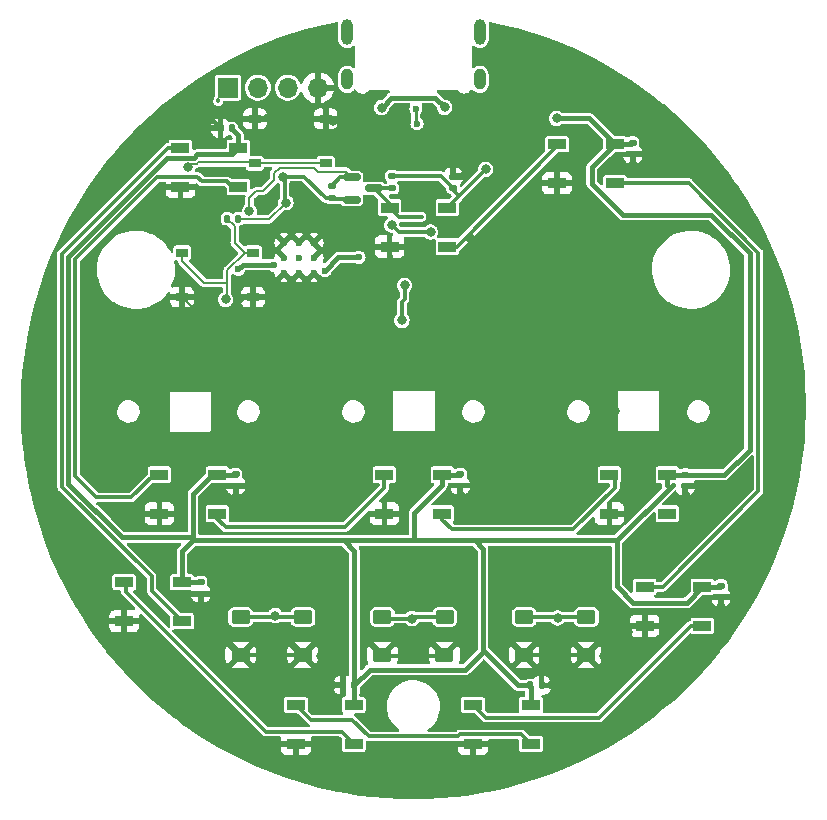
<source format=gbr>
%TF.GenerationSoftware,KiCad,Pcbnew,(7.0.0-0)*%
%TF.CreationDate,2023-04-23T13:29:19-05:00*%
%TF.ProjectId,RP2040,52503230-3430-42e6-9b69-6361645f7063,REV1*%
%TF.SameCoordinates,Original*%
%TF.FileFunction,Copper,L4,Bot*%
%TF.FilePolarity,Positive*%
%FSLAX46Y46*%
G04 Gerber Fmt 4.6, Leading zero omitted, Abs format (unit mm)*
G04 Created by KiCad (PCBNEW (7.0.0-0)) date 2023-04-23 13:29:19*
%MOMM*%
%LPD*%
G01*
G04 APERTURE LIST*
G04 Aperture macros list*
%AMRoundRect*
0 Rectangle with rounded corners*
0 $1 Rounding radius*
0 $2 $3 $4 $5 $6 $7 $8 $9 X,Y pos of 4 corners*
0 Add a 4 corners polygon primitive as box body*
4,1,4,$2,$3,$4,$5,$6,$7,$8,$9,$2,$3,0*
0 Add four circle primitives for the rounded corners*
1,1,$1+$1,$2,$3*
1,1,$1+$1,$4,$5*
1,1,$1+$1,$6,$7*
1,1,$1+$1,$8,$9*
0 Add four rect primitives between the rounded corners*
20,1,$1+$1,$2,$3,$4,$5,0*
20,1,$1+$1,$4,$5,$6,$7,0*
20,1,$1+$1,$6,$7,$8,$9,0*
20,1,$1+$1,$8,$9,$2,$3,0*%
G04 Aperture macros list end*
%TA.AperFunction,ComponentPad*%
%ADD10O,1.000000X1.800000*%
%TD*%
%TA.AperFunction,ComponentPad*%
%ADD11O,1.000000X2.200000*%
%TD*%
%TA.AperFunction,ComponentPad*%
%ADD12C,0.600000*%
%TD*%
%TA.AperFunction,ComponentPad*%
%ADD13R,1.700000X1.700000*%
%TD*%
%TA.AperFunction,ComponentPad*%
%ADD14O,1.700000X1.700000*%
%TD*%
%TA.AperFunction,SMDPad,CuDef*%
%ADD15RoundRect,0.140000X-0.140000X-0.170000X0.140000X-0.170000X0.140000X0.170000X-0.140000X0.170000X0*%
%TD*%
%TA.AperFunction,SMDPad,CuDef*%
%ADD16RoundRect,0.300000X0.500000X0.300000X-0.500000X0.300000X-0.500000X-0.300000X0.500000X-0.300000X0*%
%TD*%
%TA.AperFunction,SMDPad,CuDef*%
%ADD17R,1.500000X0.900000*%
%TD*%
%TA.AperFunction,SMDPad,CuDef*%
%ADD18R,1.000000X0.750000*%
%TD*%
%TA.AperFunction,SMDPad,CuDef*%
%ADD19RoundRect,0.140000X-0.170000X0.140000X-0.170000X-0.140000X0.170000X-0.140000X0.170000X0.140000X0*%
%TD*%
%TA.AperFunction,SMDPad,CuDef*%
%ADD20RoundRect,0.135000X-0.185000X0.135000X-0.185000X-0.135000X0.185000X-0.135000X0.185000X0.135000X0*%
%TD*%
%TA.AperFunction,SMDPad,CuDef*%
%ADD21RoundRect,0.140000X0.140000X0.170000X-0.140000X0.170000X-0.140000X-0.170000X0.140000X-0.170000X0*%
%TD*%
%TA.AperFunction,SMDPad,CuDef*%
%ADD22RoundRect,0.140000X0.170000X-0.140000X0.170000X0.140000X-0.170000X0.140000X-0.170000X-0.140000X0*%
%TD*%
%TA.AperFunction,SMDPad,CuDef*%
%ADD23RoundRect,0.135000X0.185000X-0.135000X0.185000X0.135000X-0.185000X0.135000X-0.185000X-0.135000X0*%
%TD*%
%TA.AperFunction,SMDPad,CuDef*%
%ADD24RoundRect,0.150000X-0.587500X-0.150000X0.587500X-0.150000X0.587500X0.150000X-0.587500X0.150000X0*%
%TD*%
%TA.AperFunction,ViaPad*%
%ADD25C,0.800000*%
%TD*%
%TA.AperFunction,ViaPad*%
%ADD26C,0.600000*%
%TD*%
%TA.AperFunction,Conductor*%
%ADD27C,0.300000*%
%TD*%
%TA.AperFunction,Conductor*%
%ADD28C,0.200000*%
%TD*%
%TA.AperFunction,Conductor*%
%ADD29C,0.400000*%
%TD*%
%TA.AperFunction,Conductor*%
%ADD30C,0.250000*%
%TD*%
G04 APERTURE END LIST*
D10*
%TO.P,P1,S1,SHIELD*%
%TO.N,unconnected-(P1-SHIELD-PadS1)*%
X5619999Y28119999D03*
D11*
X5619999Y32119999D03*
D10*
X-5619999Y28119999D03*
D11*
X-5619999Y32119999D03*
%TD*%
D12*
%TO.P,U3,57,GND*%
%TO.N,GND*%
X-8407662Y14297000D03*
X-9682662Y14297000D03*
X-10957662Y14297000D03*
X-8407662Y13022000D03*
X-9682662Y13022000D03*
X-10957662Y13022000D03*
X-8407662Y11747000D03*
X-9682662Y11747000D03*
X-10957662Y11747000D03*
%TD*%
D13*
%TO.P,J1,1,Pin_1*%
%TO.N,+3V3*%
X-15709999Y27419999D03*
D14*
%TO.P,J1,2,Pin_2*%
%TO.N,SWCLK*%
X-13169999Y27419999D03*
%TO.P,J1,3,Pin_3*%
%TO.N,SWDIO*%
X-10629999Y27419999D03*
%TO.P,J1,4,Pin_4*%
%TO.N,GND*%
X-8089999Y27419999D03*
%TD*%
D15*
%TO.P,R6,1*%
%TO.N,Net-(U3-RUN)*%
X-15780000Y16310000D03*
%TO.P,R6,2*%
%TO.N,+3V3*%
X-14820000Y16310000D03*
%TD*%
D16*
%TO.P,SW4,1,1*%
%TO.N,BUTT2*%
X14650000Y-17400000D03*
X9375000Y-17400000D03*
%TO.P,SW4,2,2*%
%TO.N,GND*%
X14625000Y-20600000D03*
X9375000Y-20600000D03*
%TD*%
D17*
%TO.P,D10,1,VDD*%
%TO.N,+5V*%
X-14819999Y22319999D03*
%TO.P,D10,2,DOUT*%
%TO.N,UG_DIN*%
X-14819999Y19019999D03*
%TO.P,D10,3,VSS*%
%TO.N,GND*%
X-19719999Y19019999D03*
%TO.P,D10,4,DIN*%
%TO.N,Net-(D10-DIN)*%
X-19719999Y22319999D03*
%TD*%
D18*
%TO.P,SW1,1,1*%
%TO.N,GND*%
X-7429999Y24774999D03*
X-13429999Y24774999D03*
%TO.P,SW1,2,2*%
%TO.N,Net-(R7-Pad1)*%
X-7429999Y21024999D03*
X-13429999Y21024999D03*
%TD*%
D19*
%TO.P,C33,1*%
%TO.N,+5V*%
X-18000000Y-14470000D03*
%TO.P,C33,2*%
%TO.N,GND*%
X-18000000Y-15430000D03*
%TD*%
D20*
%TO.P,R9,1*%
%TO.N,LED_D*%
X-6932500Y19100000D03*
%TO.P,R9,2*%
%TO.N,+3V3*%
X-6932500Y18080000D03*
%TD*%
D21*
%TO.P,C34,1*%
%TO.N,+5V*%
X-15370000Y23970000D03*
%TO.P,C34,2*%
%TO.N,GND*%
X-16330000Y23970000D03*
%TD*%
D16*
%TO.P,SW3,1,1*%
%TO.N,BUTT0*%
X-9350000Y-17400000D03*
X-14625000Y-17400000D03*
%TO.P,SW3,2,2*%
%TO.N,GND*%
X-9375000Y-20600000D03*
X-14625000Y-20600000D03*
%TD*%
D19*
%TO.P,C27,1*%
%TO.N,+5V*%
X23020000Y-5350000D03*
%TO.P,C27,2*%
%TO.N,GND*%
X23020000Y-6310000D03*
%TD*%
D17*
%TO.P,D1,1,VDD*%
%TO.N,+5V*%
X-16599999Y-5349999D03*
%TO.P,D1,2,DOUT*%
%TO.N,Net-(D1-DOUT)*%
X-16599999Y-8649999D03*
%TO.P,D1,3,VSS*%
%TO.N,GND*%
X-21499999Y-8649999D03*
%TO.P,D1,4,DIN*%
%TO.N,UG_DIN*%
X-21499999Y-5349999D03*
%TD*%
D19*
%TO.P,C25,1*%
%TO.N,+5V*%
X-15050000Y-5320000D03*
%TO.P,C25,2*%
%TO.N,GND*%
X-15050000Y-6280000D03*
%TD*%
%TO.P,C29,1*%
%TO.N,+5V*%
X18560000Y22750000D03*
%TO.P,C29,2*%
%TO.N,GND*%
X18560000Y21790000D03*
%TD*%
%TO.P,C26,1*%
%TO.N,+5V*%
X3960000Y-5310000D03*
%TO.P,C26,2*%
%TO.N,GND*%
X3960000Y-6270000D03*
%TD*%
D21*
%TO.P,C32,1*%
%TO.N,+5V*%
X-5010000Y-23170000D03*
%TO.P,C32,2*%
%TO.N,GND*%
X-5970000Y-23170000D03*
%TD*%
D17*
%TO.P,D3,1,VDD*%
%TO.N,+5V*%
X21499999Y-5349999D03*
%TO.P,D3,2,DOUT*%
%TO.N,unconnected-(D3-DOUT-Pad2)*%
X21499999Y-8649999D03*
%TO.P,D3,3,VSS*%
%TO.N,GND*%
X16599999Y-8649999D03*
%TO.P,D3,4,DIN*%
%TO.N,Net-(D2-DOUT)*%
X16599999Y-5349999D03*
%TD*%
D18*
%TO.P,SW2,1,1*%
%TO.N,GND*%
X-19569999Y9679999D03*
X-13569999Y9679999D03*
%TO.P,SW2,2,2*%
%TO.N,Net-(U3-RUN)*%
X-19569999Y13429999D03*
X-13569999Y13429999D03*
%TD*%
D17*
%TO.P,D2,1,VDD*%
%TO.N,+5V*%
X2449999Y-5349999D03*
%TO.P,D2,2,DOUT*%
%TO.N,Net-(D2-DOUT)*%
X2449999Y-8649999D03*
%TO.P,D2,3,VSS*%
%TO.N,GND*%
X-2449999Y-8649999D03*
%TO.P,D2,4,DIN*%
%TO.N,Net-(D1-DOUT)*%
X-2449999Y-5349999D03*
%TD*%
D19*
%TO.P,C30,1*%
%TO.N,+5V*%
X26045000Y-14745000D03*
%TO.P,C30,2*%
%TO.N,GND*%
X26045000Y-15705000D03*
%TD*%
D16*
%TO.P,SW5,1,1*%
%TO.N,BUTT1*%
X2650000Y-17400000D03*
X-2625000Y-17400000D03*
%TO.P,SW5,2,2*%
%TO.N,GND*%
X2625000Y-20600000D03*
X-2625000Y-20600000D03*
%TD*%
D17*
%TO.P,D4,1,VDD*%
%TO.N,+5V*%
X2879999Y17259999D03*
%TO.P,D4,2,DOUT*%
%TO.N,Net-(D4-DOUT)*%
X2879999Y13959999D03*
%TO.P,D4,3,VSS*%
%TO.N,GND*%
X-2019999Y13959999D03*
%TO.P,D4,4,DIN*%
%TO.N,Net-(D4-DIN)*%
X-2019999Y17259999D03*
%TD*%
D22*
%TO.P,C28,1*%
%TO.N,+5V*%
X3360000Y18920000D03*
%TO.P,C28,2*%
%TO.N,GND*%
X3360000Y19880000D03*
%TD*%
D23*
%TO.P,R10,1*%
%TO.N,Net-(D4-DIN)*%
X-1805000Y18895000D03*
%TO.P,R10,2*%
%TO.N,+5V*%
X-1805000Y19915000D03*
%TD*%
D17*
%TO.P,D8,1,VDD*%
%TO.N,+5V*%
X-5049999Y-24849999D03*
%TO.P,D8,2,DOUT*%
%TO.N,Net-(D8-DOUT)*%
X-5049999Y-28149999D03*
%TO.P,D8,3,VSS*%
%TO.N,GND*%
X-9949999Y-28149999D03*
%TO.P,D8,4,DIN*%
%TO.N,Net-(D7-DOUT)*%
X-9949999Y-24849999D03*
%TD*%
%TO.P,D9,1,VDD*%
%TO.N,+5V*%
X-19579999Y-14449999D03*
%TO.P,D9,2,DOUT*%
%TO.N,Net-(D10-DIN)*%
X-19579999Y-17749999D03*
%TO.P,D9,3,VSS*%
%TO.N,GND*%
X-24479999Y-17749999D03*
%TO.P,D9,4,DIN*%
%TO.N,Net-(D8-DOUT)*%
X-24479999Y-14449999D03*
%TD*%
D24*
%TO.P,Q1,1,G*%
%TO.N,+3V3*%
X-5230000Y17930000D03*
%TO.P,Q1,2,S*%
%TO.N,LED_D*%
X-5230000Y19830000D03*
%TO.P,Q1,3,D*%
%TO.N,Net-(D4-DIN)*%
X-3355000Y18880000D03*
%TD*%
D17*
%TO.P,D6,1,VDD*%
%TO.N,+5V*%
X24474999Y-14854999D03*
%TO.P,D6,2,DOUT*%
%TO.N,Net-(D6-DOUT)*%
X24474999Y-18154999D03*
%TO.P,D6,3,VSS*%
%TO.N,GND*%
X19574999Y-18154999D03*
%TO.P,D6,4,DIN*%
%TO.N,Net-(D5-DOUT)*%
X19574999Y-14854999D03*
%TD*%
%TO.P,D7,1,VDD*%
%TO.N,+5V*%
X9949999Y-24849999D03*
%TO.P,D7,2,DOUT*%
%TO.N,Net-(D7-DOUT)*%
X9949999Y-28149999D03*
%TO.P,D7,3,VSS*%
%TO.N,GND*%
X5049999Y-28149999D03*
%TO.P,D7,4,DIN*%
%TO.N,Net-(D6-DOUT)*%
X5049999Y-24849999D03*
%TD*%
%TO.P,D5,1,VDD*%
%TO.N,+5V*%
X17059999Y22629999D03*
%TO.P,D5,2,DOUT*%
%TO.N,Net-(D5-DOUT)*%
X17059999Y19329999D03*
%TO.P,D5,3,VSS*%
%TO.N,GND*%
X12159999Y19329999D03*
%TO.P,D5,4,DIN*%
%TO.N,Net-(D4-DOUT)*%
X12159999Y22629999D03*
%TD*%
D15*
%TO.P,C31,1*%
%TO.N,+5V*%
X9890000Y-23200000D03*
%TO.P,C31,2*%
%TO.N,GND*%
X10850000Y-23200000D03*
%TD*%
D25*
%TO.N,GND*%
X-3834000Y1294000D03*
X166000Y-30706000D03*
X-15834000Y-18706000D03*
X30166000Y11294000D03*
D26*
X-9415162Y17709500D03*
D25*
X16166000Y27294000D03*
X26166000Y-18706000D03*
X26166000Y5294000D03*
X12166000Y-28706000D03*
X-25834000Y7294000D03*
X-7834000Y-30706000D03*
X14166000Y29294000D03*
X18166000Y9294000D03*
X18166000Y15294000D03*
X7322500Y8765000D03*
D26*
X-13280000Y17779500D03*
D25*
X18166000Y-18706000D03*
X2166000Y5294000D03*
X-4120000Y25800000D03*
X-3270000Y24340000D03*
X12166000Y-6706000D03*
X32166000Y-2706000D03*
X-1834000Y-30706000D03*
X8166000Y31294000D03*
X18166000Y-6706000D03*
X-27834000Y7294000D03*
X-3834000Y-18706000D03*
X-19834000Y3294000D03*
X-17834000Y-24706000D03*
X-2110000Y0D03*
X16166000Y-18706000D03*
X14166000Y-6706000D03*
X-17288093Y17040000D03*
X10166000Y-6706000D03*
X6166000Y-22706000D03*
X26166000Y19294000D03*
X-15834000Y3294000D03*
X8060000Y9855000D03*
X-17834000Y-18706000D03*
X14166000Y-14706000D03*
X-11834000Y-28706000D03*
X4166000Y-16706000D03*
X-14157162Y15220000D03*
X20166000Y23294000D03*
X30166000Y-706000D03*
X14166000Y-28706000D03*
X24166000Y-20706000D03*
X24166000Y-8706000D03*
X20166000Y3294000D03*
X30166000Y-4706000D03*
X2450000Y860000D03*
X-13834000Y-8706000D03*
X20166000Y5294000D03*
X166000Y-12706000D03*
D26*
X-3408750Y8050000D03*
D25*
X30166000Y3294000D03*
X14166000Y-22706000D03*
X-20560000Y14850000D03*
X-21834000Y17294000D03*
X-11834000Y-4706000D03*
X4166000Y-30706000D03*
X12166000Y13294000D03*
X20166000Y-24706000D03*
X-9834000Y-18706000D03*
X-9834000Y-12706000D03*
X24166000Y7294000D03*
X20166000Y25294000D03*
X4166000Y-8706000D03*
X-15834000Y5294000D03*
X-21834000Y3294000D03*
X4781250Y14670000D03*
X-9834000Y-22706000D03*
X-15600000Y-2400000D03*
X8166000Y27294000D03*
X12166000Y27294000D03*
X-3834000Y5294000D03*
X2370000Y8992500D03*
X6485000Y7730000D03*
X-31834000Y-2706000D03*
X6166000Y-4706000D03*
X-11910000Y-20660000D03*
X5190531Y10667576D03*
X10020000Y8617500D03*
X-9834000Y-4706000D03*
X-5834000Y-4706000D03*
X-1834000Y-28706000D03*
X12166000Y-24706000D03*
X16166000Y25294000D03*
X10166000Y27294000D03*
X-25834000Y5294000D03*
X-7834000Y31294000D03*
X-22990000Y-8670000D03*
X-13834000Y-4706000D03*
X28166000Y-12706000D03*
X26166000Y-12706000D03*
X-16330000Y15420000D03*
X12937500Y10407500D03*
X-7834000Y-706000D03*
X4489898Y26525534D03*
X-3834000Y-30706000D03*
X-27834000Y3294000D03*
X-4520741Y26532318D03*
X4166000Y-18706000D03*
X-19834000Y-24706000D03*
X14166000Y23294000D03*
X32166000Y1294000D03*
X18140000Y-8540000D03*
X18166000Y13294000D03*
X-15834000Y17294000D03*
X17046000Y0D03*
X8166000Y-6706000D03*
X-7834000Y-28706000D03*
X-15030000Y20260000D03*
X4394000Y19990000D03*
X12166000Y-14706000D03*
X8166000Y-18706000D03*
X-11834000Y5294000D03*
X10166000Y-18706000D03*
X22166000Y21294000D03*
X2166000Y-30706000D03*
X-13834000Y-28706000D03*
X1470000Y18370000D03*
X9395000Y11792500D03*
X-31834000Y-706000D03*
X-9834000Y-6706000D03*
X10166000Y-706000D03*
X8166000Y-706000D03*
X12166000Y-4706000D03*
X16166000Y-12706000D03*
X-13834000Y5294000D03*
X4040000Y-7140000D03*
X-19834000Y-22706000D03*
X26166000Y-2706000D03*
X-15834000Y-26706000D03*
X0Y-20600000D03*
D26*
X-3432752Y9720262D03*
D25*
X16166000Y-22706000D03*
X-5834000Y5294000D03*
D26*
X-3095000Y15760000D03*
D25*
X21590000Y840000D03*
X-17834000Y3294000D03*
X-29834000Y-10706000D03*
X1900000Y22510000D03*
X-5834000Y-6706000D03*
X-1834000Y-18706000D03*
X-2613000Y22333000D03*
X-29834000Y-8706000D03*
X-27834000Y-10706000D03*
X-1650000Y21370000D03*
X14166000Y-4706000D03*
X16166000Y-16706000D03*
X8166000Y-4706000D03*
X20166000Y-12706000D03*
X22166000Y-10706000D03*
X22166000Y23294000D03*
X-13834000Y-22706000D03*
X-17834000Y-2706000D03*
X-18560000Y8570000D03*
X30166000Y-8706000D03*
X20166000Y-10706000D03*
X11760000Y-23190000D03*
X-13834000Y-18706000D03*
X9630000Y16810000D03*
X-7834000Y-20706000D03*
X16166000Y13294000D03*
X24166000Y3294000D03*
X-6865000Y-23165000D03*
X30166000Y1294000D03*
X-11834000Y-22706000D03*
X-19834000Y-6706000D03*
X6166000Y-30706000D03*
X-14985000Y-7210000D03*
X-19622360Y10920000D03*
X-7834000Y29294000D03*
X-890000Y-8640000D03*
X8166000Y-28706000D03*
X-17834000Y5294000D03*
X20166000Y15294000D03*
X26085000Y-16545000D03*
X-27834000Y1294000D03*
D26*
X-6427662Y6643824D03*
D25*
X-23834000Y-20706000D03*
X-7834000Y-16706000D03*
X16166000Y-14706000D03*
X-7834000Y-6706000D03*
X-27834000Y-14706000D03*
X12166000Y15294000D03*
X14166000Y-18706000D03*
X-4970000Y24970000D03*
X28166000Y-10706000D03*
X-19834000Y-2706000D03*
D26*
X-1982662Y13072000D03*
D25*
X16166000Y-20706000D03*
X2166000Y-12706000D03*
X26166000Y-6706000D03*
X166000Y-4706000D03*
X6166000Y-8706000D03*
X8166000Y-12706000D03*
X-11834000Y-706000D03*
X-31834000Y3294000D03*
X-9834000Y1294000D03*
X14166000Y-12706000D03*
X20166000Y21294000D03*
X18166000Y5294000D03*
X20166000Y9294000D03*
X30166000Y-2706000D03*
X32166000Y-706000D03*
X12166000Y29294000D03*
X-15270000Y8590000D03*
X-11834000Y-8706000D03*
X3800000Y25970000D03*
X10166000Y-12706000D03*
X-7834000Y1294000D03*
X8166000Y-24706000D03*
X2166000Y-18706000D03*
X166000Y5294000D03*
X22166000Y5294000D03*
X2166000Y-28706000D03*
X18166000Y11294000D03*
D26*
X-1765000Y9400000D03*
D25*
X-11834000Y-24706000D03*
X-12290000Y24820000D03*
X-27834000Y-706000D03*
X10166000Y29294000D03*
X-27834000Y-12706000D03*
X-5834000Y-30706000D03*
X16166000Y9294000D03*
X5950000Y26300000D03*
X-19834000Y5294000D03*
X-8970000Y24540000D03*
X-7834000Y-24706000D03*
D26*
X-3320000Y8820000D03*
D25*
X14166000Y15294000D03*
X12166000Y1294000D03*
X18166000Y-4706000D03*
X-27834000Y-4706000D03*
X8166000Y25294000D03*
X10166000Y1294000D03*
X-21834000Y-22706000D03*
X30166000Y5294000D03*
X18166000Y25294000D03*
X-13834000Y-12706000D03*
X-27834000Y5294000D03*
X4166000Y-12706000D03*
X18166000Y-12706000D03*
X30166000Y9294000D03*
X14166000Y17294000D03*
X30166000Y-10706000D03*
X12166000Y-12706000D03*
X-1834000Y5294000D03*
X10166000Y-4706000D03*
X14166000Y13294000D03*
X24166000Y21294000D03*
X8166000Y29294000D03*
X12166000Y-706000D03*
X-31834000Y-4706000D03*
X-21834000Y-20706000D03*
X-15925000Y25000D03*
X-27834000Y-2706000D03*
X8166000Y-8706000D03*
X-9834000Y31294000D03*
X-11834000Y-6706000D03*
X8166000Y1294000D03*
X-23834000Y-2706000D03*
X8166000Y-30706000D03*
X-9834000Y3294000D03*
X14166000Y-24706000D03*
X18166000Y-20706000D03*
X30166000Y-6706000D03*
X-1834000Y-12706000D03*
X12166000Y-8706000D03*
X10166000Y-8706000D03*
X-7834000Y-8706000D03*
X14166000Y5294000D03*
X-17260000Y24670000D03*
X4570000Y23140000D03*
X22166000Y-22706000D03*
X16166000Y11294000D03*
X-21200000Y-10000D03*
X166000Y-6706000D03*
X-23834000Y7294000D03*
X-12665000Y8000000D03*
X30166000Y7294000D03*
X-7834000Y-18706000D03*
X22166000Y3294000D03*
X-11834000Y-12706000D03*
X166000Y-28706000D03*
X-31834000Y1294000D03*
X18600000Y20890000D03*
X26166000Y7294000D03*
X-11834000Y1294000D03*
X-16460000Y12030000D03*
X-21834000Y-2706000D03*
X28166000Y-14706000D03*
X-19834000Y-4706000D03*
X-9834000Y-8706000D03*
X-25834000Y-12706000D03*
X12220000Y-20610000D03*
X16166000Y5294000D03*
X-16900000Y-15400000D03*
X-9834000Y29294000D03*
X4166000Y5294000D03*
X-3834000Y-12706000D03*
X6166000Y-6706000D03*
X-21230000Y19040000D03*
X-7834000Y-12706000D03*
X-6795000Y24580000D03*
X-31834000Y5294000D03*
X16166000Y15294000D03*
X32166000Y3294000D03*
X-7834000Y-4706000D03*
X23080000Y-7140000D03*
X-9834000Y-706000D03*
X14166000Y27294000D03*
X12166000Y5294000D03*
%TO.N,VBUS*%
X2650000Y25750000D03*
X-2690000Y25720000D03*
%TO.N,BUTT0*%
X-11695000Y-17285000D03*
%TO.N,+5V*%
X12120000Y24810000D03*
X6120000Y20500000D03*
D26*
%TO.N,USB_D+*%
X210000Y25640000D03*
X303779Y24365500D03*
D25*
%TO.N,LED_D*%
X-13880000Y16960000D03*
%TO.N,BUTT1*%
X-110000Y-17540000D03*
%TO.N,BUTT2*%
X12202500Y-17490000D03*
D26*
%TO.N,+1V1*%
X-14821915Y12031916D03*
X-7480000Y11920000D03*
X-11792662Y12384500D03*
X-4592147Y13058202D03*
D25*
%TO.N,+3V3*%
X-980000Y7720000D03*
X-750000Y10670000D03*
X-11080000Y19890000D03*
X1450000Y15180000D03*
X-10800000Y17680000D03*
X-1840000Y15780000D03*
%TO.N,Net-(R7-Pad1)*%
X-19100000Y20670000D03*
%TO.N,Net-(U3-RUN)*%
X-15900000Y9480000D03*
%TD*%
D27*
%TO.N,GND*%
X12210000Y-20620000D02*
X12220000Y-20610000D01*
X-16930000Y-15430000D02*
X-16900000Y-15400000D01*
X26085000Y-16545000D02*
X26090000Y-16550000D01*
X3540000Y19990000D02*
X3360000Y19810000D01*
X-14985000Y-7210000D02*
X-14980000Y-7205000D01*
X23080000Y-7140000D02*
X23085000Y-7145000D01*
X10860000Y-23190000D02*
X10850000Y-23200000D01*
D28*
X-13570000Y9680000D02*
X-14160000Y9680000D01*
D27*
X4394000Y19990000D02*
X3540000Y19990000D01*
X4045000Y-7135000D02*
X4040000Y-7140000D01*
X-2545000Y-20680000D02*
X-2625000Y-20600000D01*
D28*
X16600000Y-8650000D02*
X17930000Y-8650000D01*
X17930000Y-8650000D02*
X18040000Y-8540000D01*
X-22990000Y-8670000D02*
X-22840000Y-8650000D01*
D27*
X2545000Y-20680000D02*
X80000Y-20680000D01*
X23085000Y-7145000D02*
X23085000Y-7195000D01*
X18590000Y20910000D02*
X18585000Y20905000D01*
D28*
X18140000Y-8440000D02*
X18050000Y-8530000D01*
D27*
X-9435000Y-20660000D02*
X-9375000Y-20600000D01*
D28*
X18140000Y-8540000D02*
X18140000Y-8440000D01*
D27*
X-11910000Y-20660000D02*
X-9435000Y-20660000D01*
D28*
X-14160000Y9680000D02*
X-15270000Y8590000D01*
D27*
X26090000Y-16540000D02*
X26085000Y-16545000D01*
X18590000Y20850000D02*
X18565000Y20825000D01*
X26090000Y-16600000D02*
X26065000Y-16625000D01*
D28*
X-12290000Y24880000D02*
X-12360000Y24810000D01*
D27*
X-18000000Y-15430000D02*
X-16930000Y-15430000D01*
X-16330000Y23970000D02*
X-17030000Y24670000D01*
X18585000Y20905000D02*
X18590000Y20900000D01*
X-14980000Y-7215000D02*
X-14980000Y-7265000D01*
X23085000Y-7195000D02*
X23060000Y-7220000D01*
D28*
X-18540000Y8650000D02*
X-18530000Y8650000D01*
D27*
X-6865000Y-23165000D02*
X-6870000Y-23170000D01*
X4045000Y-7195000D02*
X4020000Y-7220000D01*
X18590000Y21800000D02*
X18590000Y20910000D01*
X-20338093Y17890000D02*
X-20358093Y17910000D01*
D28*
X-12370000Y24800000D02*
X-12350000Y24820000D01*
D27*
X-14980000Y-7205000D02*
X-14980000Y-6315000D01*
X-11910000Y-20660000D02*
X-14852500Y-20660000D01*
X0Y-20600000D02*
X-80000Y-20680000D01*
X9395000Y-20620000D02*
X12210000Y-20620000D01*
X-14980000Y-7265000D02*
X-15005000Y-7290000D01*
D28*
X-15270000Y8590000D02*
X-15090000Y8750000D01*
D27*
X4040000Y-7140000D02*
X4045000Y-7145000D01*
X23085000Y-7135000D02*
X23085000Y-6245000D01*
X26090000Y-15650000D02*
X26090000Y-16540000D01*
X14605000Y-20620000D02*
X14625000Y-20600000D01*
X-6860000Y-23170000D02*
X-6865000Y-23165000D01*
X-6920000Y-23170000D02*
X-6945000Y-23145000D01*
X12230000Y-20620000D02*
X14605000Y-20620000D01*
D28*
X-2450000Y-8650000D02*
X-900000Y-8650000D01*
D27*
X18590000Y20900000D02*
X18590000Y20850000D01*
X23080000Y-7140000D02*
X23085000Y-7135000D01*
D28*
X-12290000Y24820000D02*
X-12290000Y24880000D01*
X-18560000Y8570000D02*
X-18460000Y8570000D01*
X-18560000Y8670000D02*
X-18560000Y8570000D01*
D27*
X9375000Y-20600000D02*
X9395000Y-20620000D01*
D28*
X18040000Y-8540000D02*
X18140000Y-8540000D01*
D27*
X80000Y-20680000D02*
X0Y-20600000D01*
X4045000Y-6245000D02*
X4045000Y-7135000D01*
D28*
X-12350000Y24820000D02*
X-12290000Y24820000D01*
D27*
X-6870000Y-23170000D02*
X-6920000Y-23170000D01*
X-14985000Y-7210000D02*
X-14980000Y-7215000D01*
X2625000Y-20600000D02*
X2545000Y-20680000D01*
D28*
X-18460000Y8570000D02*
X-18540000Y8650000D01*
D27*
X26090000Y-16550000D02*
X26090000Y-16600000D01*
D28*
X-13440000Y24800000D02*
X-12370000Y24800000D01*
D27*
X-80000Y-20680000D02*
X-2545000Y-20680000D01*
X-5970000Y-23170000D02*
X-6860000Y-23170000D01*
X11760000Y-23190000D02*
X10860000Y-23190000D01*
D28*
X-21500000Y-8650000D02*
X-22800000Y-8650000D01*
D27*
X12220000Y-20610000D02*
X12230000Y-20620000D01*
D28*
X-900000Y-8650000D02*
X-890000Y-8640000D01*
D27*
X-17030000Y24670000D02*
X-17260000Y24670000D01*
D28*
X-22840000Y-8650000D02*
X-22820000Y-8650000D01*
X-19570000Y9680000D02*
X-18560000Y8670000D01*
X-22800000Y-8650000D02*
X-22990000Y-8670000D01*
D27*
X4045000Y-7145000D02*
X4045000Y-7195000D01*
D29*
%TO.N,VBUS*%
X-2585000Y25815000D02*
X-1863000Y26537000D01*
X-1868000Y26547000D02*
X1853000Y26547000D01*
X2650000Y25750000D02*
X2695000Y25885000D01*
X2695000Y25925000D02*
X2650000Y25750000D01*
X1853000Y26547000D02*
X2650000Y25750000D01*
X2695000Y25885000D02*
X2735000Y25885000D01*
X2735000Y25885000D02*
X2695000Y25925000D01*
D27*
%TO.N,BUTT0*%
X-11695000Y-17285000D02*
X-11580000Y-17400000D01*
X-11695000Y-17285000D02*
X-11810000Y-17400000D01*
X-11810000Y-17400000D02*
X-14625000Y-17400000D01*
X-11580000Y-17400000D02*
X-9350000Y-17400000D01*
%TO.N,Net-(D6-DOUT)*%
X23465000Y-18155000D02*
X15700000Y-25920000D01*
X15700000Y-25920000D02*
X6120000Y-25920000D01*
X24475000Y-18155000D02*
X23465000Y-18155000D01*
X6120000Y-25920000D02*
X5050000Y-24850000D01*
D29*
%TO.N,+5V*%
X5890000Y-19124949D02*
X5890000Y-20220000D01*
X26340000Y-5350000D02*
X21950000Y-5350000D01*
X17230000Y-10920000D02*
X17230000Y-14820000D01*
X-14820000Y22320000D02*
X-14820000Y23370000D01*
X2450000Y-6200000D02*
X90000Y-8560000D01*
X21500000Y-5350000D02*
X23070000Y-5350000D01*
D27*
X-1800000Y19920000D02*
X-1805000Y19915000D01*
D29*
X8870000Y-23200000D02*
X9890000Y-23200000D01*
X-5880000Y-10920000D02*
X-18650000Y-10920000D01*
X-14820000Y23370000D02*
X-15355000Y23905000D01*
X17230000Y-10920000D02*
X5180000Y-10920000D01*
X-24682182Y-10660000D02*
X-29210000Y-6132182D01*
X17060000Y22630000D02*
X18440000Y22630000D01*
X25935000Y-14855000D02*
X26045000Y-14745000D01*
X24475000Y-14855000D02*
X25935000Y-14855000D01*
X12120000Y24810000D02*
X14880000Y24810000D01*
X5180000Y-10920000D02*
X-5880000Y-10920000D01*
X-18650000Y-10920000D02*
X-19580000Y-11850000D01*
X-18650000Y-10920000D02*
X-18910000Y-10660000D01*
X15100000Y19290000D02*
X17760000Y16630000D01*
X5890000Y-20220000D02*
X8870000Y-23200000D01*
X-19580000Y-14450000D02*
X-18020000Y-14450000D01*
X14880000Y24810000D02*
X17060000Y22630000D01*
X17760000Y16630000D02*
X25232182Y16630000D01*
X21500000Y-5350000D02*
X21500000Y-6200000D01*
X5890000Y-19124949D02*
X5890000Y-20370000D01*
X-18910000Y-10660000D02*
X-24682182Y-10660000D01*
X-5010000Y-11790000D02*
X-5010000Y-23170000D01*
X-15380000Y21760000D02*
X-14820000Y22320000D01*
X2450000Y-5350000D02*
X3970000Y-5350000D01*
X21950000Y-6200000D02*
X17230000Y-10920000D01*
D27*
X6120000Y20500000D02*
X6275000Y20345000D01*
X3317035Y18920000D02*
X2317035Y19920000D01*
D29*
X28460000Y13402182D02*
X28460000Y-3230000D01*
X-29210000Y13108276D02*
X-20848276Y21470000D01*
X-3710000Y-21870000D02*
X-5010000Y-23170000D01*
X-18650000Y-6950000D02*
X-17050000Y-5350000D01*
D27*
X3360000Y18920000D02*
X3317035Y18920000D01*
X3530000Y18920000D02*
X3360000Y18920000D01*
X2317035Y19920000D02*
X-1800000Y19920000D01*
D29*
X-29210000Y-6132182D02*
X-29210000Y13108276D01*
X90000Y-8560000D02*
X90000Y-10920000D01*
X-20848276Y21470000D02*
X-18570000Y21470000D01*
X18440000Y22630000D02*
X18560000Y22750000D01*
X-18570000Y21470000D02*
X-18280000Y21760000D01*
X-15030000Y-5350000D02*
X-15000000Y-5320000D01*
D27*
X3360000Y18920000D02*
X3360000Y18750000D01*
D29*
X18615000Y-16205000D02*
X23125000Y-16205000D01*
X4390000Y-21870000D02*
X-3710000Y-21870000D01*
X28460000Y-3230000D02*
X26340000Y-5350000D01*
X-4740000Y-22900000D02*
X-5010000Y-23170000D01*
X17060000Y22630000D02*
X15100000Y20670000D01*
D27*
X3550000Y18730000D02*
X3360000Y18920000D01*
D29*
X5890000Y-11630000D02*
X5890000Y-19124949D01*
X-17050000Y-5350000D02*
X-15030000Y-5350000D01*
X-5880000Y-10920000D02*
X-5010000Y-11790000D01*
X-5010000Y-23880000D02*
X-5010000Y-23170000D01*
X-19580000Y-11850000D02*
X-19580000Y-14450000D01*
X5180000Y-10920000D02*
X5890000Y-11630000D01*
X5890000Y-20370000D02*
X4390000Y-21870000D01*
D27*
X3360000Y18750000D02*
X3865000Y18245000D01*
X6275000Y20345000D02*
X6305000Y20345000D01*
D29*
X3970000Y-5350000D02*
X4030000Y-5290000D01*
D27*
X6120000Y20500000D02*
X3865000Y18245000D01*
D29*
X2450000Y-5350000D02*
X2450000Y-6200000D01*
X-18650000Y-10920000D02*
X-18650000Y-6950000D01*
X-5020000Y-23890000D02*
X-5020000Y-24830000D01*
D27*
X3865000Y18245000D02*
X2880000Y17260000D01*
D29*
X23125000Y-16205000D02*
X24475000Y-14855000D01*
X-18280000Y21760000D02*
X-15380000Y21760000D01*
X15100000Y20670000D02*
X15100000Y19290000D01*
X9940000Y-23340000D02*
X9940000Y-24910000D01*
X17230000Y-14820000D02*
X18615000Y-16205000D01*
X25232182Y16630000D02*
X28460000Y13402182D01*
D27*
%TO.N,Net-(D4-DOUT)*%
X3660000Y13960000D02*
X2880000Y13960000D01*
X12160000Y22460000D02*
X3660000Y13960000D01*
X12160000Y22630000D02*
X12160000Y22460000D01*
%TO.N,Net-(D5-DOUT)*%
X19795000Y-14855000D02*
X19575000Y-14855000D01*
X21115000Y-14855000D02*
X19575000Y-14855000D01*
X17060000Y19330000D02*
X23310000Y19330000D01*
X29210000Y13430000D02*
X29210000Y-6760000D01*
X23310000Y19330000D02*
X29210000Y13430000D01*
X29210000Y-6760000D02*
X21115000Y-14855000D01*
%TO.N,Net-(D7-DOUT)*%
X-9950000Y-24850000D02*
X-8700000Y-26100000D01*
X9150000Y-27350000D02*
X9950000Y-28150000D01*
X-3790000Y-27510000D02*
X3790000Y-27510000D01*
X3950000Y-27350000D02*
X9150000Y-27350000D01*
X-8700000Y-26100000D02*
X-5200000Y-26100000D01*
X3790000Y-27510000D02*
X3950000Y-27350000D01*
X-5200000Y-26100000D02*
X-3790000Y-27510000D01*
D30*
%TO.N,USB_D+*%
X210000Y25640000D02*
X210000Y24459279D01*
X210000Y24459279D02*
X303779Y24365500D01*
D28*
%TO.N,LED_D*%
X-5710000Y20310000D02*
X-5230000Y19830000D01*
X-13880000Y16960000D02*
X-13880000Y18060000D01*
D27*
X-6202500Y19830000D02*
X-5230000Y19830000D01*
D28*
X-13290000Y18650000D02*
X-12760000Y18650000D01*
X-8080000Y20310000D02*
X-5710000Y20310000D01*
X-11780000Y20179950D02*
X-11309950Y20650000D01*
X-12760000Y18650000D02*
X-11780000Y19630000D01*
X-11309950Y20650000D02*
X-8420000Y20650000D01*
X-8420000Y20650000D02*
X-8080000Y20310000D01*
X-11780000Y19630000D02*
X-11780000Y20179950D01*
X-13880000Y18060000D02*
X-13290000Y18650000D01*
D27*
X-6932500Y19100000D02*
X-6202500Y19830000D01*
%TO.N,BUTT1*%
X-110000Y-17540000D02*
X30000Y-17400000D01*
X-2485000Y-17540000D02*
X-2625000Y-17400000D01*
X30000Y-17400000D02*
X2650000Y-17400000D01*
X-110000Y-17540000D02*
X-2485000Y-17540000D01*
%TO.N,BUTT2*%
X12292500Y-17400000D02*
X14650000Y-17400000D01*
X12112500Y-17400000D02*
X12202500Y-17490000D01*
X9375000Y-17400000D02*
X12112500Y-17400000D01*
X12202500Y-17490000D02*
X12292500Y-17400000D01*
%TO.N,Net-(D4-DIN)*%
X-2020000Y17545000D02*
X-3355000Y18880000D01*
X-1220000Y16460000D02*
X-2020000Y17260000D01*
X670000Y16460000D02*
X-1220000Y16460000D01*
X-2020000Y17260000D02*
X-2020000Y17545000D01*
X-3355000Y18880000D02*
X-1832500Y18880000D01*
X700000Y16490000D02*
X670000Y16460000D01*
%TO.N,Net-(D2-DOUT)*%
X17050000Y-6470000D02*
X17050000Y-5850000D01*
X13538000Y-9982000D02*
X17050000Y-6470000D01*
X3282000Y-9982000D02*
X13538000Y-9982000D01*
X2450000Y-9150000D02*
X3282000Y-9982000D01*
%TO.N,UG_DIN*%
X-26870000Y-7280000D02*
X-23880000Y-7280000D01*
X-21690458Y19850000D02*
X-28660000Y12880458D01*
X-17919339Y19489339D02*
X-18280000Y19850000D01*
X-15345661Y19020000D02*
X-15815000Y19489339D01*
X-23880000Y-7280000D02*
X-21950000Y-5350000D01*
X-18280000Y19850000D02*
X-21690458Y19850000D01*
X-28660000Y-5490000D02*
X-26870000Y-7280000D01*
X-28660000Y12880458D02*
X-28660000Y-5490000D01*
X-15815000Y19489339D02*
X-17919339Y19489339D01*
X-14820000Y19020000D02*
X-15345661Y19020000D01*
D29*
%TO.N,+1V1*%
X-7480000Y11920000D02*
X-6341798Y13058202D01*
X-6341798Y13058202D02*
X-4592147Y13058202D01*
X-14821915Y12031916D02*
X-14426831Y12427000D01*
X-14426831Y12427000D02*
X-11847632Y12427000D01*
X-11847632Y12427000D02*
X-11817632Y12397000D01*
D27*
%TO.N,Net-(D10-DIN)*%
X-20776094Y22320000D02*
X-19720000Y22320000D01*
X-22160000Y-15170000D02*
X-22160000Y-13959999D01*
X-19580000Y-17750000D02*
X-22160000Y-15170000D01*
X-22160000Y-13959999D02*
X-29760000Y-6359999D01*
X-29760000Y-6359999D02*
X-29760000Y13336094D01*
X-29760000Y13336094D02*
X-20776094Y22320000D01*
%TO.N,Net-(D8-DOUT)*%
X-6080000Y-27120000D02*
X-12500000Y-27120000D01*
X-5050000Y-28150000D02*
X-6080000Y-27120000D01*
X-12500000Y-27120000D02*
X-24350000Y-15270000D01*
X-24350000Y-15270000D02*
X-24350000Y-14580000D01*
%TO.N,Net-(D1-DOUT)*%
X-2450000Y-6470000D02*
X-2450000Y-5850000D01*
X-15900000Y-9800000D02*
X-5780000Y-9800000D01*
X-5780000Y-9800000D02*
X-2450000Y-6470000D01*
X-17050000Y-8650000D02*
X-15900000Y-9800000D01*
%TO.N,+3V3*%
X-5305000Y18005000D02*
X-6857500Y18005000D01*
D28*
X-12220000Y16260000D02*
X-14770000Y16260000D01*
D27*
X-10900000Y19710000D02*
X-10900000Y17780000D01*
X-750000Y10670000D02*
X-750000Y9495761D01*
X-1840000Y15790000D02*
X-1780000Y15730000D01*
X-7440000Y18080000D02*
X-9250000Y19890000D01*
D28*
X-10800000Y17680000D02*
X-12220000Y16260000D01*
D27*
X-5230000Y17930000D02*
X-5305000Y18005000D01*
X-6932500Y18080000D02*
X-7440000Y18080000D01*
X-980000Y9265761D02*
X-980000Y7720000D01*
X-980000Y7720000D02*
X-980000Y7870000D01*
X-1230000Y15180000D02*
X-1830000Y15780000D01*
X-10900000Y17780000D02*
X-10800000Y17680000D01*
X-11080000Y19890000D02*
X-10900000Y19710000D01*
X1450000Y15180000D02*
X-1230000Y15180000D01*
X-1840000Y15780000D02*
X-1840000Y15790000D01*
X-750000Y9495761D02*
X-980000Y9265761D01*
X-9250000Y19890000D02*
X-11080000Y19890000D01*
D28*
X-14770000Y16260000D02*
X-14820000Y16310000D01*
D27*
X-16530000Y26265000D02*
X-16530000Y26350000D01*
X-6857500Y18005000D02*
X-6932500Y18080000D01*
X-1830000Y15780000D02*
X-1840000Y15780000D01*
D28*
%TO.N,Net-(R7-Pad1)*%
X-13440000Y21050000D02*
X-7440000Y21050000D01*
X-13470000Y21080000D02*
X-13440000Y21050000D01*
X-18800000Y20970000D02*
X-18362893Y20970000D01*
X-18362893Y20970000D02*
X-18252893Y21080000D01*
X-19100000Y20670000D02*
X-18800000Y20970000D01*
X-18252893Y21080000D02*
X-13470000Y21080000D01*
%TO.N,Net-(U3-RUN)*%
X-15780000Y16310000D02*
X-15134000Y15664000D01*
X-17710000Y10870000D02*
X-19570000Y12730000D01*
X-15900000Y9480000D02*
X-15760000Y9620000D01*
X-15760000Y10870000D02*
X-17710000Y10870000D01*
X-14272360Y13430000D02*
X-13570000Y13430000D01*
X-15134000Y14291640D02*
X-14272360Y13430000D01*
X-15760000Y11942360D02*
X-14272360Y13430000D01*
X-15760000Y10870000D02*
X-15760000Y11942360D01*
X-15134000Y15664000D02*
X-15134000Y14291640D01*
X-15760000Y9620000D02*
X-15760000Y10870000D01*
X-19570000Y12730000D02*
X-19570000Y13430000D01*
%TD*%
%TA.AperFunction,Conductor*%
%TO.N,GND*%
G36*
X-19720671Y-11124015D02*
G01*
X-19676648Y-11161615D01*
X-19654493Y-11215102D01*
X-19659035Y-11272818D01*
X-19689285Y-11322181D01*
X-19875736Y-11508631D01*
X-19886100Y-11517894D01*
X-19906706Y-11534327D01*
X-19906710Y-11534330D01*
X-19913970Y-11540121D01*
X-19919203Y-11547795D01*
X-19919204Y-11547797D01*
X-19946176Y-11587356D01*
X-19948856Y-11591132D01*
X-19977276Y-11629641D01*
X-19977279Y-11629646D01*
X-19982793Y-11637118D01*
X-19985630Y-11645224D01*
X-19990472Y-11652327D01*
X-19993209Y-11661199D01*
X-19993212Y-11661206D01*
X-20007328Y-11706968D01*
X-20008775Y-11711367D01*
X-20010673Y-11716792D01*
X-20027646Y-11765301D01*
X-20027968Y-11773886D01*
X-20030500Y-11782098D01*
X-20030500Y-11791385D01*
X-20030500Y-11839262D01*
X-20030587Y-11843899D01*
X-20032377Y-11891719D01*
X-20032377Y-11891723D01*
X-20032724Y-11901010D01*
X-20030929Y-11907712D01*
X-20030500Y-11915342D01*
X-20030500Y-13625500D01*
X-20047113Y-13687500D01*
X-20092500Y-13732887D01*
X-20154500Y-13749500D01*
X-20354674Y-13749500D01*
X-20360649Y-13750688D01*
X-20360654Y-13750689D01*
X-20415760Y-13761650D01*
X-20415765Y-13761651D01*
X-20427740Y-13764034D01*
X-20437895Y-13770819D01*
X-20437897Y-13770820D01*
X-20500449Y-13812615D01*
X-20500452Y-13812617D01*
X-20510601Y-13819399D01*
X-20517383Y-13829548D01*
X-20517385Y-13829551D01*
X-20559180Y-13892103D01*
X-20559181Y-13892105D01*
X-20565966Y-13902260D01*
X-20568349Y-13914235D01*
X-20568350Y-13914240D01*
X-20579311Y-13969346D01*
X-20579312Y-13969351D01*
X-20580500Y-13975326D01*
X-20580500Y-14924674D01*
X-20579312Y-14930649D01*
X-20579311Y-14930653D01*
X-20568350Y-14985759D01*
X-20568349Y-14985762D01*
X-20565966Y-14997740D01*
X-20510601Y-15080601D01*
X-20427740Y-15135966D01*
X-20354674Y-15150500D01*
X-20348579Y-15150500D01*
X-18879625Y-15150500D01*
X-18837392Y-15157914D01*
X-18805112Y-15176452D01*
X-18790075Y-15180000D01*
X-17209925Y-15180000D01*
X-17198946Y-15177409D01*
X-17199521Y-15166142D01*
X-17235793Y-15041293D01*
X-17241939Y-15027091D01*
X-17316309Y-14901339D01*
X-17325800Y-14889103D01*
X-17413238Y-14801665D01*
X-17443488Y-14752301D01*
X-17448030Y-14694588D01*
X-17439500Y-14640735D01*
X-17439501Y-14299266D01*
X-17453983Y-14207825D01*
X-17510141Y-14097609D01*
X-17597609Y-14010141D01*
X-17707825Y-13953983D01*
X-17717463Y-13952456D01*
X-17717467Y-13952455D01*
X-17794445Y-13940263D01*
X-17794451Y-13940262D01*
X-17799265Y-13939500D01*
X-17804144Y-13939500D01*
X-18195865Y-13939500D01*
X-18195878Y-13939500D01*
X-18200734Y-13939501D01*
X-18205538Y-13940261D01*
X-18205541Y-13940262D01*
X-18282539Y-13952456D01*
X-18282545Y-13952457D01*
X-18292175Y-13953983D01*
X-18300865Y-13958410D01*
X-18300869Y-13958412D01*
X-18354982Y-13985985D01*
X-18411277Y-13999500D01*
X-18473481Y-13999500D01*
X-18520934Y-13990061D01*
X-18561163Y-13963180D01*
X-18588043Y-13922951D01*
X-18591651Y-13914240D01*
X-18594034Y-13902260D01*
X-18649399Y-13819399D01*
X-18732260Y-13764034D01*
X-18744238Y-13761651D01*
X-18744241Y-13761650D01*
X-18799347Y-13750689D01*
X-18799351Y-13750688D01*
X-18805326Y-13749500D01*
X-18811421Y-13749500D01*
X-19005500Y-13749500D01*
X-19067500Y-13732887D01*
X-19112887Y-13687500D01*
X-19129500Y-13625500D01*
X-19129500Y-12087966D01*
X-19120061Y-12040513D01*
X-19093181Y-12000285D01*
X-18499716Y-11406819D01*
X-18459488Y-11379939D01*
X-18412035Y-11370500D01*
X-6117966Y-11370500D01*
X-6070513Y-11379939D01*
X-6030285Y-11406819D01*
X-5496819Y-11940284D01*
X-5469939Y-11980512D01*
X-5460500Y-12027965D01*
X-5460500Y-22275734D01*
X-5473576Y-22331159D01*
X-5510048Y-22374895D01*
X-5562222Y-22397716D01*
X-5619095Y-22394810D01*
X-5706140Y-22369521D01*
X-5717410Y-22368945D01*
X-5720000Y-22379925D01*
X-5720000Y-23960076D01*
X-5711117Y-23997730D01*
X-5714755Y-24067135D01*
X-5755162Y-24123680D01*
X-5819385Y-24149500D01*
X-5824674Y-24149500D01*
X-5830648Y-24150688D01*
X-5830655Y-24150689D01*
X-5885760Y-24161650D01*
X-5885765Y-24161651D01*
X-5897740Y-24164034D01*
X-5907895Y-24170819D01*
X-5907897Y-24170820D01*
X-5970449Y-24212615D01*
X-5970452Y-24212617D01*
X-5980601Y-24219399D01*
X-5987383Y-24229548D01*
X-5987385Y-24229551D01*
X-6029180Y-24292103D01*
X-6029181Y-24292105D01*
X-6035966Y-24302260D01*
X-6038349Y-24314235D01*
X-6038350Y-24314240D01*
X-6049311Y-24369346D01*
X-6049312Y-24369351D01*
X-6050500Y-24375326D01*
X-6050500Y-25324674D01*
X-6049312Y-25330649D01*
X-6049311Y-25330653D01*
X-6038350Y-25385759D01*
X-6038349Y-25385762D01*
X-6035966Y-25397740D01*
X-5980601Y-25480601D01*
X-5970449Y-25487384D01*
X-5970014Y-25487819D01*
X-5939764Y-25537182D01*
X-5935222Y-25594898D01*
X-5957377Y-25648385D01*
X-6001400Y-25685985D01*
X-6057695Y-25699500D01*
X-8482745Y-25699500D01*
X-8530198Y-25690061D01*
X-8570426Y-25663181D01*
X-8913181Y-25320426D01*
X-8940061Y-25280198D01*
X-8949500Y-25232745D01*
X-8949500Y-24381421D01*
X-8949500Y-24375326D01*
X-8964034Y-24302260D01*
X-9019399Y-24219399D01*
X-9102260Y-24164034D01*
X-9114238Y-24161651D01*
X-9114241Y-24161650D01*
X-9169347Y-24150689D01*
X-9169351Y-24150688D01*
X-9175326Y-24149500D01*
X-10724674Y-24149500D01*
X-10730649Y-24150688D01*
X-10730654Y-24150689D01*
X-10785760Y-24161650D01*
X-10785765Y-24161651D01*
X-10797740Y-24164034D01*
X-10807895Y-24170819D01*
X-10807897Y-24170820D01*
X-10870449Y-24212615D01*
X-10870452Y-24212617D01*
X-10880601Y-24219399D01*
X-10887383Y-24229548D01*
X-10887385Y-24229551D01*
X-10929180Y-24292103D01*
X-10929181Y-24292105D01*
X-10935966Y-24302260D01*
X-10938349Y-24314235D01*
X-10938350Y-24314240D01*
X-10949311Y-24369346D01*
X-10949312Y-24369351D01*
X-10950500Y-24375326D01*
X-10950500Y-25324674D01*
X-10949312Y-25330649D01*
X-10949311Y-25330653D01*
X-10938350Y-25385759D01*
X-10938349Y-25385762D01*
X-10935966Y-25397740D01*
X-10880601Y-25480601D01*
X-10797740Y-25535966D01*
X-10724674Y-25550500D01*
X-9867255Y-25550500D01*
X-9819802Y-25559939D01*
X-9779574Y-25586819D01*
X-8960909Y-26405484D01*
X-8960906Y-26405486D01*
X-8938342Y-26428050D01*
X-8918604Y-26438107D01*
X-8902016Y-26448273D01*
X-8891990Y-26455557D01*
X-8891988Y-26455558D01*
X-8884090Y-26461296D01*
X-8863019Y-26468142D01*
X-8845041Y-26475589D01*
X-8826539Y-26485017D01*
X-8778139Y-26529060D01*
X-8758898Y-26591607D01*
X-8774176Y-26655239D01*
X-8819717Y-26702232D01*
X-8882837Y-26719500D01*
X-12282745Y-26719500D01*
X-12330198Y-26710061D01*
X-12370426Y-26683181D01*
X-15617193Y-23436414D01*
X-6747310Y-23436414D01*
X-6745376Y-23447005D01*
X-6704209Y-23588702D01*
X-6698061Y-23602909D01*
X-6623692Y-23728660D01*
X-6614201Y-23740896D01*
X-6510897Y-23844200D01*
X-6498661Y-23853691D01*
X-6372909Y-23928061D01*
X-6358707Y-23934207D01*
X-6233858Y-23970479D01*
X-6222591Y-23971054D01*
X-6220000Y-23960075D01*
X-6220000Y-23436326D01*
X-6223451Y-23423450D01*
X-6236326Y-23420000D01*
X-6731637Y-23420000D01*
X-6744782Y-23423706D01*
X-6747310Y-23436414D01*
X-15617193Y-23436414D01*
X-16150023Y-22903584D01*
X-6747311Y-22903584D01*
X-6744783Y-22916293D01*
X-6731641Y-22920000D01*
X-6236326Y-22920000D01*
X-6223451Y-22916549D01*
X-6220000Y-22903674D01*
X-6220000Y-22379925D01*
X-6222591Y-22368945D01*
X-6233858Y-22369520D01*
X-6358707Y-22405792D01*
X-6372909Y-22411938D01*
X-6498661Y-22486308D01*
X-6510897Y-22495799D01*
X-6614201Y-22599103D01*
X-6623692Y-22611339D01*
X-6698061Y-22737090D01*
X-6704209Y-22751297D01*
X-6745377Y-22892997D01*
X-6747311Y-22903584D01*
X-16150023Y-22903584D01*
X-17383460Y-21670147D01*
X-15337525Y-21670147D01*
X-15327948Y-21676547D01*
X-15310714Y-21682577D01*
X-15297222Y-21685656D01*
X-15173391Y-21699609D01*
X-15166442Y-21700000D01*
X-14083558Y-21700000D01*
X-14076610Y-21699609D01*
X-13952780Y-21685656D01*
X-13939283Y-21682576D01*
X-13922055Y-21676547D01*
X-13912477Y-21670147D01*
X-10087525Y-21670147D01*
X-10077948Y-21676547D01*
X-10060714Y-21682577D01*
X-10047222Y-21685656D01*
X-9923391Y-21699609D01*
X-9916442Y-21700000D01*
X-8833558Y-21700000D01*
X-8826610Y-21699609D01*
X-8702780Y-21685656D01*
X-8689283Y-21682576D01*
X-8672055Y-21676547D01*
X-8662477Y-21670147D01*
X-8668331Y-21660223D01*
X-9363458Y-20965095D01*
X-9375000Y-20958431D01*
X-9386543Y-20965095D01*
X-10081671Y-21660223D01*
X-10087525Y-21670147D01*
X-13912477Y-21670147D01*
X-13918331Y-21660223D01*
X-14613458Y-20965095D01*
X-14625000Y-20958431D01*
X-14636543Y-20965095D01*
X-15331671Y-21660223D01*
X-15337525Y-21670147D01*
X-17383460Y-21670147D01*
X-18112165Y-20941442D01*
X-15925000Y-20941442D01*
X-15924610Y-20948390D01*
X-15910658Y-21072219D01*
X-15907577Y-21085717D01*
X-15852635Y-21242734D01*
X-15846634Y-21255194D01*
X-15771919Y-21374103D01*
X-15764042Y-21381980D01*
X-15754606Y-21376051D01*
X-14990096Y-20611542D01*
X-14983432Y-20600000D01*
X-14266569Y-20600000D01*
X-14259905Y-20611542D01*
X-13495396Y-21376051D01*
X-13485960Y-21381980D01*
X-13478083Y-21374102D01*
X-13403368Y-21255197D01*
X-13397366Y-21242734D01*
X-13342424Y-21085717D01*
X-13339343Y-21072219D01*
X-13325391Y-20948390D01*
X-13325000Y-20941442D01*
X-10675000Y-20941442D01*
X-10674610Y-20948390D01*
X-10660658Y-21072219D01*
X-10657577Y-21085717D01*
X-10602635Y-21242734D01*
X-10596634Y-21255194D01*
X-10521919Y-21374103D01*
X-10514042Y-21381980D01*
X-10504606Y-21376051D01*
X-9740096Y-20611542D01*
X-9733432Y-20600000D01*
X-9016569Y-20600000D01*
X-9009905Y-20611542D01*
X-8245396Y-21376051D01*
X-8235960Y-21381980D01*
X-8228083Y-21374102D01*
X-8153368Y-21255197D01*
X-8147366Y-21242734D01*
X-8092424Y-21085717D01*
X-8089343Y-21072219D01*
X-8075391Y-20948390D01*
X-8075000Y-20941442D01*
X-8075000Y-20258558D01*
X-8075391Y-20251609D01*
X-8089343Y-20127780D01*
X-8092424Y-20114282D01*
X-8147366Y-19957265D01*
X-8153367Y-19944805D01*
X-8228083Y-19825895D01*
X-8235960Y-19818018D01*
X-8245396Y-19823947D01*
X-9009905Y-20588457D01*
X-9016569Y-20600000D01*
X-9733432Y-20600000D01*
X-9740096Y-20588457D01*
X-10504606Y-19823947D01*
X-10514042Y-19818018D01*
X-10521918Y-19825894D01*
X-10596634Y-19944804D01*
X-10602635Y-19957265D01*
X-10657577Y-20114282D01*
X-10660658Y-20127780D01*
X-10674610Y-20251609D01*
X-10675000Y-20258558D01*
X-10675000Y-20941442D01*
X-13325000Y-20941442D01*
X-13325000Y-20258558D01*
X-13325391Y-20251609D01*
X-13339343Y-20127780D01*
X-13342424Y-20114282D01*
X-13397366Y-19957265D01*
X-13403367Y-19944805D01*
X-13478083Y-19825895D01*
X-13485960Y-19818018D01*
X-13495396Y-19823947D01*
X-14259905Y-20588457D01*
X-14266569Y-20600000D01*
X-14983432Y-20600000D01*
X-14990096Y-20588457D01*
X-15754606Y-19823947D01*
X-15764042Y-19818018D01*
X-15771918Y-19825894D01*
X-15846634Y-19944804D01*
X-15852635Y-19957265D01*
X-15907577Y-20114282D01*
X-15910658Y-20127780D01*
X-15924610Y-20251609D01*
X-15925000Y-20258558D01*
X-15925000Y-20941442D01*
X-18112165Y-20941442D01*
X-19523756Y-19529851D01*
X-15337525Y-19529851D01*
X-15331670Y-19539776D01*
X-14636543Y-20234903D01*
X-14625000Y-20241567D01*
X-14613458Y-20234903D01*
X-13918332Y-19539777D01*
X-13912478Y-19529851D01*
X-10087525Y-19529851D01*
X-10081670Y-19539776D01*
X-9386543Y-20234903D01*
X-9375000Y-20241567D01*
X-9363458Y-20234903D01*
X-8668332Y-19539777D01*
X-8662477Y-19529850D01*
X-8672055Y-19523451D01*
X-8689287Y-19517421D01*
X-8702775Y-19514343D01*
X-8826610Y-19500390D01*
X-8833558Y-19500000D01*
X-9916442Y-19500000D01*
X-9923391Y-19500390D01*
X-10047223Y-19514343D01*
X-10060717Y-19517423D01*
X-10077945Y-19523450D01*
X-10087525Y-19529851D01*
X-13912478Y-19529851D01*
X-13912477Y-19529850D01*
X-13922055Y-19523451D01*
X-13939287Y-19517421D01*
X-13952775Y-19514343D01*
X-14076610Y-19500390D01*
X-14083558Y-19500000D01*
X-15166442Y-19500000D01*
X-15173391Y-19500390D01*
X-15297223Y-19514343D01*
X-15310717Y-19517423D01*
X-15327945Y-19523450D01*
X-15337525Y-19529851D01*
X-19523756Y-19529851D01*
X-20391426Y-18662181D01*
X-20421676Y-18612818D01*
X-20426218Y-18555102D01*
X-20404063Y-18501615D01*
X-20360040Y-18464015D01*
X-20303745Y-18450500D01*
X-18811421Y-18450500D01*
X-18805326Y-18450500D01*
X-18732260Y-18435966D01*
X-18649399Y-18380601D01*
X-18594034Y-18297740D01*
X-18579500Y-18224674D01*
X-18579500Y-17743102D01*
X-15675500Y-17743102D01*
X-15675060Y-17746767D01*
X-15675059Y-17746781D01*
X-15665826Y-17823668D01*
X-15665825Y-17823674D01*
X-15664877Y-17831564D01*
X-15609361Y-17972342D01*
X-15517922Y-18092922D01*
X-15397342Y-18184361D01*
X-15256564Y-18239877D01*
X-15168102Y-18250500D01*
X-14085599Y-18250500D01*
X-14081898Y-18250500D01*
X-13993436Y-18239877D01*
X-13852658Y-18184361D01*
X-13732078Y-18092922D01*
X-13640639Y-17972342D01*
X-13603834Y-17879009D01*
X-13577152Y-17837822D01*
X-13536583Y-17810211D01*
X-13488479Y-17800500D01*
X-12138744Y-17800500D01*
X-12101854Y-17806114D01*
X-12070537Y-17821362D01*
X-12067240Y-17824283D01*
X-11927365Y-17897696D01*
X-11843530Y-17918359D01*
X-11798329Y-17929500D01*
X-11773985Y-17935500D01*
X-11623515Y-17935500D01*
X-11616015Y-17935500D01*
X-11462635Y-17897696D01*
X-11322760Y-17824283D01*
X-11319464Y-17821362D01*
X-11288146Y-17806114D01*
X-11251256Y-17800500D01*
X-10486521Y-17800500D01*
X-10438417Y-17810211D01*
X-10397848Y-17837822D01*
X-10371167Y-17879009D01*
X-10334361Y-17972342D01*
X-10242922Y-18092922D01*
X-10122342Y-18184361D01*
X-9981564Y-18239877D01*
X-9893102Y-18250500D01*
X-8810599Y-18250500D01*
X-8806898Y-18250500D01*
X-8718436Y-18239877D01*
X-8577658Y-18184361D01*
X-8457078Y-18092922D01*
X-8365639Y-17972342D01*
X-8310123Y-17831564D01*
X-8299500Y-17743102D01*
X-8299500Y-17056898D01*
X-8310123Y-16968436D01*
X-8365639Y-16827658D01*
X-8457078Y-16707078D01*
X-8577658Y-16615639D01*
X-8718436Y-16560123D01*
X-8726326Y-16559175D01*
X-8726332Y-16559174D01*
X-8803219Y-16549941D01*
X-8803233Y-16549940D01*
X-8806898Y-16549500D01*
X-9893102Y-16549500D01*
X-9896767Y-16549940D01*
X-9896782Y-16549941D01*
X-9973669Y-16559174D01*
X-9973676Y-16559175D01*
X-9981564Y-16560123D01*
X-9988960Y-16563039D01*
X-9988962Y-16563040D01*
X-10114449Y-16612526D01*
X-10114452Y-16612527D01*
X-10122342Y-16615639D01*
X-10129101Y-16620764D01*
X-10129102Y-16620765D01*
X-10236165Y-16701953D01*
X-10236170Y-16701957D01*
X-10242922Y-16707078D01*
X-10248043Y-16713830D01*
X-10248047Y-16713835D01*
X-10325768Y-16816326D01*
X-10334361Y-16827658D01*
X-10337473Y-16835547D01*
X-10337473Y-16835549D01*
X-10371167Y-16920991D01*
X-10397848Y-16962178D01*
X-10438417Y-16989789D01*
X-10486521Y-16999500D01*
X-11036569Y-16999500D01*
X-11094195Y-16985297D01*
X-11138619Y-16945940D01*
X-11200258Y-16856640D01*
X-11200259Y-16856639D01*
X-11204517Y-16850470D01*
X-11221357Y-16835551D01*
X-11317144Y-16750692D01*
X-11317146Y-16750690D01*
X-11322760Y-16745717D01*
X-11329405Y-16742229D01*
X-11329407Y-16742228D01*
X-11455994Y-16675789D01*
X-11455998Y-16675787D01*
X-11462635Y-16672304D01*
X-11469913Y-16670510D01*
X-11469916Y-16670509D01*
X-11608733Y-16636294D01*
X-11608740Y-16636293D01*
X-11616015Y-16634500D01*
X-11773985Y-16634500D01*
X-11781260Y-16636292D01*
X-11781268Y-16636294D01*
X-11920085Y-16670509D01*
X-11920091Y-16670510D01*
X-11927365Y-16672304D01*
X-11934000Y-16675786D01*
X-11934007Y-16675789D01*
X-12060594Y-16742228D01*
X-12060600Y-16742231D01*
X-12067240Y-16745717D01*
X-12072852Y-16750687D01*
X-12072857Y-16750692D01*
X-12179873Y-16845499D01*
X-12179878Y-16845503D01*
X-12185483Y-16850470D01*
X-12189738Y-16856634D01*
X-12189743Y-16856640D01*
X-12251381Y-16945940D01*
X-12295805Y-16985297D01*
X-12353431Y-16999500D01*
X-13488479Y-16999500D01*
X-13536583Y-16989789D01*
X-13577152Y-16962178D01*
X-13603833Y-16920991D01*
X-13621769Y-16875509D01*
X-13640639Y-16827658D01*
X-13732078Y-16707078D01*
X-13852658Y-16615639D01*
X-13993436Y-16560123D01*
X-14001326Y-16559175D01*
X-14001332Y-16559174D01*
X-14078219Y-16549941D01*
X-14078233Y-16549940D01*
X-14081898Y-16549500D01*
X-15168102Y-16549500D01*
X-15171767Y-16549940D01*
X-15171782Y-16549941D01*
X-15248669Y-16559174D01*
X-15248676Y-16559175D01*
X-15256564Y-16560123D01*
X-15263960Y-16563039D01*
X-15263962Y-16563040D01*
X-15389449Y-16612526D01*
X-15389452Y-16612527D01*
X-15397342Y-16615639D01*
X-15404101Y-16620764D01*
X-15404102Y-16620765D01*
X-15511165Y-16701953D01*
X-15511170Y-16701957D01*
X-15517922Y-16707078D01*
X-15523043Y-16713830D01*
X-15523047Y-16713835D01*
X-15600768Y-16816326D01*
X-15609361Y-16827658D01*
X-15612473Y-16835548D01*
X-15612474Y-16835551D01*
X-15659851Y-16955692D01*
X-15664877Y-16968436D01*
X-15665825Y-16976324D01*
X-15665826Y-16976331D01*
X-15675059Y-17053218D01*
X-15675060Y-17053233D01*
X-15675500Y-17056898D01*
X-15675500Y-17743102D01*
X-18579500Y-17743102D01*
X-18579500Y-17275326D01*
X-18594034Y-17202260D01*
X-18649399Y-17119399D01*
X-18670246Y-17105470D01*
X-18691558Y-17091229D01*
X-18732260Y-17064034D01*
X-18744238Y-17061651D01*
X-18744241Y-17061650D01*
X-18799347Y-17050689D01*
X-18799351Y-17050688D01*
X-18805326Y-17049500D01*
X-18811421Y-17049500D01*
X-19662745Y-17049500D01*
X-19710198Y-17040061D01*
X-19750426Y-17013181D01*
X-21081017Y-15682590D01*
X-18801055Y-15682590D01*
X-18800480Y-15693857D01*
X-18764208Y-15818706D01*
X-18758062Y-15832908D01*
X-18683692Y-15958660D01*
X-18674201Y-15970896D01*
X-18570897Y-16074200D01*
X-18558661Y-16083691D01*
X-18432910Y-16158060D01*
X-18418703Y-16164208D01*
X-18277003Y-16205376D01*
X-18266416Y-16207310D01*
X-18253707Y-16204782D01*
X-18250000Y-16191641D01*
X-18250000Y-16191637D01*
X-17750000Y-16191637D01*
X-17746294Y-16204781D01*
X-17733586Y-16207309D01*
X-17722995Y-16205375D01*
X-17581298Y-16164208D01*
X-17567091Y-16158060D01*
X-17441340Y-16083691D01*
X-17429104Y-16074200D01*
X-17325800Y-15970896D01*
X-17316309Y-15958660D01*
X-17241939Y-15832908D01*
X-17235793Y-15818706D01*
X-17199521Y-15693857D01*
X-17198946Y-15682590D01*
X-17209925Y-15680000D01*
X-17733674Y-15680000D01*
X-17746550Y-15683450D01*
X-17750000Y-15696326D01*
X-17750000Y-16191637D01*
X-18250000Y-16191637D01*
X-18250000Y-15696326D01*
X-18253451Y-15683450D01*
X-18266326Y-15680000D01*
X-18790075Y-15680000D01*
X-18801055Y-15682590D01*
X-21081017Y-15682590D01*
X-21723181Y-15040426D01*
X-21750061Y-15000198D01*
X-21759500Y-14952745D01*
X-21759500Y-13906323D01*
X-21759500Y-13896566D01*
X-21766349Y-13875488D01*
X-21770888Y-13856580D01*
X-21774354Y-13834695D01*
X-21784414Y-13814953D01*
X-21791858Y-13796980D01*
X-21798704Y-13775909D01*
X-21804442Y-13768011D01*
X-21804443Y-13768009D01*
X-21811727Y-13757983D01*
X-21821893Y-13741395D01*
X-21831950Y-13721657D01*
X-21854514Y-13699093D01*
X-21854516Y-13699090D01*
X-24231425Y-11322181D01*
X-24261675Y-11272818D01*
X-24266217Y-11215102D01*
X-24244062Y-11161615D01*
X-24200039Y-11124015D01*
X-24143744Y-11110500D01*
X-19776966Y-11110500D01*
X-19720671Y-11124015D01*
G37*
%TD.AperFunction*%
%TA.AperFunction,Conductor*%
G36*
X37602Y-11371889D02*
G01*
X37628Y-11371553D01*
X46893Y-11372247D01*
X55954Y-11374315D01*
X102229Y-11370847D01*
X111497Y-11370500D01*
X4942034Y-11370500D01*
X4989487Y-11379939D01*
X5029715Y-11406819D01*
X5403181Y-11780284D01*
X5430061Y-11820512D01*
X5439500Y-11867965D01*
X5439500Y-20132035D01*
X5430061Y-20179488D01*
X5403181Y-20219716D01*
X4239716Y-21383181D01*
X4199488Y-21410061D01*
X4152035Y-21419500D01*
X3964853Y-21419500D01*
X3904871Y-21404027D01*
X3859859Y-21361471D01*
X3841048Y-21302451D01*
X3851537Y-21249723D01*
X3850336Y-21249303D01*
X3907576Y-21085717D01*
X3910657Y-21072219D01*
X3924609Y-20948390D01*
X3925000Y-20941442D01*
X3925000Y-20258558D01*
X3924609Y-20251609D01*
X3910657Y-20127780D01*
X3907576Y-20114282D01*
X3852634Y-19957265D01*
X3846633Y-19944805D01*
X3771917Y-19825895D01*
X3764040Y-19818018D01*
X3754604Y-19823947D01*
X2712680Y-20865871D01*
X2657093Y-20897965D01*
X2592905Y-20897965D01*
X2537318Y-20865871D01*
X1495394Y-19823947D01*
X1485958Y-19818018D01*
X1478082Y-19825894D01*
X1403366Y-19944804D01*
X1397365Y-19957265D01*
X1342423Y-20114282D01*
X1339342Y-20127780D01*
X1325390Y-20251609D01*
X1325000Y-20258558D01*
X1325000Y-20941442D01*
X1325390Y-20948390D01*
X1339342Y-21072219D01*
X1342423Y-21085717D01*
X1399664Y-21249303D01*
X1398462Y-21249723D01*
X1408952Y-21302451D01*
X1390141Y-21361471D01*
X1345129Y-21404027D01*
X1285147Y-21419500D01*
X-1285147Y-21419500D01*
X-1345129Y-21404027D01*
X-1390141Y-21361471D01*
X-1408952Y-21302451D01*
X-1398463Y-21249723D01*
X-1399664Y-21249303D01*
X-1342424Y-21085717D01*
X-1339343Y-21072219D01*
X-1325391Y-20948390D01*
X-1325000Y-20941442D01*
X-1325000Y-20258558D01*
X-1325391Y-20251609D01*
X-1339343Y-20127780D01*
X-1342424Y-20114282D01*
X-1397366Y-19957265D01*
X-1403367Y-19944805D01*
X-1478083Y-19825895D01*
X-1485960Y-19818018D01*
X-1495396Y-19823947D01*
X-2537320Y-20865871D01*
X-2592907Y-20897965D01*
X-2657095Y-20897965D01*
X-2712682Y-20865871D01*
X-3754606Y-19823947D01*
X-3764042Y-19818018D01*
X-3771918Y-19825894D01*
X-3846634Y-19944804D01*
X-3852635Y-19957265D01*
X-3907577Y-20114282D01*
X-3910658Y-20127780D01*
X-3924610Y-20251609D01*
X-3925000Y-20258558D01*
X-3925000Y-20941442D01*
X-3924610Y-20948390D01*
X-3910658Y-21072219D01*
X-3907577Y-21085717D01*
X-3852635Y-21242734D01*
X-3846633Y-21255197D01*
X-3834025Y-21275262D01*
X-3815028Y-21339689D01*
X-3832412Y-21404569D01*
X-3881077Y-21450866D01*
X-3911035Y-21466699D01*
X-3915167Y-21468784D01*
X-3966642Y-21493575D01*
X-3972941Y-21499418D01*
X-3980537Y-21503434D01*
X-3987098Y-21509994D01*
X-3987105Y-21510000D01*
X-4020942Y-21543837D01*
X-4024278Y-21547051D01*
X-4059386Y-21579627D01*
X-4059390Y-21579630D01*
X-4066194Y-21585945D01*
X-4069663Y-21591952D01*
X-4074762Y-21597657D01*
X-4347822Y-21870718D01*
X-4397182Y-21900966D01*
X-4454898Y-21905508D01*
X-4508385Y-21883353D01*
X-4545985Y-21839330D01*
X-4559500Y-21783035D01*
X-4559500Y-19529851D01*
X-3337525Y-19529851D01*
X-3331670Y-19539776D01*
X-2636543Y-20234903D01*
X-2625000Y-20241567D01*
X-2613458Y-20234903D01*
X-1918332Y-19539777D01*
X-1912478Y-19529851D01*
X1912475Y-19529851D01*
X1918330Y-19539776D01*
X2613457Y-20234903D01*
X2625000Y-20241567D01*
X2636542Y-20234903D01*
X3331668Y-19539777D01*
X3337523Y-19529850D01*
X3327945Y-19523451D01*
X3310713Y-19517421D01*
X3297225Y-19514343D01*
X3173390Y-19500390D01*
X3166442Y-19500000D01*
X2083558Y-19500000D01*
X2076609Y-19500390D01*
X1952777Y-19514343D01*
X1939283Y-19517423D01*
X1922055Y-19523450D01*
X1912475Y-19529851D01*
X-1912478Y-19529851D01*
X-1912477Y-19529850D01*
X-1922055Y-19523451D01*
X-1939287Y-19517421D01*
X-1952775Y-19514343D01*
X-2076610Y-19500390D01*
X-2083558Y-19500000D01*
X-3166442Y-19500000D01*
X-3173391Y-19500390D01*
X-3297223Y-19514343D01*
X-3310717Y-19517423D01*
X-3327945Y-19523450D01*
X-3337525Y-19529851D01*
X-4559500Y-19529851D01*
X-4559500Y-17743102D01*
X-3675500Y-17743102D01*
X-3675060Y-17746767D01*
X-3675059Y-17746781D01*
X-3665826Y-17823668D01*
X-3665825Y-17823674D01*
X-3664877Y-17831564D01*
X-3609361Y-17972342D01*
X-3517922Y-18092922D01*
X-3397342Y-18184361D01*
X-3256564Y-18239877D01*
X-3168102Y-18250500D01*
X-2085599Y-18250500D01*
X-2081898Y-18250500D01*
X-1993436Y-18239877D01*
X-1852658Y-18184361D01*
X-1732078Y-18092922D01*
X-1653706Y-17989572D01*
X-1610063Y-17953444D01*
X-1554903Y-17940500D01*
X-685231Y-17940500D01*
X-634336Y-17951426D01*
X-601453Y-17975624D01*
X-600483Y-17974530D01*
X-482240Y-18079283D01*
X-342365Y-18152696D01*
X-188985Y-18190500D01*
X-38515Y-18190500D01*
X-31015Y-18190500D01*
X122365Y-18152696D01*
X262240Y-18079283D01*
X380483Y-17974530D01*
X463637Y-17854059D01*
X508061Y-17814704D01*
X565687Y-17800500D01*
X1513479Y-17800500D01*
X1561583Y-17810211D01*
X1602152Y-17837822D01*
X1628833Y-17879009D01*
X1665639Y-17972342D01*
X1757078Y-18092922D01*
X1877658Y-18184361D01*
X2018436Y-18239877D01*
X2106898Y-18250500D01*
X3189401Y-18250500D01*
X3193102Y-18250500D01*
X3281564Y-18239877D01*
X3422342Y-18184361D01*
X3542922Y-18092922D01*
X3634361Y-17972342D01*
X3689877Y-17831564D01*
X3700500Y-17743102D01*
X3700500Y-17056898D01*
X3689877Y-16968436D01*
X3634361Y-16827658D01*
X3542922Y-16707078D01*
X3422342Y-16615639D01*
X3281564Y-16560123D01*
X3273674Y-16559175D01*
X3273668Y-16559174D01*
X3196781Y-16549941D01*
X3196767Y-16549940D01*
X3193102Y-16549500D01*
X2106898Y-16549500D01*
X2103233Y-16549940D01*
X2103218Y-16549941D01*
X2026331Y-16559174D01*
X2026324Y-16559175D01*
X2018436Y-16560123D01*
X2011040Y-16563039D01*
X2011038Y-16563040D01*
X1885551Y-16612526D01*
X1885548Y-16612527D01*
X1877658Y-16615639D01*
X1870899Y-16620764D01*
X1870898Y-16620765D01*
X1763835Y-16701953D01*
X1763830Y-16701957D01*
X1757078Y-16707078D01*
X1751957Y-16713830D01*
X1751953Y-16713835D01*
X1674232Y-16816326D01*
X1665639Y-16827658D01*
X1662527Y-16835547D01*
X1662527Y-16835549D01*
X1628833Y-16920991D01*
X1602152Y-16962178D01*
X1561583Y-16989789D01*
X1513479Y-16999500D01*
X290484Y-16999500D01*
X232858Y-16985296D01*
X129006Y-16930789D01*
X129002Y-16930787D01*
X122365Y-16927304D01*
X115087Y-16925510D01*
X115084Y-16925509D01*
X-23733Y-16891294D01*
X-23740Y-16891293D01*
X-31015Y-16889500D01*
X-188985Y-16889500D01*
X-196260Y-16891292D01*
X-196268Y-16891294D01*
X-335085Y-16925509D01*
X-335091Y-16925510D01*
X-342365Y-16927304D01*
X-349000Y-16930786D01*
X-349007Y-16930789D01*
X-475594Y-16997228D01*
X-475600Y-16997231D01*
X-482240Y-17000717D01*
X-487852Y-17005687D01*
X-487857Y-17005692D01*
X-600483Y-17105470D01*
X-601453Y-17104375D01*
X-634336Y-17128574D01*
X-685231Y-17139500D01*
X-1454581Y-17139500D01*
X-1512255Y-17125271D01*
X-1556693Y-17085850D01*
X-1577696Y-17030284D01*
X-1581393Y-16999500D01*
X-1585123Y-16968436D01*
X-1640639Y-16827658D01*
X-1732078Y-16707078D01*
X-1852658Y-16615639D01*
X-1993436Y-16560123D01*
X-2001326Y-16559175D01*
X-2001332Y-16559174D01*
X-2078219Y-16549941D01*
X-2078233Y-16549940D01*
X-2081898Y-16549500D01*
X-3168102Y-16549500D01*
X-3171767Y-16549940D01*
X-3171782Y-16549941D01*
X-3248669Y-16559174D01*
X-3248676Y-16559175D01*
X-3256564Y-16560123D01*
X-3263960Y-16563039D01*
X-3263962Y-16563040D01*
X-3389449Y-16612526D01*
X-3389452Y-16612527D01*
X-3397342Y-16615639D01*
X-3404101Y-16620764D01*
X-3404102Y-16620765D01*
X-3511165Y-16701953D01*
X-3511170Y-16701957D01*
X-3517922Y-16707078D01*
X-3523043Y-16713830D01*
X-3523047Y-16713835D01*
X-3600768Y-16816326D01*
X-3609361Y-16827658D01*
X-3612473Y-16835548D01*
X-3612474Y-16835551D01*
X-3659851Y-16955692D01*
X-3664877Y-16968436D01*
X-3665825Y-16976324D01*
X-3665826Y-16976331D01*
X-3675059Y-17053218D01*
X-3675060Y-17053233D01*
X-3675500Y-17056898D01*
X-3675500Y-17743102D01*
X-4559500Y-17743102D01*
X-4559500Y-11822261D01*
X-4558720Y-11808378D01*
X-4554730Y-11772965D01*
X-4565365Y-11716761D01*
X-4566136Y-11712218D01*
X-4573267Y-11664902D01*
X-4573268Y-11664901D01*
X-4574652Y-11655713D01*
X-4578378Y-11647976D01*
X-4579976Y-11639529D01*
X-4598841Y-11603836D01*
X-4606694Y-11588977D01*
X-4608786Y-11584833D01*
X-4626379Y-11548299D01*
X-4638463Y-11487546D01*
X-4619651Y-11428527D01*
X-4574639Y-11385972D01*
X-4514658Y-11370500D01*
X25269Y-11370500D01*
X37602Y-11371889D01*
G37*
%TD.AperFunction*%
%TA.AperFunction,Conductor*%
G36*
X28758385Y-3716646D02*
G01*
X28795985Y-3760669D01*
X28809500Y-3816964D01*
X28809500Y-6542745D01*
X28800061Y-6590198D01*
X28773181Y-6630426D01*
X20985426Y-14418181D01*
X20945198Y-14445061D01*
X20897745Y-14454500D01*
X20692018Y-14454500D01*
X20637174Y-14441712D01*
X20593642Y-14405987D01*
X20570401Y-14354692D01*
X20563349Y-14319241D01*
X20563349Y-14319240D01*
X20560966Y-14307260D01*
X20505601Y-14224399D01*
X20495217Y-14217461D01*
X20432896Y-14175820D01*
X20422740Y-14169034D01*
X20410762Y-14166651D01*
X20410759Y-14166650D01*
X20355653Y-14155689D01*
X20355649Y-14155688D01*
X20349674Y-14154500D01*
X18800326Y-14154500D01*
X18794351Y-14155688D01*
X18794346Y-14155689D01*
X18739240Y-14166650D01*
X18739235Y-14166651D01*
X18727260Y-14169034D01*
X18717105Y-14175819D01*
X18717103Y-14175820D01*
X18654551Y-14217615D01*
X18654548Y-14217617D01*
X18644399Y-14224399D01*
X18637617Y-14234548D01*
X18637615Y-14234551D01*
X18595820Y-14297103D01*
X18595819Y-14297105D01*
X18589034Y-14307260D01*
X18586651Y-14319235D01*
X18586650Y-14319240D01*
X18575689Y-14374346D01*
X18575688Y-14374351D01*
X18574500Y-14380326D01*
X18574500Y-14386421D01*
X18574500Y-15228035D01*
X18560985Y-15284330D01*
X18523385Y-15328353D01*
X18469898Y-15350508D01*
X18412182Y-15345966D01*
X18362819Y-15315716D01*
X17716819Y-14669716D01*
X17689939Y-14629488D01*
X17680500Y-14582035D01*
X17680500Y-11157966D01*
X17689939Y-11110513D01*
X17716819Y-11070285D01*
X20287819Y-8499284D01*
X20337182Y-8469034D01*
X20394898Y-8464492D01*
X20448385Y-8486647D01*
X20485985Y-8530670D01*
X20499500Y-8586965D01*
X20499500Y-9124674D01*
X20500688Y-9130649D01*
X20500689Y-9130653D01*
X20511650Y-9185759D01*
X20511651Y-9185762D01*
X20514034Y-9197740D01*
X20569399Y-9280601D01*
X20652260Y-9335966D01*
X20725326Y-9350500D01*
X22268579Y-9350500D01*
X22274674Y-9350500D01*
X22347740Y-9335966D01*
X22430601Y-9280601D01*
X22485966Y-9197740D01*
X22500500Y-9124674D01*
X22500500Y-8175326D01*
X22485966Y-8102260D01*
X22430601Y-8019399D01*
X22347740Y-7964034D01*
X22335762Y-7961651D01*
X22335759Y-7961650D01*
X22280653Y-7950689D01*
X22280649Y-7950688D01*
X22274674Y-7949500D01*
X22268579Y-7949500D01*
X21136965Y-7949500D01*
X21080670Y-7935985D01*
X21036647Y-7898385D01*
X21014492Y-7844898D01*
X21019034Y-7787182D01*
X21049284Y-7737819D01*
X21298784Y-7488319D01*
X22079135Y-6707967D01*
X22126645Y-6678337D01*
X22182352Y-6672630D01*
X22234890Y-6692012D01*
X22273543Y-6732531D01*
X22336308Y-6838660D01*
X22345799Y-6850896D01*
X22449103Y-6954200D01*
X22461339Y-6963691D01*
X22587090Y-7038060D01*
X22601297Y-7044208D01*
X22742997Y-7085376D01*
X22753584Y-7087310D01*
X22766293Y-7084782D01*
X22770000Y-7071641D01*
X22770000Y-7071637D01*
X23270000Y-7071637D01*
X23273706Y-7084781D01*
X23286414Y-7087309D01*
X23297005Y-7085375D01*
X23438702Y-7044208D01*
X23452909Y-7038060D01*
X23578660Y-6963691D01*
X23590896Y-6954200D01*
X23694200Y-6850896D01*
X23703691Y-6838660D01*
X23778061Y-6712908D01*
X23784207Y-6698706D01*
X23820479Y-6573857D01*
X23821054Y-6562590D01*
X23810075Y-6560000D01*
X23286326Y-6560000D01*
X23273450Y-6563450D01*
X23270000Y-6576326D01*
X23270000Y-7071637D01*
X22770000Y-7071637D01*
X22770000Y-6184000D01*
X22786613Y-6122000D01*
X22832000Y-6076613D01*
X22894000Y-6060000D01*
X23810075Y-6060000D01*
X23821054Y-6057409D01*
X23820478Y-6046139D01*
X23795190Y-5959095D01*
X23792284Y-5902222D01*
X23815105Y-5850048D01*
X23858841Y-5813576D01*
X23914266Y-5800500D01*
X26307739Y-5800500D01*
X26321621Y-5801279D01*
X26357035Y-5805270D01*
X26413219Y-5794638D01*
X26417778Y-5793864D01*
X26474287Y-5785348D01*
X26482026Y-5781620D01*
X26490472Y-5780023D01*
X26541045Y-5753292D01*
X26545153Y-5751220D01*
X26553717Y-5747095D01*
X26596642Y-5726425D01*
X26602939Y-5720582D01*
X26610538Y-5716566D01*
X26650975Y-5676127D01*
X26654260Y-5672962D01*
X26696194Y-5634055D01*
X26699663Y-5628045D01*
X26704747Y-5622355D01*
X28597819Y-3729282D01*
X28647182Y-3699033D01*
X28704898Y-3694491D01*
X28758385Y-3716646D01*
G37*
%TD.AperFunction*%
%TA.AperFunction,Conductor*%
G36*
X-11444487Y19346648D02*
G01*
X-11366872Y19305912D01*
X-11318383Y19260266D01*
X-11300500Y19196117D01*
X-11300500Y18138658D01*
X-11306115Y18101768D01*
X-11322450Y18068218D01*
X-11375957Y17990700D01*
X-11375960Y17990697D01*
X-11380220Y17984523D01*
X-11382880Y17977512D01*
X-11382882Y17977506D01*
X-11423709Y17869853D01*
X-11436237Y17836818D01*
X-11437141Y17829378D01*
X-11437142Y17829371D01*
X-11451776Y17708841D01*
X-11455278Y17680000D01*
X-11454374Y17672555D01*
X-11454374Y17672553D01*
X-11445276Y17597619D01*
X-11451155Y17542224D01*
X-11480691Y17494993D01*
X-12328863Y16646819D01*
X-12369091Y16619939D01*
X-12416544Y16610500D01*
X-13137193Y16610500D01*
X-13194819Y16624704D01*
X-13239243Y16664061D01*
X-13260289Y16719555D01*
X-13253134Y16778472D01*
X-13250535Y16785326D01*
X-13243763Y16803182D01*
X-13224722Y16960000D01*
X-13243763Y17116818D01*
X-13299780Y17264523D01*
X-13376366Y17375477D01*
X-13385258Y17388360D01*
X-13385259Y17388361D01*
X-13389517Y17394530D01*
X-13457296Y17454576D01*
X-13487727Y17481536D01*
X-13518576Y17523461D01*
X-13529500Y17574352D01*
X-13529500Y17863456D01*
X-13520061Y17910909D01*
X-13493181Y17951137D01*
X-13181137Y18263181D01*
X-13140909Y18290061D01*
X-13093456Y18299500D01*
X-12809212Y18299500D01*
X-12786395Y18297134D01*
X-12784742Y18297066D01*
X-12774685Y18294957D01*
X-12745023Y18298655D01*
X-12739936Y18299182D01*
X-12736095Y18299500D01*
X-12730960Y18299500D01*
X-12725904Y18300344D01*
X-12725902Y18300344D01*
X-12721562Y18301069D01*
X-12711980Y18302668D01*
X-12706931Y18303404D01*
X-12658607Y18309427D01*
X-12651940Y18312687D01*
X-12644619Y18313908D01*
X-12601784Y18337091D01*
X-12597270Y18339414D01*
X-12553516Y18360802D01*
X-12548268Y18366051D01*
X-12541742Y18369582D01*
X-12508746Y18405428D01*
X-12505244Y18409076D01*
X-11589787Y19324533D01*
X-11546079Y19352792D01*
X-11494620Y19360624D01*
X-11444487Y19346648D01*
G37*
%TD.AperFunction*%
%TA.AperFunction,Conductor*%
G36*
X-14244094Y20714858D02*
G01*
X-14199445Y20674390D01*
X-14181797Y20625069D01*
X-14180500Y20625326D01*
X-14168350Y20564241D01*
X-14168349Y20564238D01*
X-14165966Y20552260D01*
X-14110601Y20469399D01*
X-14027740Y20414034D01*
X-13954674Y20399500D01*
X-12911421Y20399500D01*
X-12905326Y20399500D01*
X-12832260Y20414034D01*
X-12749399Y20469399D01*
X-12694034Y20552260D01*
X-12684600Y20599692D01*
X-12661358Y20650987D01*
X-12617826Y20686712D01*
X-12562982Y20699500D01*
X-12055495Y20699500D01*
X-11999200Y20685985D01*
X-11955176Y20648385D01*
X-11933021Y20594896D01*
X-11937565Y20537180D01*
X-11967814Y20487820D01*
X-11986234Y20469399D01*
X-11993045Y20462588D01*
X-12010852Y20448128D01*
X-12012075Y20447003D01*
X-12020669Y20441387D01*
X-12026977Y20433283D01*
X-12026980Y20433280D01*
X-12038997Y20417841D01*
X-12042215Y20413878D01*
X-12044760Y20410874D01*
X-12048375Y20407257D01*
X-12051350Y20403092D01*
X-12051353Y20403087D01*
X-12059560Y20391592D01*
X-12062622Y20387486D01*
X-12086210Y20357181D01*
X-12086213Y20357176D01*
X-12092517Y20349076D01*
X-12094927Y20342058D01*
X-12099240Y20336016D01*
X-12102169Y20326181D01*
X-12102170Y20326177D01*
X-12113129Y20289368D01*
X-12114691Y20284493D01*
X-12127164Y20248160D01*
X-12127166Y20248152D01*
X-12130500Y20238438D01*
X-12130500Y20231015D01*
X-12132617Y20223904D01*
X-12132193Y20213641D01*
X-12132193Y20213636D01*
X-12130606Y20175282D01*
X-12130500Y20170158D01*
X-12130500Y19826544D01*
X-12139939Y19779091D01*
X-12166819Y19738863D01*
X-12868863Y19036819D01*
X-12909091Y19009939D01*
X-12956544Y19000500D01*
X-13240788Y19000500D01*
X-13263606Y19002867D01*
X-13265265Y19002936D01*
X-13275315Y19005043D01*
X-13285506Y19003773D01*
X-13285515Y19003773D01*
X-13304960Y19001349D01*
X-13310054Y19000821D01*
X-13313928Y19000500D01*
X-13319040Y19000500D01*
X-13324085Y18999659D01*
X-13324090Y18999658D01*
X-13338041Y18997331D01*
X-13343097Y18996595D01*
X-13381204Y18991844D01*
X-13381208Y18991843D01*
X-13391393Y18990573D01*
X-13398061Y18987314D01*
X-13405381Y18986092D01*
X-13414413Y18981205D01*
X-13414417Y18981203D01*
X-13448187Y18962928D01*
X-13452740Y18960584D01*
X-13487256Y18943710D01*
X-13487260Y18943708D01*
X-13496484Y18939198D01*
X-13501733Y18933950D01*
X-13508258Y18930418D01*
X-13515215Y18922862D01*
X-13515215Y18922861D01*
X-13541221Y18894612D01*
X-13544767Y18890917D01*
X-13607820Y18827863D01*
X-13657181Y18797614D01*
X-13714897Y18793072D01*
X-13768385Y18815227D01*
X-13805985Y18859250D01*
X-13819500Y18915545D01*
X-13819500Y19488579D01*
X-13819500Y19494674D01*
X-13834034Y19567740D01*
X-13889399Y19650601D01*
X-13972260Y19705966D01*
X-13984238Y19708349D01*
X-13984241Y19708350D01*
X-14039347Y19719311D01*
X-14039351Y19719312D01*
X-14045326Y19720500D01*
X-14051421Y19720500D01*
X-15428406Y19720500D01*
X-15475859Y19729939D01*
X-15516087Y19756819D01*
X-15554084Y19794816D01*
X-15554091Y19794823D01*
X-15554095Y19794826D01*
X-15576658Y19817389D01*
X-15585351Y19821819D01*
X-15585353Y19821820D01*
X-15596402Y19827450D01*
X-15612985Y19837613D01*
X-15623013Y19844899D01*
X-15623020Y19844903D01*
X-15630910Y19850635D01*
X-15651981Y19857482D01*
X-15669956Y19864927D01*
X-15681001Y19870555D01*
X-15681004Y19870556D01*
X-15689696Y19874985D01*
X-15699333Y19876512D01*
X-15699334Y19876512D01*
X-15711582Y19878452D01*
X-15730494Y19882993D01*
X-15742283Y19886823D01*
X-15742286Y19886824D01*
X-15751567Y19889839D01*
X-15761327Y19889839D01*
X-17702084Y19889839D01*
X-17749537Y19899278D01*
X-17789765Y19926158D01*
X-18019084Y20155477D01*
X-18019091Y20155484D01*
X-18019095Y20155487D01*
X-18041658Y20178050D01*
X-18050351Y20182480D01*
X-18050353Y20182481D01*
X-18061402Y20188111D01*
X-18077985Y20198274D01*
X-18088013Y20205560D01*
X-18088020Y20205564D01*
X-18095910Y20211296D01*
X-18116981Y20218143D01*
X-18134956Y20225588D01*
X-18146001Y20231216D01*
X-18146004Y20231217D01*
X-18154696Y20235646D01*
X-18164333Y20237173D01*
X-18164334Y20237173D01*
X-18176582Y20239113D01*
X-18195494Y20243654D01*
X-18207283Y20247484D01*
X-18207286Y20247485D01*
X-18216567Y20250500D01*
X-18226327Y20250500D01*
X-18383740Y20250500D01*
X-18441366Y20264703D01*
X-18485790Y20304060D01*
X-18506836Y20359553D01*
X-18499682Y20418471D01*
X-18476542Y20479487D01*
X-18463763Y20513182D01*
X-18462858Y20520638D01*
X-18461991Y20524154D01*
X-18440807Y20568865D01*
X-18403828Y20601734D01*
X-18356941Y20617529D01*
X-18350018Y20618393D01*
X-18347939Y20618652D01*
X-18342829Y20619182D01*
X-18338988Y20619500D01*
X-18333853Y20619500D01*
X-18328797Y20620344D01*
X-18328795Y20620344D01*
X-18321899Y20621495D01*
X-18314873Y20622668D01*
X-18309824Y20623404D01*
X-18261500Y20629427D01*
X-18254833Y20632687D01*
X-18247512Y20633908D01*
X-18204677Y20657091D01*
X-18200163Y20659414D01*
X-18156409Y20680802D01*
X-18151161Y20686051D01*
X-18144635Y20689582D01*
X-18137673Y20697146D01*
X-18129682Y20703363D01*
X-18093787Y20722784D01*
X-18053532Y20729500D01*
X-14302547Y20729500D01*
X-14244094Y20714858D01*
G37*
%TD.AperFunction*%
%TA.AperFunction,Conductor*%
G36*
X6841630Y32928140D02*
G01*
X6845759Y32927271D01*
X7960111Y32672643D01*
X7964226Y32671628D01*
X8751743Y32462838D01*
X9069137Y32378689D01*
X9073255Y32377521D01*
X10167407Y32046620D01*
X10171414Y32045332D01*
X11224882Y31686608D01*
X11253456Y31676878D01*
X11257486Y31675429D01*
X12326207Y31269835D01*
X12330144Y31268262D01*
X13384220Y30826029D01*
X13388064Y30824338D01*
X14426311Y30345960D01*
X14430094Y30344137D01*
X14803122Y30156392D01*
X15451127Y29830252D01*
X15454916Y29828263D01*
X15892438Y29588788D01*
X16457623Y29279437D01*
X16461324Y29277328D01*
X17177913Y28852326D01*
X17444483Y28694226D01*
X17448126Y28691979D01*
X18410552Y28075307D01*
X18414115Y28072936D01*
X19354666Y27423429D01*
X19358146Y27420937D01*
X20275767Y26739320D01*
X20279159Y26736708D01*
X20835603Y26292772D01*
X21143027Y26047506D01*
X21172670Y26023857D01*
X21175969Y26021131D01*
X22044372Y25277844D01*
X22047575Y25275005D01*
X22889784Y24502211D01*
X22892888Y24499263D01*
X23166881Y24229854D01*
X23702012Y23703674D01*
X23707950Y23697836D01*
X23710949Y23694782D01*
X24497838Y22865731D01*
X24500731Y22862577D01*
X25258556Y22006841D01*
X25261338Y22003588D01*
X25989171Y21122215D01*
X25991839Y21118868D01*
X26284607Y20738314D01*
X26684866Y20218038D01*
X26688818Y20212902D01*
X26691361Y20209476D01*
X27351563Y19287110D01*
X27356664Y19279984D01*
X27359095Y19276461D01*
X27991918Y18324567D01*
X27994226Y18320962D01*
X28297226Y17829178D01*
X28593830Y17347775D01*
X28596006Y17344103D01*
X29161653Y16350824D01*
X29163706Y16347069D01*
X29694728Y15334872D01*
X29696651Y15331048D01*
X30192427Y14301117D01*
X30194217Y14297229D01*
X30654163Y13250774D01*
X30655817Y13246826D01*
X30947192Y12516451D01*
X31075156Y12195690D01*
X31079359Y12185156D01*
X31080874Y12181158D01*
X31092112Y12149896D01*
X31467521Y11105504D01*
X31468899Y11101451D01*
X31818204Y10013054D01*
X31819442Y10008957D01*
X32130968Y8909177D01*
X32132063Y8905039D01*
X32405441Y7795178D01*
X32406393Y7791005D01*
X32535286Y7177229D01*
X32638294Y6686710D01*
X32641312Y6672341D01*
X32642119Y6668137D01*
X32838281Y5542069D01*
X32838943Y5537841D01*
X32996131Y4405625D01*
X32996646Y4401376D01*
X33114658Y3264467D01*
X33115027Y3260202D01*
X33193733Y2119848D01*
X33193954Y2115574D01*
X33233256Y973190D01*
X33233329Y968910D01*
X33233180Y-174117D01*
X33233106Y-178397D01*
X33193506Y-1320801D01*
X33193283Y-1325075D01*
X33114284Y-2465347D01*
X33113915Y-2469612D01*
X32995602Y-3606525D01*
X32995086Y-3610774D01*
X32837604Y-4742945D01*
X32836941Y-4747173D01*
X32640481Y-5873218D01*
X32639672Y-5877422D01*
X32404473Y-6995975D01*
X32403521Y-7000147D01*
X32129841Y-8109985D01*
X32128744Y-8114123D01*
X31816940Y-9213795D01*
X31815702Y-9217892D01*
X31466110Y-10306207D01*
X31464730Y-10310259D01*
X31077808Y-11385799D01*
X31076290Y-11389801D01*
X30652468Y-12451370D01*
X30650813Y-12455317D01*
X30190599Y-13501643D01*
X30188808Y-13505531D01*
X29692764Y-14535332D01*
X29690840Y-14539156D01*
X29159548Y-15551226D01*
X29157494Y-15554980D01*
X28591589Y-16548112D01*
X28589406Y-16551794D01*
X27989553Y-17524814D01*
X27987244Y-17528418D01*
X27354183Y-18480134D01*
X27351751Y-18483657D01*
X26686203Y-19412978D01*
X26683651Y-19416414D01*
X25986449Y-20322183D01*
X25983780Y-20325530D01*
X25255719Y-21206712D01*
X25252937Y-21209964D01*
X24494874Y-22065520D01*
X24491980Y-22068674D01*
X23704862Y-22897534D01*
X23701861Y-22900586D01*
X22886618Y-23701772D01*
X22883514Y-23704719D01*
X22041106Y-24477293D01*
X22037902Y-24480132D01*
X21169289Y-25223207D01*
X21165989Y-25225932D01*
X20272306Y-25938538D01*
X20268914Y-25941149D01*
X19351134Y-26622514D01*
X19347654Y-26625006D01*
X18406901Y-27274291D01*
X18403337Y-27276661D01*
X17440729Y-27893096D01*
X17437085Y-27895341D01*
X16453819Y-28478159D01*
X16450100Y-28480278D01*
X15447268Y-29028834D01*
X15443478Y-29030823D01*
X14422314Y-29544440D01*
X14418457Y-29546297D01*
X13380194Y-30024354D01*
X13376276Y-30026077D01*
X12322102Y-30468028D01*
X12318127Y-30469614D01*
X11249369Y-30874904D01*
X11245341Y-30876353D01*
X10163175Y-31244534D01*
X10159099Y-31245842D01*
X9064922Y-31576440D01*
X9060804Y-31577607D01*
X7955871Y-31870243D01*
X7951715Y-31871268D01*
X6837299Y-32125605D01*
X6833111Y-32126485D01*
X5710598Y-32342204D01*
X5706381Y-32342939D01*
X4577094Y-32519788D01*
X4572854Y-32520377D01*
X3438160Y-32658143D01*
X3433903Y-32658586D01*
X2295084Y-32757111D01*
X2290814Y-32757406D01*
X1149312Y-32816566D01*
X1145034Y-32816714D01*
X2148Y-32836443D01*
X-2132Y-32836443D01*
X-1145019Y-32816714D01*
X-1149297Y-32816566D01*
X-2290799Y-32757407D01*
X-2295069Y-32757112D01*
X-3433888Y-32658587D01*
X-3438145Y-32658144D01*
X-4572839Y-32520378D01*
X-4577079Y-32519789D01*
X-5706371Y-32342940D01*
X-5710580Y-32342206D01*
X-6360149Y-32217375D01*
X-6833090Y-32126488D01*
X-6837278Y-32125608D01*
X-7951700Y-31871270D01*
X-7955856Y-31870245D01*
X-9060789Y-31577609D01*
X-9064907Y-31576442D01*
X-10159084Y-31245845D01*
X-10163160Y-31244537D01*
X-11245326Y-30876356D01*
X-11249354Y-30874907D01*
X-12318113Y-30469617D01*
X-12322088Y-30468031D01*
X-13376262Y-30026080D01*
X-13380180Y-30024357D01*
X-14418442Y-29546300D01*
X-14422299Y-29544443D01*
X-15443464Y-29030827D01*
X-15447254Y-29028838D01*
X-16149841Y-28644518D01*
X-11200000Y-28644518D01*
X-11199647Y-28651114D01*
X-11194427Y-28699667D01*
X-11190889Y-28714641D01*
X-11146453Y-28833777D01*
X-11138038Y-28849189D01*
X-11062502Y-28950092D01*
X-11050093Y-28962501D01*
X-10949190Y-29038037D01*
X-10933778Y-29046452D01*
X-10814642Y-29090888D01*
X-10799668Y-29094426D01*
X-10751115Y-29099646D01*
X-10744518Y-29100000D01*
X-10216326Y-29100000D01*
X-10203451Y-29096549D01*
X-10200000Y-29083674D01*
X-9700000Y-29083674D01*
X-9696550Y-29096549D01*
X-9683674Y-29100000D01*
X-9155482Y-29100000D01*
X-9148886Y-29099646D01*
X-9100333Y-29094426D01*
X-9085359Y-29090888D01*
X-8966223Y-29046452D01*
X-8950811Y-29038037D01*
X-8849908Y-28962501D01*
X-8837499Y-28950092D01*
X-8761963Y-28849189D01*
X-8753548Y-28833777D01*
X-8709112Y-28714641D01*
X-8705574Y-28699667D01*
X-8700354Y-28651114D01*
X-8700000Y-28644518D01*
X-8700000Y-28416326D01*
X-8703451Y-28403450D01*
X-8716326Y-28400000D01*
X-9683674Y-28400000D01*
X-9696550Y-28403450D01*
X-9700000Y-28416326D01*
X-9700000Y-29083674D01*
X-10200000Y-29083674D01*
X-10200000Y-28416326D01*
X-10203451Y-28403450D01*
X-10216326Y-28400000D01*
X-11183674Y-28400000D01*
X-11196550Y-28403450D01*
X-11200000Y-28416326D01*
X-11200000Y-28644518D01*
X-16149841Y-28644518D01*
X-16450086Y-28480282D01*
X-16453805Y-28478163D01*
X-17437071Y-27895345D01*
X-17440715Y-27893100D01*
X-18403323Y-27276665D01*
X-18406887Y-27274295D01*
X-19263357Y-26683181D01*
X-19347647Y-26625006D01*
X-19351120Y-26622519D01*
X-19392758Y-26591607D01*
X-20081591Y-26080214D01*
X-20268901Y-25941154D01*
X-20272293Y-25938543D01*
X-21165976Y-25225937D01*
X-21169276Y-25223212D01*
X-22037889Y-24480137D01*
X-22041093Y-24477298D01*
X-22883487Y-23704739D01*
X-22886592Y-23701792D01*
X-23356196Y-23240284D01*
X-23701871Y-22900569D01*
X-23704863Y-22897525D01*
X-23731701Y-22869264D01*
X-24491977Y-22068670D01*
X-24494862Y-22065525D01*
X-24695282Y-21839330D01*
X-25252930Y-21209964D01*
X-25255707Y-21206718D01*
X-25983768Y-20325537D01*
X-25986437Y-20322190D01*
X-26683640Y-19416420D01*
X-26686192Y-19412984D01*
X-26916652Y-19091187D01*
X-27351743Y-18483657D01*
X-27354162Y-18480154D01*
X-27388070Y-18429179D01*
X-27510903Y-18244518D01*
X-25730000Y-18244518D01*
X-25729647Y-18251114D01*
X-25724427Y-18299667D01*
X-25720889Y-18314641D01*
X-25676453Y-18433777D01*
X-25668038Y-18449189D01*
X-25592502Y-18550092D01*
X-25580093Y-18562501D01*
X-25479190Y-18638037D01*
X-25463778Y-18646452D01*
X-25344642Y-18690888D01*
X-25329668Y-18694426D01*
X-25281115Y-18699646D01*
X-25274518Y-18700000D01*
X-24746326Y-18700000D01*
X-24733451Y-18696549D01*
X-24730000Y-18683674D01*
X-24230000Y-18683674D01*
X-24226550Y-18696549D01*
X-24213674Y-18700000D01*
X-23685482Y-18700000D01*
X-23678886Y-18699646D01*
X-23630333Y-18694426D01*
X-23615359Y-18690888D01*
X-23496223Y-18646452D01*
X-23480811Y-18638037D01*
X-23379908Y-18562501D01*
X-23367499Y-18550092D01*
X-23291963Y-18449189D01*
X-23283548Y-18433777D01*
X-23239112Y-18314641D01*
X-23235574Y-18299667D01*
X-23230354Y-18251114D01*
X-23230000Y-18244518D01*
X-23230000Y-18016326D01*
X-23233451Y-18003450D01*
X-23246326Y-18000000D01*
X-24213674Y-18000000D01*
X-24226550Y-18003450D01*
X-24230000Y-18016326D01*
X-24230000Y-18683674D01*
X-24730000Y-18683674D01*
X-24730000Y-18016326D01*
X-24733451Y-18003450D01*
X-24746326Y-18000000D01*
X-25713674Y-18000000D01*
X-25726550Y-18003450D01*
X-25730000Y-18016326D01*
X-25730000Y-18244518D01*
X-27510903Y-18244518D01*
X-27987243Y-17528410D01*
X-27989551Y-17524807D01*
X-28014909Y-17483674D01*
X-25730000Y-17483674D01*
X-25726550Y-17496549D01*
X-25713674Y-17500000D01*
X-24746326Y-17500000D01*
X-24733451Y-17496549D01*
X-24730000Y-17483674D01*
X-24730000Y-16816326D01*
X-24733451Y-16803450D01*
X-24746326Y-16800000D01*
X-25274518Y-16800000D01*
X-25281115Y-16800353D01*
X-25329668Y-16805573D01*
X-25344642Y-16809111D01*
X-25463778Y-16853547D01*
X-25479190Y-16861962D01*
X-25580093Y-16937498D01*
X-25592502Y-16949907D01*
X-25668038Y-17050810D01*
X-25676453Y-17066222D01*
X-25720889Y-17185358D01*
X-25724427Y-17200332D01*
X-25729647Y-17248885D01*
X-25730000Y-17255482D01*
X-25730000Y-17483674D01*
X-28014909Y-17483674D01*
X-28589405Y-16551784D01*
X-28591578Y-16548119D01*
X-28612672Y-16511101D01*
X-29157487Y-15554980D01*
X-29159537Y-15551233D01*
X-29168490Y-15534179D01*
X-29446754Y-15004107D01*
X-29690829Y-14539163D01*
X-29692753Y-14535339D01*
X-30071000Y-13750089D01*
X-30188801Y-13505531D01*
X-30190588Y-13501651D01*
X-30190592Y-13501643D01*
X-30650803Y-12455325D01*
X-30652458Y-12451378D01*
X-30945735Y-11716792D01*
X-31076286Y-11389794D01*
X-31077798Y-11385807D01*
X-31083305Y-11370500D01*
X-31464723Y-10310259D01*
X-31466101Y-10306214D01*
X-31472117Y-10287484D01*
X-31815700Y-9217875D01*
X-31816930Y-9213803D01*
X-31816932Y-9213795D01*
X-32128743Y-8114103D01*
X-32129825Y-8110021D01*
X-32403516Y-7000141D01*
X-32404464Y-6995983D01*
X-32524855Y-6423432D01*
X-30160500Y-6423432D01*
X-30157485Y-6432713D01*
X-30157484Y-6432716D01*
X-30153654Y-6444505D01*
X-30149113Y-6463417D01*
X-30147579Y-6473104D01*
X-30145646Y-6485303D01*
X-30141217Y-6493995D01*
X-30141216Y-6493998D01*
X-30135588Y-6505043D01*
X-30128143Y-6523018D01*
X-30121296Y-6544089D01*
X-30115564Y-6551979D01*
X-30115560Y-6551986D01*
X-30108274Y-6562014D01*
X-30098111Y-6578597D01*
X-30094510Y-6585665D01*
X-30088050Y-6598341D01*
X-30081150Y-6605241D01*
X-30065487Y-6620904D01*
X-30065484Y-6620908D01*
X-22596819Y-14089573D01*
X-22569939Y-14129801D01*
X-22560500Y-14177254D01*
X-22560500Y-15106567D01*
X-22560500Y-15233433D01*
X-22557485Y-15242714D01*
X-22557484Y-15242717D01*
X-22553654Y-15254506D01*
X-22549113Y-15273418D01*
X-22547385Y-15284330D01*
X-22545646Y-15295304D01*
X-22541217Y-15303996D01*
X-22541216Y-15303999D01*
X-22535588Y-15315044D01*
X-22528143Y-15333019D01*
X-22521296Y-15354090D01*
X-22515564Y-15361980D01*
X-22515560Y-15361987D01*
X-22508274Y-15372015D01*
X-22498111Y-15388598D01*
X-22494694Y-15395304D01*
X-22488050Y-15408342D01*
X-22481151Y-15415241D01*
X-22481150Y-15415242D01*
X-22465487Y-15430905D01*
X-22465484Y-15430909D01*
X-20616819Y-17279574D01*
X-20589939Y-17319802D01*
X-20580500Y-17367255D01*
X-20580500Y-18173745D01*
X-20594015Y-18230040D01*
X-20631615Y-18274063D01*
X-20685102Y-18296218D01*
X-20742818Y-18291676D01*
X-20792181Y-18261426D01*
X-23706254Y-15347353D01*
X-23738857Y-15289800D01*
X-23737233Y-15223674D01*
X-23701843Y-15167791D01*
X-23655022Y-15144225D01*
X-23655520Y-15143021D01*
X-23644243Y-15138349D01*
X-23632260Y-15135966D01*
X-23549399Y-15080601D01*
X-23494034Y-14997740D01*
X-23479500Y-14924674D01*
X-23479500Y-13975326D01*
X-23494034Y-13902260D01*
X-23549399Y-13819399D01*
X-23632260Y-13764034D01*
X-23644238Y-13761651D01*
X-23644241Y-13761650D01*
X-23699347Y-13750689D01*
X-23699351Y-13750688D01*
X-23705326Y-13749500D01*
X-25254674Y-13749500D01*
X-25260649Y-13750688D01*
X-25260654Y-13750689D01*
X-25315760Y-13761650D01*
X-25315765Y-13761651D01*
X-25327740Y-13764034D01*
X-25337895Y-13770819D01*
X-25337897Y-13770820D01*
X-25400449Y-13812615D01*
X-25400452Y-13812617D01*
X-25410601Y-13819399D01*
X-25417383Y-13829548D01*
X-25417385Y-13829551D01*
X-25459180Y-13892103D01*
X-25459181Y-13892105D01*
X-25465966Y-13902260D01*
X-25468349Y-13914235D01*
X-25468350Y-13914240D01*
X-25479311Y-13969346D01*
X-25479312Y-13969351D01*
X-25480500Y-13975326D01*
X-25480500Y-14924674D01*
X-25479312Y-14930649D01*
X-25479311Y-14930653D01*
X-25468350Y-14985759D01*
X-25468349Y-14985762D01*
X-25465966Y-14997740D01*
X-25410601Y-15080601D01*
X-25327740Y-15135966D01*
X-25254674Y-15150500D01*
X-24874500Y-15150500D01*
X-24812500Y-15167113D01*
X-24767113Y-15212500D01*
X-24750500Y-15274500D01*
X-24750500Y-15333433D01*
X-24747485Y-15342714D01*
X-24747484Y-15342717D01*
X-24743654Y-15354506D01*
X-24739113Y-15373418D01*
X-24735646Y-15395304D01*
X-24731217Y-15403996D01*
X-24731216Y-15403999D01*
X-24725588Y-15415044D01*
X-24718143Y-15433019D01*
X-24711296Y-15454090D01*
X-24705564Y-15461980D01*
X-24705560Y-15461987D01*
X-24698274Y-15472015D01*
X-24688111Y-15488598D01*
X-24686182Y-15492384D01*
X-24678050Y-15508342D01*
X-24671150Y-15515242D01*
X-24655487Y-15530905D01*
X-24655484Y-15530909D01*
X-23598074Y-16588319D01*
X-23567824Y-16637682D01*
X-23563282Y-16695398D01*
X-23585437Y-16748885D01*
X-23629460Y-16786485D01*
X-23685755Y-16800000D01*
X-24213674Y-16800000D01*
X-24226550Y-16803450D01*
X-24230000Y-16816326D01*
X-24230000Y-17483674D01*
X-24226550Y-17496549D01*
X-24213674Y-17500000D01*
X-23246326Y-17500000D01*
X-23233451Y-17496549D01*
X-23230000Y-17483674D01*
X-23230000Y-17255755D01*
X-23216485Y-17199460D01*
X-23178885Y-17155437D01*
X-23125398Y-17133282D01*
X-23067682Y-17137824D01*
X-23018320Y-17168073D01*
X-12760909Y-27425484D01*
X-12760906Y-27425486D01*
X-12738342Y-27448050D01*
X-12729647Y-27452480D01*
X-12729646Y-27452481D01*
X-12718604Y-27458107D01*
X-12702020Y-27468269D01*
X-12684089Y-27481296D01*
X-12663018Y-27488142D01*
X-12645049Y-27495585D01*
X-12625304Y-27505646D01*
X-12603424Y-27509111D01*
X-12584499Y-27513655D01*
X-12563433Y-27520500D01*
X-12531519Y-27520500D01*
X-12436567Y-27520500D01*
X-11323589Y-27520500D01*
X-11259683Y-27538236D01*
X-11214058Y-27586370D01*
X-11199767Y-27651133D01*
X-11200000Y-27655482D01*
X-11200000Y-27883674D01*
X-11196550Y-27896549D01*
X-11183674Y-27900000D01*
X-8716326Y-27900000D01*
X-8703451Y-27896549D01*
X-8700000Y-27883674D01*
X-8700000Y-27655482D01*
X-8700233Y-27651133D01*
X-8685942Y-27586370D01*
X-8640317Y-27538236D01*
X-8576411Y-27520500D01*
X-6297255Y-27520500D01*
X-6249802Y-27529939D01*
X-6209574Y-27556819D01*
X-6086819Y-27679574D01*
X-6059939Y-27719802D01*
X-6050500Y-27767255D01*
X-6050500Y-28624674D01*
X-6049312Y-28630649D01*
X-6049311Y-28630653D01*
X-6038350Y-28685759D01*
X-6038349Y-28685762D01*
X-6035966Y-28697740D01*
X-5980601Y-28780601D01*
X-5897740Y-28835966D01*
X-5824674Y-28850500D01*
X-4281421Y-28850500D01*
X-4275326Y-28850500D01*
X-4202260Y-28835966D01*
X-4119399Y-28780601D01*
X-4064034Y-28697740D01*
X-4053447Y-28644518D01*
X3800000Y-28644518D01*
X3800353Y-28651114D01*
X3805573Y-28699667D01*
X3809111Y-28714641D01*
X3853547Y-28833777D01*
X3861962Y-28849189D01*
X3937498Y-28950092D01*
X3949907Y-28962501D01*
X4050810Y-29038037D01*
X4066222Y-29046452D01*
X4185358Y-29090888D01*
X4200332Y-29094426D01*
X4248885Y-29099646D01*
X4255482Y-29100000D01*
X4783674Y-29100000D01*
X4796549Y-29096549D01*
X4800000Y-29083674D01*
X5300000Y-29083674D01*
X5303450Y-29096549D01*
X5316326Y-29100000D01*
X5844518Y-29100000D01*
X5851114Y-29099646D01*
X5899667Y-29094426D01*
X5914641Y-29090888D01*
X6033777Y-29046452D01*
X6049189Y-29038037D01*
X6150092Y-28962501D01*
X6162501Y-28950092D01*
X6238037Y-28849189D01*
X6246452Y-28833777D01*
X6290888Y-28714641D01*
X6294426Y-28699667D01*
X6299646Y-28651114D01*
X6300000Y-28644518D01*
X6300000Y-28416326D01*
X6296549Y-28403450D01*
X6283674Y-28400000D01*
X5316326Y-28400000D01*
X5303450Y-28403450D01*
X5300000Y-28416326D01*
X5300000Y-29083674D01*
X4800000Y-29083674D01*
X4800000Y-28416326D01*
X4796549Y-28403450D01*
X4783674Y-28400000D01*
X3816326Y-28400000D01*
X3803450Y-28403450D01*
X3800000Y-28416326D01*
X3800000Y-28644518D01*
X-4053447Y-28644518D01*
X-4049500Y-28624674D01*
X-4049500Y-28019576D01*
X-4038110Y-27967663D01*
X-4006033Y-27925287D01*
X-3959162Y-27900233D01*
X-3906110Y-27897102D01*
X-3893419Y-27899112D01*
X-3874511Y-27903651D01*
X-3853433Y-27910500D01*
X-3821519Y-27910500D01*
X-3726567Y-27910500D01*
X3726567Y-27910500D01*
X3821519Y-27910500D01*
X3843677Y-27910500D01*
X3853433Y-27910500D01*
X3867069Y-27906069D01*
X3905389Y-27900000D01*
X6283674Y-27900000D01*
X6296549Y-27896549D01*
X6300000Y-27883674D01*
X6300000Y-27874500D01*
X6316613Y-27812500D01*
X6362000Y-27767113D01*
X6424000Y-27750500D01*
X8825500Y-27750500D01*
X8887500Y-27767113D01*
X8932887Y-27812500D01*
X8949500Y-27874500D01*
X8949500Y-28624674D01*
X8950688Y-28630649D01*
X8950689Y-28630653D01*
X8961650Y-28685759D01*
X8961651Y-28685762D01*
X8964034Y-28697740D01*
X9019399Y-28780601D01*
X9102260Y-28835966D01*
X9175326Y-28850500D01*
X10718579Y-28850500D01*
X10724674Y-28850500D01*
X10797740Y-28835966D01*
X10880601Y-28780601D01*
X10935966Y-28697740D01*
X10950500Y-28624674D01*
X10950500Y-27675326D01*
X10935966Y-27602260D01*
X10880601Y-27519399D01*
X10797740Y-27464034D01*
X10785762Y-27461651D01*
X10785759Y-27461650D01*
X10730653Y-27450689D01*
X10730649Y-27450688D01*
X10724674Y-27449500D01*
X10718579Y-27449500D01*
X9867255Y-27449500D01*
X9819802Y-27440061D01*
X9779574Y-27413181D01*
X9410910Y-27044517D01*
X9410901Y-27044509D01*
X9395242Y-27028850D01*
X9388342Y-27021950D01*
X9379649Y-27017520D01*
X9379647Y-27017519D01*
X9368598Y-27011889D01*
X9352015Y-27001726D01*
X9341987Y-26994440D01*
X9341980Y-26994436D01*
X9334090Y-26988704D01*
X9313019Y-26981857D01*
X9295044Y-26974412D01*
X9283999Y-26968784D01*
X9283996Y-26968783D01*
X9275304Y-26964354D01*
X9265667Y-26962827D01*
X9265666Y-26962827D01*
X9253418Y-26960887D01*
X9234506Y-26956346D01*
X9222717Y-26952516D01*
X9222714Y-26952515D01*
X9213433Y-26949500D01*
X9181519Y-26949500D01*
X4013433Y-26949500D01*
X3886567Y-26949500D01*
X3877288Y-26952514D01*
X3877285Y-26952515D01*
X3865492Y-26956347D01*
X3846582Y-26960886D01*
X3824696Y-26964354D01*
X3816009Y-26968779D01*
X3816000Y-26968783D01*
X3804954Y-26974412D01*
X3786987Y-26981854D01*
X3775196Y-26985685D01*
X3775186Y-26985689D01*
X3765910Y-26988704D01*
X3758018Y-26994437D01*
X3758008Y-26994443D01*
X3747983Y-27001727D01*
X3731400Y-27011890D01*
X3720355Y-27017517D01*
X3720347Y-27017522D01*
X3711658Y-27021950D01*
X3704757Y-27028850D01*
X3704755Y-27028852D01*
X3689098Y-27044509D01*
X3689091Y-27044516D01*
X3689091Y-27044517D01*
X3660427Y-27073181D01*
X3620199Y-27100061D01*
X3572746Y-27109500D01*
X1303252Y-27109500D01*
X1242934Y-27093841D01*
X1197851Y-27050819D01*
X1179388Y-26991300D01*
X1192208Y-26930316D01*
X1233072Y-26883270D01*
X1397869Y-26770144D01*
X1621333Y-26568032D01*
X1815865Y-26337939D01*
X1977993Y-26083970D01*
X2104823Y-25810658D01*
X2194093Y-25522879D01*
X2244209Y-25225770D01*
X2254277Y-24924631D01*
X2224118Y-24624838D01*
X2154269Y-24331739D01*
X2045977Y-24050566D01*
X2031152Y-24023514D01*
X1974307Y-23919785D01*
X1901175Y-23786335D01*
X1889799Y-23770896D01*
X1798628Y-23647157D01*
X1722446Y-23543762D01*
X1512980Y-23327176D01*
X1386770Y-23227509D01*
X1279769Y-23143011D01*
X1279762Y-23143006D01*
X1276515Y-23140442D01*
X1272954Y-23138332D01*
X1272947Y-23138328D01*
X1020831Y-22989000D01*
X1020828Y-22988998D01*
X1017270Y-22986891D01*
X1013471Y-22985280D01*
X1013461Y-22985275D01*
X743681Y-22870879D01*
X743678Y-22870878D01*
X739872Y-22869264D01*
X735885Y-22868172D01*
X735877Y-22868169D01*
X453278Y-22790757D01*
X453269Y-22790755D01*
X449271Y-22789660D01*
X445164Y-22789107D01*
X445156Y-22789106D01*
X154754Y-22750051D01*
X154746Y-22750050D01*
X150653Y-22749500D01*
X-75244Y-22749500D01*
X-77318Y-22749638D01*
X-77323Y-22749639D01*
X-296502Y-22764311D01*
X-296508Y-22764311D01*
X-300634Y-22764588D01*
X-304691Y-22765412D01*
X-304694Y-22765413D01*
X-591835Y-22823777D01*
X-591838Y-22823777D01*
X-595903Y-22824604D01*
X-599817Y-22825963D01*
X-599824Y-22825965D01*
X-876625Y-22922081D01*
X-876633Y-22922084D01*
X-880537Y-22923440D01*
X-884229Y-22925305D01*
X-884237Y-22925309D01*
X-1145758Y-23057461D01*
X-1145768Y-23057466D01*
X-1149459Y-23059332D01*
X-1152870Y-23061672D01*
X-1152876Y-23061677D01*
X-1394452Y-23227509D01*
X-1394466Y-23227519D01*
X-1397869Y-23229856D01*
X-1400934Y-23232627D01*
X-1400944Y-23232636D01*
X-1618259Y-23429187D01*
X-1618265Y-23429192D01*
X-1621333Y-23431968D01*
X-1624002Y-23435123D01*
X-1624009Y-23435132D01*
X-1813190Y-23658896D01*
X-1813196Y-23658903D01*
X-1815865Y-23662061D01*
X-1818088Y-23665542D01*
X-1818096Y-23665554D01*
X-1975767Y-23912542D01*
X-1975771Y-23912549D01*
X-1977993Y-23916030D01*
X-1979733Y-23919779D01*
X-1979736Y-23919785D01*
X-2103078Y-24185580D01*
X-2103082Y-24185589D01*
X-2104823Y-24189342D01*
X-2106049Y-24193291D01*
X-2106051Y-24193299D01*
X-2160661Y-24369346D01*
X-2194093Y-24477121D01*
X-2194782Y-24481199D01*
X-2194782Y-24481204D01*
X-2219010Y-24624838D01*
X-2244209Y-24774230D01*
X-2244347Y-24778353D01*
X-2244348Y-24778365D01*
X-2254139Y-25071222D01*
X-2254139Y-25071231D01*
X-2254277Y-25075369D01*
X-2253863Y-25079490D01*
X-2253862Y-25079501D01*
X-2224534Y-25371034D01*
X-2224533Y-25371044D01*
X-2224118Y-25375162D01*
X-2223158Y-25379193D01*
X-2223157Y-25379195D01*
X-2180084Y-25559939D01*
X-2154269Y-25668261D01*
X-2152780Y-25672128D01*
X-2152779Y-25672130D01*
X-2138440Y-25709361D01*
X-2045977Y-25949434D01*
X-2043993Y-25953055D01*
X-2043987Y-25953067D01*
X-1974308Y-26080214D01*
X-1901175Y-26213665D01*
X-1898719Y-26216998D01*
X-1898716Y-26217003D01*
X-1743215Y-26428050D01*
X-1722446Y-26456238D01*
X-1512980Y-26672824D01*
X-1408046Y-26755689D01*
X-1279770Y-26856988D01*
X-1279766Y-26856990D01*
X-1276515Y-26859558D01*
X-1272951Y-26861669D01*
X-1272948Y-26861671D01*
X-1244011Y-26878810D01*
X-1199268Y-26924459D01*
X-1183206Y-26986329D01*
X-1200093Y-27047978D01*
X-1245442Y-27093025D01*
X-1307203Y-27109500D01*
X-3572746Y-27109500D01*
X-3620199Y-27100061D01*
X-3660427Y-27073181D01*
X-4285335Y-26448273D01*
X-4939091Y-25794516D01*
X-4939095Y-25794513D01*
X-4961658Y-25771950D01*
X-4963427Y-25771049D01*
X-4999622Y-25727294D01*
X-5011177Y-25666712D01*
X-4992118Y-25608056D01*
X-4947159Y-25565838D01*
X-4887422Y-25550500D01*
X-4281421Y-25550500D01*
X-4275326Y-25550500D01*
X-4202260Y-25535966D01*
X-4119399Y-25480601D01*
X-4064034Y-25397740D01*
X-4049500Y-25324674D01*
X-4049500Y-24375326D01*
X-4064034Y-24302260D01*
X-4119399Y-24219399D01*
X-4202260Y-24164034D01*
X-4214238Y-24161651D01*
X-4214241Y-24161650D01*
X-4269347Y-24150689D01*
X-4269351Y-24150688D01*
X-4275326Y-24149500D01*
X-4281421Y-24149500D01*
X-4445500Y-24149500D01*
X-4507500Y-24132887D01*
X-4552887Y-24087500D01*
X-4569500Y-24025500D01*
X-4569500Y-23999011D01*
X-4563991Y-23962463D01*
X-4562240Y-23956785D01*
X-4562241Y-23956785D01*
X-4559500Y-23947902D01*
X-4559500Y-23620529D01*
X-4545985Y-23564234D01*
X-4530564Y-23533970D01*
X-4493983Y-23462175D01*
X-4479500Y-23370735D01*
X-4479501Y-23327965D01*
X-4470063Y-23280514D01*
X-4443185Y-23240287D01*
X-3559716Y-22356818D01*
X-3519488Y-22329939D01*
X-3472035Y-22320500D01*
X4357739Y-22320500D01*
X4371621Y-22321279D01*
X4407035Y-22325270D01*
X4463219Y-22314638D01*
X4467778Y-22313864D01*
X4524287Y-22305348D01*
X4532026Y-22301620D01*
X4540472Y-22300023D01*
X4591045Y-22273292D01*
X4595153Y-22271220D01*
X4603717Y-22267095D01*
X4646642Y-22246425D01*
X4652939Y-22240582D01*
X4660538Y-22236566D01*
X4700976Y-22196126D01*
X4704261Y-22192961D01*
X4746194Y-22154055D01*
X4749663Y-22148045D01*
X4754747Y-22142355D01*
X5877322Y-21019781D01*
X5932905Y-20987690D01*
X5997093Y-20987690D01*
X6052680Y-21019784D01*
X8528634Y-23495738D01*
X8537900Y-23506106D01*
X8554326Y-23526704D01*
X8554328Y-23526705D01*
X8560121Y-23533970D01*
X8607375Y-23566187D01*
X8611116Y-23568843D01*
X8649634Y-23597270D01*
X8649637Y-23597271D01*
X8657117Y-23602792D01*
X8665222Y-23605628D01*
X8672327Y-23610472D01*
X8727017Y-23627341D01*
X8731337Y-23628763D01*
X8785300Y-23647646D01*
X8793887Y-23647967D01*
X8802098Y-23650500D01*
X8859261Y-23650500D01*
X8863898Y-23650587D01*
X8921010Y-23652724D01*
X8927712Y-23650928D01*
X8935342Y-23650500D01*
X9365500Y-23650500D01*
X9427500Y-23667113D01*
X9472887Y-23712500D01*
X9489500Y-23774500D01*
X9489500Y-24025500D01*
X9472887Y-24087500D01*
X9427500Y-24132887D01*
X9365500Y-24149500D01*
X9175326Y-24149500D01*
X9169351Y-24150688D01*
X9169346Y-24150689D01*
X9114240Y-24161650D01*
X9114235Y-24161651D01*
X9102260Y-24164034D01*
X9092105Y-24170819D01*
X9092103Y-24170820D01*
X9029551Y-24212615D01*
X9029548Y-24212617D01*
X9019399Y-24219399D01*
X9012617Y-24229548D01*
X9012615Y-24229551D01*
X8970820Y-24292103D01*
X8970819Y-24292105D01*
X8964034Y-24302260D01*
X8961651Y-24314235D01*
X8961650Y-24314240D01*
X8950689Y-24369346D01*
X8950688Y-24369351D01*
X8949500Y-24375326D01*
X8949500Y-25324674D01*
X8950688Y-25330647D01*
X8950689Y-25330655D01*
X8958776Y-25371309D01*
X8957443Y-25425630D01*
X8933012Y-25474165D01*
X8890176Y-25507595D01*
X8837159Y-25519500D01*
X6337255Y-25519500D01*
X6289802Y-25510061D01*
X6249574Y-25483181D01*
X6086819Y-25320426D01*
X6059939Y-25280198D01*
X6050500Y-25232745D01*
X6050500Y-24381421D01*
X6050500Y-24375326D01*
X6035966Y-24302260D01*
X5980601Y-24219399D01*
X5897740Y-24164034D01*
X5885762Y-24161651D01*
X5885759Y-24161650D01*
X5830653Y-24150689D01*
X5830649Y-24150688D01*
X5824674Y-24149500D01*
X4275326Y-24149500D01*
X4269351Y-24150688D01*
X4269346Y-24150689D01*
X4214240Y-24161650D01*
X4214235Y-24161651D01*
X4202260Y-24164034D01*
X4192105Y-24170819D01*
X4192103Y-24170820D01*
X4129551Y-24212615D01*
X4129548Y-24212617D01*
X4119399Y-24219399D01*
X4112617Y-24229548D01*
X4112615Y-24229551D01*
X4070820Y-24292103D01*
X4070819Y-24292105D01*
X4064034Y-24302260D01*
X4061651Y-24314235D01*
X4061650Y-24314240D01*
X4050689Y-24369346D01*
X4050688Y-24369351D01*
X4049500Y-24375326D01*
X4049500Y-25324674D01*
X4050688Y-25330649D01*
X4050689Y-25330653D01*
X4061650Y-25385759D01*
X4061651Y-25385762D01*
X4064034Y-25397740D01*
X4119399Y-25480601D01*
X4202260Y-25535966D01*
X4275326Y-25550500D01*
X5132745Y-25550500D01*
X5180198Y-25559939D01*
X5220426Y-25586819D01*
X5859091Y-26225484D01*
X5859094Y-26225486D01*
X5881658Y-26248050D01*
X5901398Y-26258108D01*
X5917982Y-26268271D01*
X5935911Y-26281297D01*
X5956991Y-26288146D01*
X5974950Y-26295585D01*
X5994696Y-26305646D01*
X6016585Y-26309112D01*
X6035489Y-26313651D01*
X6056567Y-26320500D01*
X6088481Y-26320500D01*
X6183433Y-26320500D01*
X15636567Y-26320500D01*
X15731519Y-26320500D01*
X15753677Y-26320500D01*
X15763433Y-26320500D01*
X15784495Y-26313656D01*
X15803423Y-26309111D01*
X15825304Y-26305646D01*
X15845045Y-26295586D01*
X15863014Y-26288143D01*
X15884090Y-26281296D01*
X15902016Y-26268271D01*
X15918602Y-26258107D01*
X15938342Y-26248050D01*
X15960905Y-26225486D01*
X15960909Y-26225484D01*
X23386598Y-18799792D01*
X23442185Y-18767699D01*
X23506373Y-18767699D01*
X23542444Y-18788525D01*
X23544399Y-18785601D01*
X23627260Y-18840966D01*
X23700326Y-18855500D01*
X25243579Y-18855500D01*
X25249674Y-18855500D01*
X25322740Y-18840966D01*
X25405601Y-18785601D01*
X25460966Y-18702740D01*
X25475500Y-18629674D01*
X25475500Y-17680326D01*
X25460966Y-17607260D01*
X25405601Y-17524399D01*
X25322740Y-17469034D01*
X25310762Y-17466651D01*
X25310759Y-17466650D01*
X25255653Y-17455689D01*
X25255649Y-17455688D01*
X25249674Y-17454500D01*
X23700326Y-17454500D01*
X23694351Y-17455688D01*
X23694346Y-17455689D01*
X23639240Y-17466650D01*
X23639235Y-17466651D01*
X23627260Y-17469034D01*
X23617105Y-17475819D01*
X23617103Y-17475820D01*
X23554551Y-17517615D01*
X23554548Y-17517617D01*
X23544399Y-17524399D01*
X23537617Y-17534548D01*
X23537615Y-17534551D01*
X23495820Y-17597103D01*
X23495819Y-17597105D01*
X23489034Y-17607260D01*
X23486651Y-17619237D01*
X23486650Y-17619241D01*
X23477944Y-17663011D01*
X23449016Y-17721189D01*
X23394641Y-17756751D01*
X23384633Y-17760002D01*
X23380496Y-17761347D01*
X23361585Y-17765887D01*
X23349335Y-17767827D01*
X23349333Y-17767827D01*
X23339696Y-17769354D01*
X23331001Y-17773784D01*
X23330995Y-17773786D01*
X23319949Y-17779414D01*
X23301986Y-17786855D01*
X23290186Y-17790689D01*
X23290181Y-17790691D01*
X23280910Y-17793704D01*
X23273024Y-17799433D01*
X23273013Y-17799439D01*
X23262983Y-17806727D01*
X23246400Y-17816890D01*
X23235355Y-17822517D01*
X23235347Y-17822522D01*
X23226658Y-17826950D01*
X23219757Y-17833850D01*
X23219755Y-17833852D01*
X23204095Y-17849511D01*
X23204092Y-17849514D01*
X23204091Y-17849516D01*
X23204091Y-17849517D01*
X15570426Y-25483181D01*
X15530198Y-25510061D01*
X15482745Y-25519500D01*
X11062841Y-25519500D01*
X11009824Y-25507595D01*
X10966988Y-25474165D01*
X10942557Y-25425630D01*
X10941224Y-25371309D01*
X10949310Y-25330655D01*
X10950500Y-25324674D01*
X10950500Y-24375326D01*
X10935966Y-24302260D01*
X10880601Y-24219399D01*
X10876391Y-24216586D01*
X10849263Y-24172317D01*
X10844721Y-24114601D01*
X10866876Y-24061114D01*
X10910899Y-24023514D01*
X10967194Y-24009999D01*
X11052213Y-24009999D01*
X11057052Y-24009808D01*
X11084598Y-24007641D01*
X11096999Y-24005377D01*
X11238702Y-23964208D01*
X11252909Y-23958060D01*
X11378660Y-23883691D01*
X11390896Y-23874200D01*
X11494200Y-23770896D01*
X11503691Y-23758660D01*
X11578060Y-23632909D01*
X11584208Y-23618702D01*
X11625376Y-23477002D01*
X11627310Y-23466415D01*
X11624782Y-23453706D01*
X11611641Y-23450000D01*
X10724000Y-23450000D01*
X10662000Y-23433387D01*
X10616613Y-23388000D01*
X10600000Y-23326000D01*
X10600000Y-22933674D01*
X11100000Y-22933674D01*
X11103450Y-22946549D01*
X11116326Y-22950000D01*
X11611637Y-22950000D01*
X11624781Y-22946293D01*
X11627309Y-22933585D01*
X11625375Y-22922994D01*
X11584208Y-22781297D01*
X11578060Y-22767090D01*
X11503691Y-22641339D01*
X11494200Y-22629103D01*
X11390896Y-22525799D01*
X11378660Y-22516308D01*
X11252908Y-22441938D01*
X11238706Y-22435792D01*
X11113857Y-22399520D01*
X11102590Y-22398945D01*
X11100000Y-22409925D01*
X11100000Y-22933674D01*
X10600000Y-22933674D01*
X10600000Y-22409925D01*
X10597409Y-22398945D01*
X10586142Y-22399520D01*
X10461293Y-22435792D01*
X10447091Y-22441938D01*
X10321339Y-22516308D01*
X10309107Y-22525796D01*
X10221665Y-22613238D01*
X10172302Y-22643487D01*
X10114586Y-22648029D01*
X10065555Y-22640263D01*
X10065549Y-22640262D01*
X10060735Y-22639500D01*
X10055856Y-22639500D01*
X9724135Y-22639500D01*
X9724122Y-22639500D01*
X9719266Y-22639501D01*
X9714462Y-22640261D01*
X9714459Y-22640262D01*
X9637461Y-22652456D01*
X9637455Y-22652457D01*
X9627825Y-22653983D01*
X9619135Y-22658410D01*
X9619131Y-22658412D01*
X9526304Y-22705710D01*
X9526300Y-22705712D01*
X9517609Y-22710141D01*
X9510708Y-22717041D01*
X9502815Y-22722777D01*
X9501962Y-22721604D01*
X9474341Y-22740061D01*
X9426888Y-22749500D01*
X9107965Y-22749500D01*
X9060512Y-22740061D01*
X9020284Y-22713181D01*
X7977250Y-21670147D01*
X8662475Y-21670147D01*
X8672052Y-21676547D01*
X8689286Y-21682577D01*
X8702778Y-21685656D01*
X8826609Y-21699609D01*
X8833558Y-21700000D01*
X9916442Y-21700000D01*
X9923390Y-21699609D01*
X10047220Y-21685656D01*
X10060717Y-21682576D01*
X10077945Y-21676547D01*
X10087523Y-21670147D01*
X13912475Y-21670147D01*
X13922052Y-21676547D01*
X13939286Y-21682577D01*
X13952778Y-21685656D01*
X14076609Y-21699609D01*
X14083558Y-21700000D01*
X15166442Y-21700000D01*
X15173390Y-21699609D01*
X15297220Y-21685656D01*
X15310717Y-21682576D01*
X15327945Y-21676547D01*
X15337523Y-21670147D01*
X15331669Y-21660223D01*
X14636542Y-20965095D01*
X14625000Y-20958431D01*
X14613457Y-20965095D01*
X13918329Y-21660223D01*
X13912475Y-21670147D01*
X10087523Y-21670147D01*
X10081669Y-21660223D01*
X9386542Y-20965095D01*
X9375000Y-20958431D01*
X9363457Y-20965095D01*
X8668329Y-21660223D01*
X8662475Y-21670147D01*
X7977250Y-21670147D01*
X7248545Y-20941442D01*
X8075000Y-20941442D01*
X8075390Y-20948390D01*
X8089342Y-21072219D01*
X8092423Y-21085717D01*
X8147365Y-21242734D01*
X8153366Y-21255194D01*
X8228081Y-21374103D01*
X8235958Y-21381980D01*
X8245394Y-21376051D01*
X9009904Y-20611542D01*
X9016568Y-20600000D01*
X9733431Y-20600000D01*
X9740095Y-20611542D01*
X10504604Y-21376051D01*
X10514040Y-21381980D01*
X10521917Y-21374102D01*
X10596632Y-21255197D01*
X10602634Y-21242734D01*
X10657576Y-21085717D01*
X10660657Y-21072219D01*
X10674609Y-20948390D01*
X10675000Y-20941442D01*
X13325000Y-20941442D01*
X13325390Y-20948390D01*
X13339342Y-21072219D01*
X13342423Y-21085717D01*
X13397365Y-21242734D01*
X13403366Y-21255194D01*
X13478081Y-21374103D01*
X13485958Y-21381980D01*
X13495394Y-21376051D01*
X14259904Y-20611542D01*
X14266568Y-20600000D01*
X14983431Y-20600000D01*
X14990095Y-20611542D01*
X15754604Y-21376051D01*
X15764040Y-21381980D01*
X15771917Y-21374102D01*
X15846632Y-21255197D01*
X15852634Y-21242734D01*
X15907576Y-21085717D01*
X15910657Y-21072219D01*
X15924609Y-20948390D01*
X15925000Y-20941442D01*
X15925000Y-20258558D01*
X15924609Y-20251609D01*
X15910657Y-20127780D01*
X15907576Y-20114282D01*
X15852634Y-19957265D01*
X15846633Y-19944805D01*
X15771917Y-19825895D01*
X15764040Y-19818018D01*
X15754604Y-19823947D01*
X14990095Y-20588457D01*
X14983431Y-20600000D01*
X14266568Y-20600000D01*
X14259904Y-20588457D01*
X13495394Y-19823947D01*
X13485958Y-19818018D01*
X13478082Y-19825894D01*
X13403366Y-19944804D01*
X13397365Y-19957265D01*
X13342423Y-20114282D01*
X13339342Y-20127780D01*
X13325390Y-20251609D01*
X13325000Y-20258558D01*
X13325000Y-20941442D01*
X10675000Y-20941442D01*
X10675000Y-20258558D01*
X10674609Y-20251609D01*
X10660657Y-20127780D01*
X10657576Y-20114282D01*
X10602634Y-19957265D01*
X10596633Y-19944805D01*
X10521917Y-19825895D01*
X10514040Y-19818018D01*
X10504604Y-19823947D01*
X9740095Y-20588457D01*
X9733431Y-20600000D01*
X9016568Y-20600000D01*
X9009904Y-20588457D01*
X8245394Y-19823947D01*
X8235958Y-19818018D01*
X8228082Y-19825894D01*
X8153366Y-19944804D01*
X8147365Y-19957265D01*
X8092423Y-20114282D01*
X8089342Y-20127780D01*
X8075390Y-20251609D01*
X8075000Y-20258558D01*
X8075000Y-20941442D01*
X7248545Y-20941442D01*
X6376819Y-20069716D01*
X6349939Y-20029488D01*
X6340500Y-19982035D01*
X6340500Y-19529851D01*
X8662475Y-19529851D01*
X8668330Y-19539776D01*
X9363457Y-20234903D01*
X9375000Y-20241567D01*
X9386542Y-20234903D01*
X10081668Y-19539777D01*
X10087522Y-19529851D01*
X13912475Y-19529851D01*
X13918330Y-19539776D01*
X14613457Y-20234903D01*
X14625000Y-20241567D01*
X14636542Y-20234903D01*
X15331668Y-19539777D01*
X15337523Y-19529850D01*
X15327945Y-19523451D01*
X15310713Y-19517421D01*
X15297225Y-19514343D01*
X15173390Y-19500390D01*
X15166442Y-19500000D01*
X14083558Y-19500000D01*
X14076609Y-19500390D01*
X13952777Y-19514343D01*
X13939283Y-19517423D01*
X13922055Y-19523450D01*
X13912475Y-19529851D01*
X10087522Y-19529851D01*
X10087523Y-19529850D01*
X10077945Y-19523451D01*
X10060713Y-19517421D01*
X10047225Y-19514343D01*
X9923390Y-19500390D01*
X9916442Y-19500000D01*
X8833558Y-19500000D01*
X8826609Y-19500390D01*
X8702777Y-19514343D01*
X8689283Y-19517423D01*
X8672055Y-19523450D01*
X8662475Y-19529851D01*
X6340500Y-19529851D01*
X6340500Y-18649518D01*
X18325000Y-18649518D01*
X18325353Y-18656114D01*
X18330573Y-18704667D01*
X18334111Y-18719641D01*
X18378547Y-18838777D01*
X18386962Y-18854189D01*
X18462498Y-18955092D01*
X18474907Y-18967501D01*
X18575810Y-19043037D01*
X18591222Y-19051452D01*
X18710358Y-19095888D01*
X18725332Y-19099426D01*
X18773885Y-19104646D01*
X18780482Y-19105000D01*
X19308674Y-19105000D01*
X19321549Y-19101549D01*
X19325000Y-19088674D01*
X19825000Y-19088674D01*
X19828450Y-19101549D01*
X19841326Y-19105000D01*
X20369518Y-19105000D01*
X20376114Y-19104646D01*
X20424667Y-19099426D01*
X20439641Y-19095888D01*
X20558777Y-19051452D01*
X20574189Y-19043037D01*
X20675092Y-18967501D01*
X20687501Y-18955092D01*
X20763037Y-18854189D01*
X20771452Y-18838777D01*
X20815888Y-18719641D01*
X20819426Y-18704667D01*
X20824646Y-18656114D01*
X20825000Y-18649518D01*
X20825000Y-18421326D01*
X20821549Y-18408450D01*
X20808674Y-18405000D01*
X19841326Y-18405000D01*
X19828450Y-18408450D01*
X19825000Y-18421326D01*
X19825000Y-19088674D01*
X19325000Y-19088674D01*
X19325000Y-18421326D01*
X19321549Y-18408450D01*
X19308674Y-18405000D01*
X18341326Y-18405000D01*
X18328450Y-18408450D01*
X18325000Y-18421326D01*
X18325000Y-18649518D01*
X6340500Y-18649518D01*
X6340500Y-17743102D01*
X8324500Y-17743102D01*
X8324940Y-17746767D01*
X8324941Y-17746781D01*
X8334174Y-17823668D01*
X8334175Y-17823674D01*
X8335123Y-17831564D01*
X8390639Y-17972342D01*
X8482078Y-18092922D01*
X8602658Y-18184361D01*
X8743436Y-18239877D01*
X8831898Y-18250500D01*
X9914401Y-18250500D01*
X9918102Y-18250500D01*
X10006564Y-18239877D01*
X10147342Y-18184361D01*
X10267922Y-18092922D01*
X10359361Y-17972342D01*
X10396166Y-17879009D01*
X10422848Y-17837822D01*
X10463417Y-17810211D01*
X10511521Y-17800500D01*
X11561325Y-17800500D01*
X11618951Y-17814703D01*
X11663375Y-17854060D01*
X11707757Y-17918359D01*
X11707759Y-17918361D01*
X11712017Y-17924530D01*
X11717626Y-17929499D01*
X11717627Y-17929500D01*
X11773615Y-17979101D01*
X11830260Y-18029283D01*
X11970135Y-18102696D01*
X12123515Y-18140500D01*
X12273985Y-18140500D01*
X12281485Y-18140500D01*
X12434865Y-18102696D01*
X12574740Y-18029283D01*
X12692983Y-17924530D01*
X12741625Y-17854060D01*
X12786049Y-17814703D01*
X12843675Y-17800500D01*
X13513479Y-17800500D01*
X13561583Y-17810211D01*
X13602152Y-17837822D01*
X13628833Y-17879009D01*
X13665639Y-17972342D01*
X13757078Y-18092922D01*
X13877658Y-18184361D01*
X14018436Y-18239877D01*
X14106898Y-18250500D01*
X15189401Y-18250500D01*
X15193102Y-18250500D01*
X15281564Y-18239877D01*
X15422342Y-18184361D01*
X15542922Y-18092922D01*
X15634361Y-17972342D01*
X15667356Y-17888674D01*
X18325000Y-17888674D01*
X18328450Y-17901549D01*
X18341326Y-17905000D01*
X19308674Y-17905000D01*
X19321549Y-17901549D01*
X19325000Y-17888674D01*
X19825000Y-17888674D01*
X19828450Y-17901549D01*
X19841326Y-17905000D01*
X20808674Y-17905000D01*
X20821549Y-17901549D01*
X20825000Y-17888674D01*
X20825000Y-17660482D01*
X20824646Y-17653885D01*
X20819426Y-17605332D01*
X20815888Y-17590358D01*
X20771452Y-17471222D01*
X20763037Y-17455810D01*
X20687501Y-17354907D01*
X20675092Y-17342498D01*
X20574189Y-17266962D01*
X20558777Y-17258547D01*
X20439641Y-17214111D01*
X20424667Y-17210573D01*
X20376114Y-17205353D01*
X20369518Y-17205000D01*
X19841326Y-17205000D01*
X19828450Y-17208450D01*
X19825000Y-17221326D01*
X19825000Y-17888674D01*
X19325000Y-17888674D01*
X19325000Y-17221326D01*
X19321549Y-17208450D01*
X19308674Y-17205000D01*
X18780482Y-17205000D01*
X18773885Y-17205353D01*
X18725332Y-17210573D01*
X18710358Y-17214111D01*
X18591222Y-17258547D01*
X18575810Y-17266962D01*
X18474907Y-17342498D01*
X18462498Y-17354907D01*
X18386962Y-17455810D01*
X18378547Y-17471222D01*
X18334111Y-17590358D01*
X18330573Y-17605332D01*
X18325353Y-17653885D01*
X18325000Y-17660482D01*
X18325000Y-17888674D01*
X15667356Y-17888674D01*
X15689877Y-17831564D01*
X15700500Y-17743102D01*
X15700500Y-17056898D01*
X15689877Y-16968436D01*
X15634361Y-16827658D01*
X15542922Y-16707078D01*
X15422342Y-16615639D01*
X15281564Y-16560123D01*
X15273674Y-16559175D01*
X15273668Y-16559174D01*
X15196781Y-16549941D01*
X15196767Y-16549940D01*
X15193102Y-16549500D01*
X14106898Y-16549500D01*
X14103233Y-16549940D01*
X14103218Y-16549941D01*
X14026331Y-16559174D01*
X14026324Y-16559175D01*
X14018436Y-16560123D01*
X14011040Y-16563039D01*
X14011038Y-16563040D01*
X13885551Y-16612526D01*
X13885548Y-16612527D01*
X13877658Y-16615639D01*
X13870899Y-16620764D01*
X13870898Y-16620765D01*
X13763835Y-16701953D01*
X13763830Y-16701957D01*
X13757078Y-16707078D01*
X13751957Y-16713830D01*
X13751953Y-16713835D01*
X13674232Y-16816326D01*
X13665639Y-16827658D01*
X13662527Y-16835547D01*
X13662527Y-16835549D01*
X13628833Y-16920991D01*
X13602152Y-16962178D01*
X13561583Y-16989789D01*
X13513479Y-16999500D01*
X12676832Y-16999500D01*
X12632861Y-16991442D01*
X12594604Y-16968315D01*
X12580356Y-16955692D01*
X12580354Y-16955690D01*
X12574740Y-16950717D01*
X12568095Y-16947229D01*
X12568093Y-16947228D01*
X12441506Y-16880789D01*
X12441502Y-16880787D01*
X12434865Y-16877304D01*
X12427587Y-16875510D01*
X12427584Y-16875509D01*
X12288767Y-16841294D01*
X12288760Y-16841293D01*
X12281485Y-16839500D01*
X12123515Y-16839500D01*
X12116240Y-16841292D01*
X12116232Y-16841294D01*
X11977415Y-16875509D01*
X11977409Y-16875510D01*
X11970135Y-16877304D01*
X11963500Y-16880786D01*
X11963493Y-16880789D01*
X11836906Y-16947228D01*
X11836900Y-16947231D01*
X11830260Y-16950717D01*
X11824649Y-16955687D01*
X11824643Y-16955692D01*
X11810396Y-16968315D01*
X11772139Y-16991442D01*
X11728168Y-16999500D01*
X10511521Y-16999500D01*
X10463417Y-16989789D01*
X10422848Y-16962178D01*
X10396167Y-16920991D01*
X10378231Y-16875509D01*
X10359361Y-16827658D01*
X10267922Y-16707078D01*
X10147342Y-16615639D01*
X10006564Y-16560123D01*
X9998674Y-16559175D01*
X9998668Y-16559174D01*
X9921781Y-16549941D01*
X9921767Y-16549940D01*
X9918102Y-16549500D01*
X8831898Y-16549500D01*
X8828233Y-16549940D01*
X8828218Y-16549941D01*
X8751331Y-16559174D01*
X8751324Y-16559175D01*
X8743436Y-16560123D01*
X8736040Y-16563039D01*
X8736038Y-16563040D01*
X8610551Y-16612526D01*
X8610548Y-16612527D01*
X8602658Y-16615639D01*
X8595899Y-16620764D01*
X8595898Y-16620765D01*
X8488835Y-16701953D01*
X8488830Y-16701957D01*
X8482078Y-16707078D01*
X8476957Y-16713830D01*
X8476953Y-16713835D01*
X8399232Y-16816326D01*
X8390639Y-16827658D01*
X8387527Y-16835548D01*
X8387526Y-16835551D01*
X8340149Y-16955692D01*
X8335123Y-16968436D01*
X8334175Y-16976324D01*
X8334174Y-16976331D01*
X8324941Y-17053218D01*
X8324940Y-17053233D01*
X8324500Y-17056898D01*
X8324500Y-17743102D01*
X6340500Y-17743102D01*
X6340500Y-11662261D01*
X6341280Y-11648378D01*
X6342415Y-11638301D01*
X6345270Y-11612965D01*
X6334635Y-11556761D01*
X6333868Y-11552247D01*
X6327950Y-11512978D01*
X6331411Y-11460172D01*
X6356577Y-11413616D01*
X6398862Y-11381793D01*
X6450565Y-11370500D01*
X16655500Y-11370500D01*
X16717500Y-11387113D01*
X16762887Y-11432500D01*
X16779500Y-11494500D01*
X16779500Y-14787739D01*
X16778720Y-14801622D01*
X16775770Y-14827800D01*
X16775770Y-14827803D01*
X16774730Y-14837035D01*
X16776457Y-14846162D01*
X16785356Y-14893197D01*
X16786132Y-14897765D01*
X16793267Y-14945101D01*
X16794652Y-14954287D01*
X16798379Y-14962026D01*
X16799977Y-14970472D01*
X16808193Y-14986017D01*
X16826687Y-15021010D01*
X16828777Y-15025149D01*
X16849544Y-15068273D01*
X16849546Y-15068276D01*
X16853575Y-15076642D01*
X16859417Y-15082939D01*
X16863434Y-15090538D01*
X16870004Y-15097108D01*
X16903846Y-15130950D01*
X16907064Y-15134290D01*
X16945945Y-15176194D01*
X16951950Y-15179661D01*
X16957653Y-15184757D01*
X18273630Y-16500733D01*
X18282896Y-16511101D01*
X18298888Y-16531155D01*
X18305121Y-16538970D01*
X18312798Y-16544204D01*
X18312799Y-16544205D01*
X18352363Y-16571179D01*
X18356127Y-16573849D01*
X18402118Y-16607793D01*
X18410224Y-16610629D01*
X18417327Y-16615472D01*
X18466629Y-16630679D01*
X18471979Y-16632329D01*
X18476355Y-16633769D01*
X18530301Y-16652646D01*
X18538887Y-16652967D01*
X18547098Y-16655500D01*
X18604246Y-16655500D01*
X18608883Y-16655586D01*
X18666010Y-16657725D01*
X18672714Y-16655928D01*
X18680350Y-16655500D01*
X23092739Y-16655500D01*
X23106621Y-16656279D01*
X23142035Y-16660270D01*
X23198219Y-16649638D01*
X23202778Y-16648864D01*
X23259287Y-16640348D01*
X23267026Y-16636620D01*
X23275472Y-16635023D01*
X23326045Y-16608292D01*
X23330153Y-16606220D01*
X23338717Y-16602095D01*
X23381642Y-16581425D01*
X23387939Y-16575582D01*
X23395538Y-16571566D01*
X23435975Y-16531127D01*
X23439260Y-16527962D01*
X23481194Y-16489055D01*
X23484663Y-16483045D01*
X23489747Y-16477355D01*
X24009512Y-15957590D01*
X25243945Y-15957590D01*
X25244520Y-15968857D01*
X25280792Y-16093706D01*
X25286938Y-16107908D01*
X25361308Y-16233660D01*
X25370799Y-16245896D01*
X25474103Y-16349200D01*
X25486339Y-16358691D01*
X25612090Y-16433060D01*
X25626297Y-16439208D01*
X25767997Y-16480376D01*
X25778584Y-16482310D01*
X25791293Y-16479782D01*
X25795000Y-16466641D01*
X25795000Y-16466637D01*
X26295000Y-16466637D01*
X26298706Y-16479781D01*
X26311414Y-16482309D01*
X26322005Y-16480375D01*
X26463702Y-16439208D01*
X26477909Y-16433060D01*
X26603660Y-16358691D01*
X26615896Y-16349200D01*
X26719200Y-16245896D01*
X26728691Y-16233660D01*
X26803061Y-16107908D01*
X26809207Y-16093706D01*
X26845479Y-15968857D01*
X26846054Y-15957590D01*
X26835075Y-15955000D01*
X26311326Y-15955000D01*
X26298450Y-15958450D01*
X26295000Y-15971326D01*
X26295000Y-16466637D01*
X25795000Y-16466637D01*
X25795000Y-15971326D01*
X25791549Y-15958450D01*
X25778674Y-15955000D01*
X25254925Y-15955000D01*
X25243945Y-15957590D01*
X24009512Y-15957590D01*
X24375284Y-15591818D01*
X24415512Y-15564939D01*
X24462965Y-15555500D01*
X25243579Y-15555500D01*
X25249674Y-15555500D01*
X25322740Y-15540966D01*
X25405601Y-15485601D01*
X25406028Y-15484961D01*
X25436742Y-15464439D01*
X25484195Y-15455000D01*
X26835075Y-15455000D01*
X26846054Y-15452409D01*
X26845479Y-15441142D01*
X26809207Y-15316293D01*
X26803061Y-15302091D01*
X26728691Y-15176339D01*
X26719200Y-15164103D01*
X26631762Y-15076665D01*
X26601512Y-15027301D01*
X26596970Y-14969588D01*
X26605500Y-14915735D01*
X26605499Y-14574266D01*
X26591017Y-14482825D01*
X26534859Y-14372609D01*
X26447391Y-14285141D01*
X26337175Y-14228983D01*
X26327537Y-14227456D01*
X26327533Y-14227455D01*
X26250555Y-14215263D01*
X26250549Y-14215262D01*
X26245735Y-14214500D01*
X26240856Y-14214500D01*
X25849135Y-14214500D01*
X25849122Y-14214500D01*
X25844266Y-14214501D01*
X25839462Y-14215261D01*
X25839459Y-14215262D01*
X25762461Y-14227456D01*
X25762455Y-14227457D01*
X25752825Y-14228983D01*
X25744135Y-14233410D01*
X25744131Y-14233412D01*
X25651304Y-14280710D01*
X25651300Y-14280712D01*
X25642609Y-14285141D01*
X25635711Y-14292038D01*
X25635704Y-14292044D01*
X25631698Y-14296051D01*
X25585791Y-14325119D01*
X25531863Y-14331769D01*
X25480270Y-14314723D01*
X25440918Y-14277255D01*
X25412386Y-14234553D01*
X25412384Y-14234551D01*
X25405601Y-14224399D01*
X25395217Y-14217461D01*
X25332896Y-14175820D01*
X25322740Y-14169034D01*
X25310762Y-14166651D01*
X25310759Y-14166650D01*
X25255653Y-14155689D01*
X25255649Y-14155688D01*
X25249674Y-14154500D01*
X23700326Y-14154500D01*
X23694351Y-14155688D01*
X23694346Y-14155689D01*
X23639240Y-14166650D01*
X23639235Y-14166651D01*
X23627260Y-14169034D01*
X23617105Y-14175819D01*
X23617103Y-14175820D01*
X23554551Y-14217615D01*
X23554548Y-14217617D01*
X23544399Y-14224399D01*
X23537617Y-14234548D01*
X23537615Y-14234551D01*
X23495820Y-14297103D01*
X23495819Y-14297105D01*
X23489034Y-14307260D01*
X23486651Y-14319235D01*
X23486650Y-14319240D01*
X23475689Y-14374346D01*
X23475688Y-14374351D01*
X23474500Y-14380326D01*
X23474500Y-14386421D01*
X23474500Y-15167035D01*
X23465061Y-15214488D01*
X23438181Y-15254716D01*
X22974716Y-15718181D01*
X22934488Y-15745061D01*
X22887035Y-15754500D01*
X20511938Y-15754500D01*
X20451349Y-15738689D01*
X20406210Y-15695290D01*
X20388034Y-15635368D01*
X20401453Y-15574205D01*
X20443048Y-15527397D01*
X20461239Y-15515242D01*
X20505601Y-15485601D01*
X20560966Y-15402740D01*
X20570400Y-15355308D01*
X20593642Y-15304013D01*
X20637174Y-15268288D01*
X20692018Y-15255500D01*
X21168677Y-15255500D01*
X21178433Y-15255500D01*
X21199495Y-15248656D01*
X21218423Y-15244111D01*
X21240304Y-15240646D01*
X21260045Y-15230586D01*
X21278014Y-15223143D01*
X21299090Y-15216296D01*
X21317016Y-15203271D01*
X21333602Y-15193107D01*
X21353342Y-15183050D01*
X21375905Y-15160486D01*
X21375909Y-15160484D01*
X29515484Y-7020909D01*
X29515486Y-7020905D01*
X29538050Y-6998342D01*
X29548109Y-6978598D01*
X29558274Y-6962012D01*
X29571296Y-6944089D01*
X29578142Y-6923015D01*
X29585583Y-6905052D01*
X29595646Y-6885304D01*
X29599111Y-6863422D01*
X29603653Y-6844501D01*
X29610500Y-6823433D01*
X29610500Y-6696567D01*
X29610500Y13461519D01*
X29610500Y13493433D01*
X29603651Y13514511D01*
X29599112Y13533419D01*
X29595646Y13555304D01*
X29585586Y13575046D01*
X29578142Y13593019D01*
X29571296Y13614090D01*
X29565558Y13621988D01*
X29565557Y13621990D01*
X29558273Y13632016D01*
X29548107Y13648604D01*
X29538050Y13668342D01*
X29515486Y13690906D01*
X29515484Y13690909D01*
X23570909Y19635484D01*
X23570905Y19635487D01*
X23548342Y19658050D01*
X23539649Y19662480D01*
X23539647Y19662481D01*
X23528598Y19668111D01*
X23512015Y19678274D01*
X23501987Y19685560D01*
X23501980Y19685564D01*
X23494090Y19691296D01*
X23473019Y19698143D01*
X23455044Y19705588D01*
X23443999Y19711216D01*
X23443996Y19711217D01*
X23435304Y19715646D01*
X23425667Y19717173D01*
X23425666Y19717173D01*
X23413418Y19719113D01*
X23394506Y19723654D01*
X23382717Y19727484D01*
X23382714Y19727485D01*
X23373433Y19730500D01*
X23363673Y19730500D01*
X18177018Y19730500D01*
X18122174Y19743288D01*
X18078642Y19779013D01*
X18055401Y19830308D01*
X18050758Y19853650D01*
X18045966Y19877740D01*
X17990601Y19960601D01*
X17907740Y20015966D01*
X17895762Y20018349D01*
X17895759Y20018350D01*
X17840653Y20029311D01*
X17840649Y20029312D01*
X17834674Y20030500D01*
X16285326Y20030500D01*
X16279351Y20029312D01*
X16279346Y20029311D01*
X16224240Y20018350D01*
X16224235Y20018349D01*
X16212260Y20015966D01*
X16202105Y20009181D01*
X16202103Y20009180D01*
X16139551Y19967385D01*
X16139548Y19967383D01*
X16129399Y19960601D01*
X16122617Y19950452D01*
X16122615Y19950449D01*
X16080820Y19887897D01*
X16080819Y19887895D01*
X16074034Y19877740D01*
X16071651Y19865765D01*
X16071650Y19865760D01*
X16060689Y19810654D01*
X16060688Y19810649D01*
X16059500Y19804674D01*
X16059500Y19798579D01*
X16059500Y19266965D01*
X16045985Y19210670D01*
X16008385Y19166647D01*
X15954898Y19144492D01*
X15897182Y19149034D01*
X15847819Y19179284D01*
X15586819Y19440284D01*
X15559939Y19480512D01*
X15550500Y19527965D01*
X15550500Y20432034D01*
X15559939Y20479487D01*
X15586819Y20519715D01*
X16604513Y21537410D01*
X17758945Y21537410D01*
X17759520Y21526143D01*
X17795792Y21401294D01*
X17801938Y21387092D01*
X17876308Y21261340D01*
X17885799Y21249104D01*
X17989103Y21145800D01*
X18001339Y21136309D01*
X18127090Y21061940D01*
X18141297Y21055792D01*
X18282997Y21014624D01*
X18293584Y21012690D01*
X18306293Y21015218D01*
X18310000Y21028359D01*
X18310000Y21028363D01*
X18810000Y21028363D01*
X18813706Y21015219D01*
X18826414Y21012691D01*
X18837005Y21014625D01*
X18978702Y21055792D01*
X18992909Y21061940D01*
X19118660Y21136309D01*
X19130896Y21145800D01*
X19234200Y21249104D01*
X19243691Y21261340D01*
X19318061Y21387092D01*
X19324207Y21401294D01*
X19360479Y21526143D01*
X19361054Y21537410D01*
X19350075Y21540000D01*
X18826326Y21540000D01*
X18813450Y21536550D01*
X18810000Y21523674D01*
X18810000Y21028363D01*
X18310000Y21028363D01*
X18310000Y21523674D01*
X18306549Y21536550D01*
X18293674Y21540000D01*
X17769925Y21540000D01*
X17758945Y21537410D01*
X16604513Y21537410D01*
X16960284Y21893181D01*
X17000512Y21920061D01*
X17047965Y21929500D01*
X17828579Y21929500D01*
X17834674Y21929500D01*
X17907740Y21944034D01*
X17990601Y21999399D01*
X17995033Y22006033D01*
X18031740Y22030560D01*
X18079194Y22040000D01*
X19350075Y22040000D01*
X19361054Y22042591D01*
X19360479Y22053858D01*
X19324207Y22178707D01*
X19318061Y22192909D01*
X19243691Y22318661D01*
X19234200Y22330897D01*
X19146762Y22418335D01*
X19116512Y22467699D01*
X19111970Y22525412D01*
X19120500Y22579265D01*
X19120499Y22920734D01*
X19106017Y23012175D01*
X19049859Y23122391D01*
X18962391Y23209859D01*
X18852175Y23266017D01*
X18842537Y23267544D01*
X18842533Y23267545D01*
X18765555Y23279737D01*
X18765549Y23279738D01*
X18760735Y23280500D01*
X18755856Y23280500D01*
X18364135Y23280500D01*
X18364122Y23280500D01*
X18359266Y23280499D01*
X18354462Y23279739D01*
X18354459Y23279738D01*
X18277461Y23267544D01*
X18277455Y23267543D01*
X18267825Y23266017D01*
X18259135Y23261590D01*
X18259131Y23261588D01*
X18157609Y23209859D01*
X18156088Y23212844D01*
X18111594Y23196127D01*
X18046896Y23207704D01*
X18006706Y23242494D01*
X18006023Y23241810D01*
X17997384Y23250449D01*
X17990601Y23260601D01*
X17980208Y23267545D01*
X17917896Y23309180D01*
X17907740Y23315966D01*
X17895762Y23318349D01*
X17895759Y23318350D01*
X17840653Y23329311D01*
X17840649Y23329312D01*
X17834674Y23330500D01*
X17828579Y23330500D01*
X17047965Y23330500D01*
X17000512Y23339939D01*
X16960284Y23366819D01*
X15221368Y25105735D01*
X15212102Y25116104D01*
X15195676Y25136702D01*
X15195672Y25136706D01*
X15189879Y25143970D01*
X15142643Y25176175D01*
X15138870Y25178852D01*
X15133286Y25182973D01*
X15092882Y25212793D01*
X15084775Y25215630D01*
X15077673Y25220472D01*
X15068798Y25223210D01*
X15068795Y25223211D01*
X15023049Y25237321D01*
X15018644Y25238770D01*
X14973465Y25254579D01*
X14973463Y25254580D01*
X14964699Y25257646D01*
X14956113Y25257968D01*
X14947902Y25260500D01*
X14938612Y25260500D01*
X14890738Y25260500D01*
X14886101Y25260587D01*
X14838280Y25262377D01*
X14838275Y25262377D01*
X14828990Y25262724D01*
X14822287Y25260929D01*
X14814658Y25260500D01*
X12639483Y25260500D01*
X12595512Y25268558D01*
X12557256Y25291685D01*
X12497860Y25344305D01*
X12497855Y25344308D01*
X12492240Y25349283D01*
X12485595Y25352771D01*
X12485593Y25352772D01*
X12359006Y25419211D01*
X12359002Y25419213D01*
X12352365Y25422696D01*
X12345087Y25424490D01*
X12345084Y25424491D01*
X12206267Y25458706D01*
X12206260Y25458707D01*
X12198985Y25460500D01*
X12041015Y25460500D01*
X12033740Y25458708D01*
X12033732Y25458706D01*
X11894915Y25424491D01*
X11894909Y25424490D01*
X11887635Y25422696D01*
X11881000Y25419214D01*
X11880993Y25419211D01*
X11754406Y25352772D01*
X11754400Y25352769D01*
X11747760Y25349283D01*
X11742148Y25344313D01*
X11742143Y25344308D01*
X11635127Y25249501D01*
X11635122Y25249497D01*
X11629517Y25244530D01*
X11625262Y25238366D01*
X11625257Y25238360D01*
X11544043Y25120700D01*
X11544040Y25120697D01*
X11539780Y25114523D01*
X11537120Y25107512D01*
X11537118Y25107506D01*
X11507137Y25028451D01*
X11483763Y24966818D01*
X11482859Y24959378D01*
X11482858Y24959371D01*
X11476180Y24904368D01*
X11464722Y24810000D01*
X11465626Y24802555D01*
X11482858Y24660630D01*
X11482859Y24660625D01*
X11483763Y24653182D01*
X11486422Y24646169D01*
X11486423Y24646168D01*
X11535782Y24516017D01*
X11539780Y24505477D01*
X11544043Y24499301D01*
X11610576Y24402910D01*
X11629517Y24375470D01*
X11635126Y24370501D01*
X11635127Y24370500D01*
X11682744Y24328315D01*
X11747760Y24270717D01*
X11887635Y24197304D01*
X12041015Y24159500D01*
X12191485Y24159500D01*
X12198985Y24159500D01*
X12352365Y24197304D01*
X12492240Y24270717D01*
X12525670Y24300333D01*
X12557256Y24328315D01*
X12595512Y24351442D01*
X12639483Y24359500D01*
X14642034Y24359500D01*
X14689487Y24350061D01*
X14729715Y24323181D01*
X16023181Y23029716D01*
X16050061Y22989488D01*
X16059500Y22942035D01*
X16059500Y22317965D01*
X16050061Y22270512D01*
X16023181Y22230284D01*
X14804263Y21011368D01*
X14793898Y21002105D01*
X14773297Y20985676D01*
X14773291Y20985671D01*
X14766030Y20979879D01*
X14760797Y20972205D01*
X14760796Y20972203D01*
X14733824Y20932644D01*
X14731144Y20928868D01*
X14702724Y20890359D01*
X14702721Y20890354D01*
X14697207Y20882882D01*
X14694370Y20874776D01*
X14689528Y20867673D01*
X14686791Y20858801D01*
X14686788Y20858794D01*
X14672672Y20813032D01*
X14671225Y20808633D01*
X14667332Y20797506D01*
X14652354Y20754699D01*
X14652032Y20746114D01*
X14649500Y20737902D01*
X14649500Y20728615D01*
X14649500Y20680738D01*
X14649413Y20676101D01*
X14647623Y20628281D01*
X14647623Y20628277D01*
X14647276Y20618990D01*
X14649071Y20612288D01*
X14649500Y20604658D01*
X14649500Y19322261D01*
X14648720Y19308378D01*
X14645770Y19282200D01*
X14645770Y19282197D01*
X14644730Y19272965D01*
X14646457Y19263838D01*
X14655356Y19216803D01*
X14656132Y19212235D01*
X14660663Y19182175D01*
X14664652Y19155713D01*
X14668379Y19147974D01*
X14669977Y19139528D01*
X14679664Y19121200D01*
X14696687Y19088990D01*
X14698777Y19084851D01*
X14719544Y19041727D01*
X14719546Y19041724D01*
X14723575Y19033358D01*
X14729417Y19027061D01*
X14733434Y19019462D01*
X14740004Y19012892D01*
X14773846Y18979050D01*
X14777064Y18975710D01*
X14815945Y18933806D01*
X14821950Y18930339D01*
X14827653Y18925243D01*
X17418630Y16334267D01*
X17427896Y16323899D01*
X17450121Y16296030D01*
X17457798Y16290796D01*
X17457799Y16290795D01*
X17497363Y16263821D01*
X17501127Y16261151D01*
X17547118Y16227207D01*
X17555224Y16224371D01*
X17562327Y16219528D01*
X17571209Y16216789D01*
X17571210Y16216788D01*
X17616979Y16202671D01*
X17621355Y16201231D01*
X17675301Y16182354D01*
X17683886Y16182033D01*
X17692098Y16179500D01*
X17749262Y16179500D01*
X17753899Y16179413D01*
X17811010Y16177276D01*
X17817712Y16179072D01*
X17825342Y16179500D01*
X24994216Y16179500D01*
X25041669Y16170061D01*
X25081897Y16143181D01*
X27973181Y13251898D01*
X28000061Y13211670D01*
X28009500Y13164217D01*
X28009500Y-2992035D01*
X28000061Y-3039488D01*
X27973181Y-3079716D01*
X26189716Y-4863181D01*
X26149488Y-4890061D01*
X26102035Y-4899500D01*
X23470529Y-4899500D01*
X23414234Y-4885985D01*
X23320871Y-4838413D01*
X23320866Y-4838411D01*
X23312175Y-4833983D01*
X23302537Y-4832456D01*
X23302533Y-4832455D01*
X23225555Y-4820263D01*
X23225549Y-4820262D01*
X23220735Y-4819500D01*
X23215856Y-4819500D01*
X22824135Y-4819500D01*
X22824122Y-4819500D01*
X22819266Y-4819501D01*
X22814462Y-4820261D01*
X22814459Y-4820262D01*
X22737461Y-4832456D01*
X22737455Y-4832457D01*
X22727825Y-4833983D01*
X22719135Y-4838410D01*
X22719128Y-4838413D01*
X22656356Y-4870397D01*
X22590331Y-4883530D01*
X22527174Y-4860228D01*
X22487480Y-4809874D01*
X22485966Y-4802260D01*
X22430601Y-4719399D01*
X22347740Y-4664034D01*
X22335762Y-4661651D01*
X22335759Y-4661650D01*
X22280653Y-4650689D01*
X22280649Y-4650688D01*
X22274674Y-4649500D01*
X20725326Y-4649500D01*
X20719351Y-4650688D01*
X20719346Y-4650689D01*
X20664240Y-4661650D01*
X20664235Y-4661651D01*
X20652260Y-4664034D01*
X20642105Y-4670819D01*
X20642103Y-4670820D01*
X20579551Y-4712615D01*
X20579548Y-4712617D01*
X20569399Y-4719399D01*
X20562617Y-4729548D01*
X20562615Y-4729551D01*
X20520820Y-4792103D01*
X20520819Y-4792105D01*
X20514034Y-4802260D01*
X20511651Y-4814235D01*
X20511650Y-4814240D01*
X20500689Y-4869346D01*
X20500688Y-4869351D01*
X20499500Y-4875326D01*
X20499500Y-5824674D01*
X20500688Y-5830649D01*
X20500689Y-5830653D01*
X20511650Y-5885759D01*
X20511651Y-5885762D01*
X20514034Y-5897740D01*
X20569399Y-5980601D01*
X20652260Y-6035966D01*
X20725326Y-6050500D01*
X20925500Y-6050500D01*
X20987500Y-6067113D01*
X21032887Y-6112500D01*
X21049500Y-6174500D01*
X21049500Y-6233762D01*
X21050189Y-6238334D01*
X21050190Y-6238345D01*
X21063267Y-6325103D01*
X21063268Y-6325107D01*
X21064652Y-6334287D01*
X21068680Y-6342652D01*
X21070600Y-6348875D01*
X21072463Y-6415272D01*
X21039790Y-6473104D01*
X17895391Y-9617504D01*
X17877888Y-9627888D01*
X17867504Y-9645391D01*
X17079716Y-10433181D01*
X17039488Y-10460061D01*
X16992035Y-10469500D01*
X13916255Y-10469500D01*
X13859960Y-10455985D01*
X13815937Y-10418385D01*
X13793782Y-10364898D01*
X13798324Y-10307182D01*
X13828574Y-10257819D01*
X15138319Y-8948074D01*
X15187682Y-8917824D01*
X15245398Y-8913282D01*
X15298885Y-8935437D01*
X15336485Y-8979460D01*
X15350000Y-9035755D01*
X15350000Y-9144518D01*
X15350353Y-9151114D01*
X15355573Y-9199667D01*
X15359111Y-9214641D01*
X15403547Y-9333777D01*
X15411962Y-9349189D01*
X15487498Y-9450092D01*
X15499907Y-9462501D01*
X15600810Y-9538037D01*
X15616222Y-9546452D01*
X15735358Y-9590888D01*
X15750332Y-9594426D01*
X15798885Y-9599646D01*
X15805482Y-9600000D01*
X16333674Y-9600000D01*
X16346549Y-9596549D01*
X16350000Y-9583674D01*
X16850000Y-9583674D01*
X16853450Y-9596549D01*
X16866326Y-9600000D01*
X17394518Y-9600000D01*
X17401114Y-9599646D01*
X17449667Y-9594426D01*
X17464641Y-9590888D01*
X17583777Y-9546452D01*
X17599190Y-9538037D01*
X17705511Y-9458444D01*
X17707584Y-9457584D01*
X17708444Y-9455511D01*
X17788037Y-9349190D01*
X17796452Y-9333777D01*
X17840888Y-9214641D01*
X17844426Y-9199667D01*
X17849646Y-9151114D01*
X17850000Y-9144518D01*
X17850000Y-8916326D01*
X17846549Y-8903450D01*
X17833674Y-8900000D01*
X16866326Y-8900000D01*
X16853450Y-8903450D01*
X16850000Y-8916326D01*
X16850000Y-9583674D01*
X16350000Y-9583674D01*
X16350000Y-8383674D01*
X16850000Y-8383674D01*
X16853450Y-8396549D01*
X16866326Y-8400000D01*
X17833674Y-8400000D01*
X17846549Y-8396549D01*
X17850000Y-8383674D01*
X17850000Y-8155482D01*
X17849646Y-8148885D01*
X17844426Y-8100332D01*
X17840888Y-8085358D01*
X17796452Y-7966222D01*
X17788037Y-7950810D01*
X17712501Y-7849907D01*
X17700092Y-7837498D01*
X17599189Y-7761962D01*
X17583777Y-7753547D01*
X17464641Y-7709111D01*
X17449667Y-7705573D01*
X17401114Y-7700353D01*
X17394518Y-7700000D01*
X16866326Y-7700000D01*
X16853450Y-7703450D01*
X16850000Y-7716326D01*
X16850000Y-8383674D01*
X16350000Y-8383674D01*
X16350000Y-7787755D01*
X16359439Y-7740302D01*
X16386319Y-7700074D01*
X16598074Y-7488319D01*
X17355484Y-6730909D01*
X17355486Y-6730905D01*
X17378050Y-6708342D01*
X17388107Y-6688602D01*
X17398271Y-6672016D01*
X17411296Y-6654090D01*
X17418143Y-6633014D01*
X17425586Y-6615045D01*
X17435646Y-6595304D01*
X17439111Y-6573423D01*
X17443656Y-6554496D01*
X17447485Y-6542712D01*
X17447485Y-6542711D01*
X17450500Y-6533433D01*
X17450500Y-6406567D01*
X17450500Y-6100402D01*
X17465142Y-6041948D01*
X17505611Y-5997299D01*
X17520446Y-5987386D01*
X17520445Y-5987386D01*
X17530601Y-5980601D01*
X17585966Y-5897740D01*
X17600500Y-5824674D01*
X17600500Y-4875326D01*
X17585966Y-4802260D01*
X17530601Y-4719399D01*
X17447740Y-4664034D01*
X17435762Y-4661651D01*
X17435759Y-4661650D01*
X17380653Y-4650689D01*
X17380649Y-4650688D01*
X17374674Y-4649500D01*
X15825326Y-4649500D01*
X15819351Y-4650688D01*
X15819346Y-4650689D01*
X15764240Y-4661650D01*
X15764235Y-4661651D01*
X15752260Y-4664034D01*
X15742105Y-4670819D01*
X15742103Y-4670820D01*
X15679551Y-4712615D01*
X15679548Y-4712617D01*
X15669399Y-4719399D01*
X15662617Y-4729548D01*
X15662615Y-4729551D01*
X15620820Y-4792103D01*
X15620819Y-4792105D01*
X15614034Y-4802260D01*
X15611651Y-4814235D01*
X15611650Y-4814240D01*
X15600689Y-4869346D01*
X15600688Y-4869351D01*
X15599500Y-4875326D01*
X15599500Y-5824674D01*
X15600688Y-5830649D01*
X15600689Y-5830653D01*
X15611650Y-5885759D01*
X15611651Y-5885762D01*
X15614034Y-5897740D01*
X15669399Y-5980601D01*
X15752260Y-6035966D01*
X15825326Y-6050500D01*
X16525500Y-6050500D01*
X16587500Y-6067113D01*
X16632887Y-6112500D01*
X16649500Y-6174500D01*
X16649500Y-6252745D01*
X16640061Y-6300198D01*
X16613181Y-6340426D01*
X13408426Y-9545181D01*
X13368198Y-9572061D01*
X13320745Y-9581500D01*
X3499255Y-9581500D01*
X3451802Y-9572061D01*
X3411574Y-9545181D01*
X3347403Y-9481010D01*
X3318332Y-9435101D01*
X3311682Y-9381171D01*
X3328729Y-9329575D01*
X3366196Y-9290225D01*
X3380601Y-9280601D01*
X3435966Y-9197740D01*
X3450500Y-9124674D01*
X3450500Y-8175326D01*
X3435966Y-8102260D01*
X3380601Y-8019399D01*
X3297740Y-7964034D01*
X3285762Y-7961651D01*
X3285759Y-7961650D01*
X3230653Y-7950689D01*
X3230649Y-7950688D01*
X3224674Y-7949500D01*
X1675326Y-7949500D01*
X1669356Y-7950687D01*
X1669341Y-7950689D01*
X1654658Y-7953610D01*
X1592150Y-7949922D01*
X1539414Y-7916161D01*
X1509898Y-7860937D01*
X1511128Y-7798332D01*
X1542789Y-7744313D01*
X2745744Y-6541357D01*
X2756093Y-6532109D01*
X2768030Y-6522590D01*
X3158945Y-6522590D01*
X3159520Y-6533857D01*
X3195792Y-6658706D01*
X3201938Y-6672908D01*
X3276308Y-6798660D01*
X3285799Y-6810896D01*
X3389103Y-6914200D01*
X3401339Y-6923691D01*
X3527090Y-6998060D01*
X3541297Y-7004208D01*
X3682997Y-7045376D01*
X3693584Y-7047310D01*
X3706293Y-7044782D01*
X3710000Y-7031641D01*
X3710000Y-7031637D01*
X4210000Y-7031637D01*
X4213706Y-7044781D01*
X4226414Y-7047309D01*
X4237005Y-7045375D01*
X4378702Y-7004208D01*
X4392909Y-6998060D01*
X4518660Y-6923691D01*
X4530896Y-6914200D01*
X4634200Y-6810896D01*
X4643691Y-6798660D01*
X4718061Y-6672908D01*
X4724207Y-6658706D01*
X4760479Y-6533857D01*
X4761054Y-6522590D01*
X4750075Y-6520000D01*
X4226326Y-6520000D01*
X4213450Y-6523450D01*
X4210000Y-6536326D01*
X4210000Y-7031637D01*
X3710000Y-7031637D01*
X3710000Y-6536326D01*
X3706549Y-6523450D01*
X3693674Y-6520000D01*
X3169925Y-6520000D01*
X3158945Y-6522590D01*
X2768030Y-6522590D01*
X2783970Y-6509879D01*
X2816191Y-6462618D01*
X2818830Y-6458898D01*
X2852793Y-6412882D01*
X2855629Y-6404775D01*
X2860472Y-6397673D01*
X2877325Y-6343030D01*
X2878762Y-6338662D01*
X2897646Y-6284699D01*
X2897967Y-6276113D01*
X2900500Y-6267902D01*
X2900500Y-6210738D01*
X2900587Y-6206101D01*
X2901943Y-6169863D01*
X2920048Y-6109842D01*
X2965200Y-6066348D01*
X3025856Y-6050500D01*
X3218579Y-6050500D01*
X3224674Y-6050500D01*
X3297740Y-6035966D01*
X3307607Y-6029372D01*
X3354723Y-6020000D01*
X4750075Y-6020000D01*
X4761054Y-6017409D01*
X4760479Y-6006142D01*
X4724207Y-5881293D01*
X4718061Y-5867091D01*
X4643691Y-5741339D01*
X4634200Y-5729103D01*
X4546762Y-5641665D01*
X4516512Y-5592301D01*
X4511970Y-5534588D01*
X4520500Y-5480735D01*
X4520499Y-5139266D01*
X4506017Y-5047825D01*
X4449859Y-4937609D01*
X4362391Y-4850141D01*
X4331091Y-4834193D01*
X4268368Y-4802234D01*
X4252175Y-4793983D01*
X4242537Y-4792456D01*
X4242533Y-4792455D01*
X4165555Y-4780263D01*
X4165549Y-4780262D01*
X4160735Y-4779500D01*
X4155856Y-4779500D01*
X3764135Y-4779500D01*
X3764122Y-4779500D01*
X3759266Y-4779501D01*
X3754462Y-4780261D01*
X3754459Y-4780262D01*
X3677461Y-4792456D01*
X3677455Y-4792457D01*
X3667825Y-4793983D01*
X3659135Y-4798410D01*
X3659131Y-4798412D01*
X3588908Y-4834193D01*
X3530989Y-4847697D01*
X3473445Y-4832681D01*
X3429510Y-4792598D01*
X3429415Y-4792456D01*
X3380601Y-4719399D01*
X3297740Y-4664034D01*
X3285762Y-4661651D01*
X3285759Y-4661650D01*
X3230653Y-4650689D01*
X3230649Y-4650688D01*
X3224674Y-4649500D01*
X1675326Y-4649500D01*
X1669351Y-4650688D01*
X1669346Y-4650689D01*
X1614240Y-4661650D01*
X1614235Y-4661651D01*
X1602260Y-4664034D01*
X1592105Y-4670819D01*
X1592103Y-4670820D01*
X1529551Y-4712615D01*
X1529548Y-4712617D01*
X1519399Y-4719399D01*
X1512617Y-4729548D01*
X1512615Y-4729551D01*
X1470820Y-4792103D01*
X1470819Y-4792105D01*
X1464034Y-4802260D01*
X1461651Y-4814235D01*
X1461650Y-4814240D01*
X1450689Y-4869346D01*
X1450688Y-4869351D01*
X1449500Y-4875326D01*
X1449500Y-5824674D01*
X1450688Y-5830649D01*
X1450689Y-5830653D01*
X1461650Y-5885759D01*
X1461651Y-5885762D01*
X1464034Y-5897740D01*
X1519399Y-5980601D01*
X1602260Y-6035966D01*
X1675326Y-6050500D01*
X1677550Y-6050500D01*
X1740421Y-6075639D01*
X1780887Y-6131620D01*
X1785123Y-6200564D01*
X1751817Y-6261078D01*
X-205737Y-8218632D01*
X-216102Y-8227895D01*
X-236703Y-8244324D01*
X-236709Y-8244329D01*
X-243970Y-8250121D01*
X-249203Y-8257795D01*
X-249204Y-8257797D01*
X-276176Y-8297356D01*
X-278856Y-8301132D01*
X-307276Y-8339641D01*
X-307279Y-8339646D01*
X-312793Y-8347118D01*
X-315630Y-8355224D01*
X-320472Y-8362327D01*
X-323209Y-8371199D01*
X-323212Y-8371206D01*
X-337328Y-8416968D01*
X-338775Y-8421367D01*
X-353864Y-8464492D01*
X-357646Y-8475301D01*
X-357968Y-8483886D01*
X-360500Y-8492098D01*
X-360500Y-8501385D01*
X-360500Y-8549262D01*
X-360587Y-8553899D01*
X-362377Y-8601719D01*
X-362377Y-8601723D01*
X-362724Y-8611010D01*
X-360929Y-8617712D01*
X-360500Y-8625342D01*
X-360500Y-10345500D01*
X-377113Y-10407500D01*
X-422500Y-10452887D01*
X-484500Y-10469500D01*
X-5812098Y-10469500D01*
X-5869262Y-10469500D01*
X-5873899Y-10469413D01*
X-5921720Y-10467623D01*
X-5921725Y-10467623D01*
X-5931010Y-10467276D01*
X-5937713Y-10469071D01*
X-5945342Y-10469500D01*
X-18075500Y-10469500D01*
X-18137500Y-10452887D01*
X-18182887Y-10407500D01*
X-18199500Y-10345500D01*
X-18199500Y-9124674D01*
X-17600500Y-9124674D01*
X-17599312Y-9130649D01*
X-17599311Y-9130653D01*
X-17588350Y-9185759D01*
X-17588349Y-9185762D01*
X-17585966Y-9197740D01*
X-17530601Y-9280601D01*
X-17447740Y-9335966D01*
X-17374674Y-9350500D01*
X-16967255Y-9350500D01*
X-16919802Y-9359939D01*
X-16879575Y-9386818D01*
X-16160909Y-10105484D01*
X-16160906Y-10105486D01*
X-16138342Y-10128050D01*
X-16129647Y-10132480D01*
X-16129646Y-10132481D01*
X-16118604Y-10138107D01*
X-16102020Y-10148269D01*
X-16084089Y-10161296D01*
X-16063018Y-10168142D01*
X-16045049Y-10175585D01*
X-16025304Y-10185646D01*
X-16003424Y-10189111D01*
X-15984499Y-10193655D01*
X-15963433Y-10200500D01*
X-15931519Y-10200500D01*
X-15836567Y-10200500D01*
X-5843433Y-10200500D01*
X-5748481Y-10200500D01*
X-5726323Y-10200500D01*
X-5716567Y-10200500D01*
X-5695505Y-10193656D01*
X-5676577Y-10189111D01*
X-5654696Y-10185646D01*
X-5634955Y-10175586D01*
X-5616986Y-10168143D01*
X-5595910Y-10161296D01*
X-5577984Y-10148271D01*
X-5561398Y-10138107D01*
X-5541658Y-10128050D01*
X-5519095Y-10105486D01*
X-5519091Y-10105484D01*
X-4558126Y-9144518D01*
X-3700000Y-9144518D01*
X-3699647Y-9151114D01*
X-3694427Y-9199667D01*
X-3690889Y-9214641D01*
X-3646453Y-9333777D01*
X-3638038Y-9349189D01*
X-3562502Y-9450092D01*
X-3550093Y-9462501D01*
X-3449190Y-9538037D01*
X-3433778Y-9546452D01*
X-3314642Y-9590888D01*
X-3299668Y-9594426D01*
X-3251115Y-9599646D01*
X-3244518Y-9600000D01*
X-2716326Y-9600000D01*
X-2703451Y-9596549D01*
X-2700000Y-9583674D01*
X-2200000Y-9583674D01*
X-2196550Y-9596549D01*
X-2183674Y-9600000D01*
X-1655482Y-9600000D01*
X-1648886Y-9599646D01*
X-1600333Y-9594426D01*
X-1585359Y-9590888D01*
X-1466223Y-9546452D01*
X-1450811Y-9538037D01*
X-1349908Y-9462501D01*
X-1337499Y-9450092D01*
X-1261963Y-9349189D01*
X-1253548Y-9333777D01*
X-1209112Y-9214641D01*
X-1205574Y-9199667D01*
X-1200354Y-9151114D01*
X-1200000Y-9144518D01*
X-1200000Y-8916326D01*
X-1203451Y-8903450D01*
X-1216326Y-8900000D01*
X-2183674Y-8900000D01*
X-2196550Y-8903450D01*
X-2200000Y-8916326D01*
X-2200000Y-9583674D01*
X-2700000Y-9583674D01*
X-2700000Y-8916326D01*
X-2703451Y-8903450D01*
X-2716326Y-8900000D01*
X-3683674Y-8900000D01*
X-3696550Y-8903450D01*
X-3700000Y-8916326D01*
X-3700000Y-9144518D01*
X-4558126Y-9144518D01*
X-3836770Y-8423161D01*
X-3781185Y-8391070D01*
X-3716997Y-8391071D01*
X-3683676Y-8400000D01*
X-2716326Y-8400000D01*
X-2703451Y-8396549D01*
X-2700000Y-8383674D01*
X-2200000Y-8383674D01*
X-2196550Y-8396549D01*
X-2183674Y-8400000D01*
X-1216326Y-8400000D01*
X-1203451Y-8396549D01*
X-1200000Y-8383674D01*
X-1200000Y-8155482D01*
X-1200354Y-8148885D01*
X-1205574Y-8100332D01*
X-1209112Y-8085358D01*
X-1253548Y-7966222D01*
X-1261963Y-7950810D01*
X-1337499Y-7849907D01*
X-1349908Y-7837498D01*
X-1450811Y-7761962D01*
X-1466223Y-7753547D01*
X-1585359Y-7709111D01*
X-1600333Y-7705573D01*
X-1648886Y-7700353D01*
X-1655482Y-7700000D01*
X-2183674Y-7700000D01*
X-2196550Y-7703450D01*
X-2200000Y-7716326D01*
X-2200000Y-8383674D01*
X-2700000Y-8383674D01*
X-2700000Y-7716326D01*
X-2703451Y-7703450D01*
X-2716326Y-7700000D01*
X-2814246Y-7700000D01*
X-2870541Y-7686485D01*
X-2914564Y-7648885D01*
X-2936719Y-7595398D01*
X-2932177Y-7537682D01*
X-2901927Y-7488319D01*
X-2144517Y-6730909D01*
X-2144515Y-6730905D01*
X-2121950Y-6708342D01*
X-2111894Y-6688605D01*
X-2101725Y-6672009D01*
X-2088704Y-6654090D01*
X-2081857Y-6633014D01*
X-2074414Y-6615045D01*
X-2064354Y-6595304D01*
X-2060889Y-6573423D01*
X-2056344Y-6554496D01*
X-2052515Y-6542712D01*
X-2052515Y-6542711D01*
X-2049500Y-6533433D01*
X-2049500Y-6406567D01*
X-2049500Y-6174500D01*
X-2032887Y-6112500D01*
X-1987500Y-6067113D01*
X-1925500Y-6050500D01*
X-1681421Y-6050500D01*
X-1675326Y-6050500D01*
X-1602260Y-6035966D01*
X-1519399Y-5980601D01*
X-1464034Y-5897740D01*
X-1449500Y-5824674D01*
X-1449500Y-4875326D01*
X-1464034Y-4802260D01*
X-1519399Y-4719399D01*
X-1602260Y-4664034D01*
X-1614238Y-4661651D01*
X-1614241Y-4661650D01*
X-1669347Y-4650689D01*
X-1669351Y-4650688D01*
X-1675326Y-4649500D01*
X-3224674Y-4649500D01*
X-3230649Y-4650688D01*
X-3230654Y-4650689D01*
X-3285760Y-4661650D01*
X-3285765Y-4661651D01*
X-3297740Y-4664034D01*
X-3307895Y-4670819D01*
X-3307897Y-4670820D01*
X-3370449Y-4712615D01*
X-3370452Y-4712617D01*
X-3380601Y-4719399D01*
X-3387383Y-4729548D01*
X-3387385Y-4729551D01*
X-3429180Y-4792103D01*
X-3429181Y-4792105D01*
X-3435966Y-4802260D01*
X-3438349Y-4814235D01*
X-3438350Y-4814240D01*
X-3449311Y-4869346D01*
X-3449312Y-4869351D01*
X-3450500Y-4875326D01*
X-3450500Y-5824674D01*
X-3449312Y-5830649D01*
X-3449311Y-5830653D01*
X-3438350Y-5885759D01*
X-3438349Y-5885762D01*
X-3435966Y-5897740D01*
X-3380601Y-5980601D01*
X-3297740Y-6035966D01*
X-3224674Y-6050500D01*
X-2974500Y-6050500D01*
X-2912500Y-6067113D01*
X-2867113Y-6112500D01*
X-2850500Y-6174500D01*
X-2850500Y-6252746D01*
X-2859939Y-6300199D01*
X-2886819Y-6340427D01*
X-5909574Y-9363181D01*
X-5949802Y-9390061D01*
X-5997255Y-9399500D01*
X-15516858Y-9399500D01*
X-15580607Y-9381858D01*
X-15626217Y-9333952D01*
X-15640709Y-9269414D01*
X-15624279Y-9219681D01*
X-15625493Y-9219178D01*
X-15620821Y-9207896D01*
X-15614034Y-9197740D01*
X-15599500Y-9124674D01*
X-15599500Y-8175326D01*
X-15614034Y-8102260D01*
X-15669399Y-8019399D01*
X-15752260Y-7964034D01*
X-15764238Y-7961651D01*
X-15764241Y-7961650D01*
X-15819347Y-7950689D01*
X-15819351Y-7950688D01*
X-15825326Y-7949500D01*
X-17374674Y-7949500D01*
X-17380649Y-7950688D01*
X-17380654Y-7950689D01*
X-17435760Y-7961650D01*
X-17435765Y-7961651D01*
X-17447740Y-7964034D01*
X-17457895Y-7970819D01*
X-17457897Y-7970820D01*
X-17520449Y-8012615D01*
X-17520452Y-8012617D01*
X-17530601Y-8019399D01*
X-17537383Y-8029548D01*
X-17537385Y-8029551D01*
X-17579180Y-8092103D01*
X-17579181Y-8092105D01*
X-17585966Y-8102260D01*
X-17588349Y-8114235D01*
X-17588350Y-8114240D01*
X-17599311Y-8169346D01*
X-17599312Y-8169351D01*
X-17600500Y-8175326D01*
X-17600500Y-9124674D01*
X-18199500Y-9124674D01*
X-18199500Y-7187966D01*
X-18190061Y-7140513D01*
X-18163181Y-7100285D01*
X-17595487Y-6532590D01*
X-15851055Y-6532590D01*
X-15850480Y-6543857D01*
X-15814208Y-6668706D01*
X-15808062Y-6682908D01*
X-15733692Y-6808660D01*
X-15724201Y-6820896D01*
X-15620897Y-6924200D01*
X-15608661Y-6933691D01*
X-15482910Y-7008060D01*
X-15468703Y-7014208D01*
X-15327003Y-7055376D01*
X-15316416Y-7057310D01*
X-15303707Y-7054782D01*
X-15300000Y-7041641D01*
X-15300000Y-7041637D01*
X-14800000Y-7041637D01*
X-14796294Y-7054781D01*
X-14783586Y-7057309D01*
X-14772995Y-7055375D01*
X-14631298Y-7014208D01*
X-14617091Y-7008060D01*
X-14491340Y-6933691D01*
X-14479104Y-6924200D01*
X-14375800Y-6820896D01*
X-14366309Y-6808660D01*
X-14291939Y-6682908D01*
X-14285793Y-6668706D01*
X-14249521Y-6543857D01*
X-14248946Y-6532590D01*
X-14259925Y-6530000D01*
X-14783674Y-6530000D01*
X-14796550Y-6533450D01*
X-14800000Y-6546326D01*
X-14800000Y-7041637D01*
X-15300000Y-7041637D01*
X-15300000Y-6546326D01*
X-15303451Y-6533450D01*
X-15316326Y-6530000D01*
X-15840075Y-6530000D01*
X-15851055Y-6532590D01*
X-17595487Y-6532590D01*
X-17149716Y-6086819D01*
X-17109488Y-6059939D01*
X-17062035Y-6050500D01*
X-15831421Y-6050500D01*
X-15825326Y-6050500D01*
X-15752260Y-6035966D01*
X-15752152Y-6036511D01*
X-15719418Y-6030000D01*
X-14259925Y-6030000D01*
X-14248946Y-6027409D01*
X-14249521Y-6016142D01*
X-14285793Y-5891293D01*
X-14291939Y-5877091D01*
X-14366309Y-5751339D01*
X-14375800Y-5739103D01*
X-14463238Y-5651665D01*
X-14493488Y-5602301D01*
X-14498030Y-5544588D01*
X-14489500Y-5490735D01*
X-14489501Y-5149266D01*
X-14503983Y-5057825D01*
X-14560141Y-4947609D01*
X-14647609Y-4860141D01*
X-14672032Y-4847697D01*
X-14749129Y-4808414D01*
X-14757825Y-4803983D01*
X-14767463Y-4802456D01*
X-14767467Y-4802455D01*
X-14844445Y-4790263D01*
X-14844451Y-4790262D01*
X-14849265Y-4789500D01*
X-14854144Y-4789500D01*
X-15245865Y-4789500D01*
X-15245878Y-4789500D01*
X-15250734Y-4789501D01*
X-15255538Y-4790261D01*
X-15255541Y-4790262D01*
X-15332539Y-4802456D01*
X-15332545Y-4802457D01*
X-15342175Y-4803983D01*
X-15350865Y-4808410D01*
X-15350872Y-4808413D01*
X-15448676Y-4858247D01*
X-15514700Y-4871380D01*
X-15577857Y-4848079D01*
X-15613997Y-4802234D01*
X-15614034Y-4802260D01*
X-15669399Y-4719399D01*
X-15752260Y-4664034D01*
X-15764238Y-4661651D01*
X-15764241Y-4661650D01*
X-15819347Y-4650689D01*
X-15819351Y-4650688D01*
X-15825326Y-4649500D01*
X-17374674Y-4649500D01*
X-17380649Y-4650688D01*
X-17380654Y-4650689D01*
X-17435760Y-4661650D01*
X-17435765Y-4661651D01*
X-17447740Y-4664034D01*
X-17457895Y-4670819D01*
X-17457897Y-4670820D01*
X-17520449Y-4712615D01*
X-17520452Y-4712617D01*
X-17530601Y-4719399D01*
X-17537383Y-4729548D01*
X-17537385Y-4729551D01*
X-17579180Y-4792103D01*
X-17579181Y-4792105D01*
X-17585966Y-4802260D01*
X-17588349Y-4814235D01*
X-17588350Y-4814240D01*
X-17599311Y-4869346D01*
X-17599312Y-4869351D01*
X-17600500Y-4875326D01*
X-17600500Y-4881421D01*
X-17600500Y-5212035D01*
X-17609939Y-5259488D01*
X-17636819Y-5299716D01*
X-18945737Y-6608632D01*
X-18956102Y-6617895D01*
X-18976703Y-6634324D01*
X-18976709Y-6634329D01*
X-18983970Y-6640121D01*
X-18989203Y-6647795D01*
X-18989204Y-6647797D01*
X-19016176Y-6687356D01*
X-19018856Y-6691132D01*
X-19047276Y-6729641D01*
X-19047279Y-6729646D01*
X-19052793Y-6737118D01*
X-19055630Y-6745224D01*
X-19060472Y-6752327D01*
X-19063209Y-6761199D01*
X-19063212Y-6761206D01*
X-19077328Y-6806968D01*
X-19078775Y-6811367D01*
X-19092606Y-6850896D01*
X-19097646Y-6865301D01*
X-19097968Y-6873886D01*
X-19100500Y-6882098D01*
X-19100500Y-6891385D01*
X-19100500Y-6939262D01*
X-19100587Y-6943899D01*
X-19102377Y-6991719D01*
X-19102377Y-6991723D01*
X-19102724Y-7001010D01*
X-19100929Y-7007712D01*
X-19100500Y-7015342D01*
X-19100500Y-10085500D01*
X-19117113Y-10147500D01*
X-19162500Y-10192887D01*
X-19224500Y-10209500D01*
X-24444217Y-10209500D01*
X-24491670Y-10200061D01*
X-24531898Y-10173181D01*
X-25560561Y-9144518D01*
X-22750000Y-9144518D01*
X-22749647Y-9151114D01*
X-22744427Y-9199667D01*
X-22740889Y-9214641D01*
X-22696453Y-9333777D01*
X-22688038Y-9349189D01*
X-22612502Y-9450092D01*
X-22600093Y-9462501D01*
X-22499190Y-9538037D01*
X-22483778Y-9546452D01*
X-22364642Y-9590888D01*
X-22349668Y-9594426D01*
X-22301115Y-9599646D01*
X-22294518Y-9600000D01*
X-21766326Y-9600000D01*
X-21753451Y-9596549D01*
X-21750000Y-9583674D01*
X-21250000Y-9583674D01*
X-21246550Y-9596549D01*
X-21233674Y-9600000D01*
X-20705482Y-9600000D01*
X-20698886Y-9599646D01*
X-20650333Y-9594426D01*
X-20635359Y-9590888D01*
X-20516223Y-9546452D01*
X-20500811Y-9538037D01*
X-20399908Y-9462501D01*
X-20387499Y-9450092D01*
X-20311963Y-9349189D01*
X-20303548Y-9333777D01*
X-20259112Y-9214641D01*
X-20255574Y-9199667D01*
X-20250354Y-9151114D01*
X-20250000Y-9144518D01*
X-20250000Y-8916326D01*
X-20253451Y-8903450D01*
X-20266326Y-8900000D01*
X-21233674Y-8900000D01*
X-21246550Y-8903450D01*
X-21250000Y-8916326D01*
X-21250000Y-9583674D01*
X-21750000Y-9583674D01*
X-21750000Y-8916326D01*
X-21753451Y-8903450D01*
X-21766326Y-8900000D01*
X-22733674Y-8900000D01*
X-22746550Y-8903450D01*
X-22750000Y-8916326D01*
X-22750000Y-9144518D01*
X-25560561Y-9144518D01*
X-26321405Y-8383674D01*
X-22750000Y-8383674D01*
X-22746550Y-8396549D01*
X-22733674Y-8400000D01*
X-21766326Y-8400000D01*
X-21753451Y-8396549D01*
X-21750000Y-8383674D01*
X-21250000Y-8383674D01*
X-21246550Y-8396549D01*
X-21233674Y-8400000D01*
X-20266326Y-8400000D01*
X-20253451Y-8396549D01*
X-20250000Y-8383674D01*
X-20250000Y-8155482D01*
X-20250354Y-8148885D01*
X-20255574Y-8100332D01*
X-20259112Y-8085358D01*
X-20303548Y-7966222D01*
X-20311963Y-7950810D01*
X-20387499Y-7849907D01*
X-20399908Y-7837498D01*
X-20500811Y-7761962D01*
X-20516223Y-7753547D01*
X-20635359Y-7709111D01*
X-20650333Y-7705573D01*
X-20698886Y-7700353D01*
X-20705482Y-7700000D01*
X-21233674Y-7700000D01*
X-21246550Y-7703450D01*
X-21250000Y-7716326D01*
X-21250000Y-8383674D01*
X-21750000Y-8383674D01*
X-21750000Y-7716326D01*
X-21753451Y-7703450D01*
X-21766326Y-7700000D01*
X-22294518Y-7700000D01*
X-22301115Y-7700353D01*
X-22349668Y-7705573D01*
X-22364642Y-7709111D01*
X-22483778Y-7753547D01*
X-22499190Y-7761962D01*
X-22600093Y-7837498D01*
X-22612502Y-7849907D01*
X-22688038Y-7950810D01*
X-22696453Y-7966222D01*
X-22740889Y-8085358D01*
X-22744427Y-8100332D01*
X-22749647Y-8148885D01*
X-22750000Y-8155482D01*
X-22750000Y-8383674D01*
X-26321405Y-8383674D01*
X-26812898Y-7892181D01*
X-26843148Y-7842818D01*
X-26847690Y-7785102D01*
X-26825535Y-7731615D01*
X-26781512Y-7694015D01*
X-26725217Y-7680500D01*
X-23826323Y-7680500D01*
X-23816567Y-7680500D01*
X-23795505Y-7673656D01*
X-23776577Y-7669111D01*
X-23754696Y-7665646D01*
X-23734955Y-7655586D01*
X-23716986Y-7648143D01*
X-23695910Y-7641296D01*
X-23677984Y-7628271D01*
X-23661398Y-7618107D01*
X-23641658Y-7608050D01*
X-23619095Y-7585486D01*
X-23619091Y-7585484D01*
X-22120427Y-6086818D01*
X-22080199Y-6059939D01*
X-22032746Y-6050500D01*
X-20731421Y-6050500D01*
X-20725326Y-6050500D01*
X-20652260Y-6035966D01*
X-20569399Y-5980601D01*
X-20514034Y-5897740D01*
X-20499500Y-5824674D01*
X-20499500Y-4875326D01*
X-20514034Y-4802260D01*
X-20569399Y-4719399D01*
X-20652260Y-4664034D01*
X-20664238Y-4661651D01*
X-20664241Y-4661650D01*
X-20719347Y-4650689D01*
X-20719351Y-4650688D01*
X-20725326Y-4649500D01*
X-22274674Y-4649500D01*
X-22280649Y-4650688D01*
X-22280654Y-4650689D01*
X-22335760Y-4661650D01*
X-22335765Y-4661651D01*
X-22347740Y-4664034D01*
X-22357895Y-4670819D01*
X-22357897Y-4670820D01*
X-22420449Y-4712615D01*
X-22420452Y-4712617D01*
X-22430601Y-4719399D01*
X-22437383Y-4729548D01*
X-22437385Y-4729551D01*
X-22479180Y-4792103D01*
X-22479181Y-4792105D01*
X-22485966Y-4802260D01*
X-22488349Y-4814235D01*
X-22488350Y-4814240D01*
X-22499311Y-4869346D01*
X-22499312Y-4869351D01*
X-22500500Y-4875326D01*
X-22500500Y-4881421D01*
X-22500500Y-5282746D01*
X-22509939Y-5330199D01*
X-22536819Y-5370427D01*
X-24009574Y-6843181D01*
X-24049802Y-6870061D01*
X-24097255Y-6879500D01*
X-26652746Y-6879500D01*
X-26700199Y-6870061D01*
X-26740427Y-6843181D01*
X-28223181Y-5360426D01*
X-28250061Y-5320198D01*
X-28259500Y-5272745D01*
X-28259500Y-48390D01*
X-25084176Y-48390D01*
X-25083225Y-54602D01*
X-25083224Y-54608D01*
X-25055856Y-233259D01*
X-25055854Y-233267D01*
X-25054903Y-239474D01*
X-25052722Y-245364D01*
X-25052720Y-245370D01*
X-25022960Y-325722D01*
X-24987764Y-420753D01*
X-24984438Y-426089D01*
X-24984436Y-426093D01*
X-24931919Y-510350D01*
X-24885509Y-584807D01*
X-24752323Y-724919D01*
X-24593658Y-835353D01*
X-24416012Y-911587D01*
X-24226656Y-950500D01*
X-24084936Y-950500D01*
X-24081794Y-950500D01*
X-23937679Y-935845D01*
X-23753232Y-877974D01*
X-23584209Y-784159D01*
X-23437532Y-658240D01*
X-23319204Y-505373D01*
X-23234070Y-331816D01*
X-23185615Y-144674D01*
X-23175824Y48390D01*
X-23205097Y239474D01*
X-23272236Y420753D01*
X-23324980Y505373D01*
X-23371165Y579471D01*
X-23371166Y579472D01*
X-23374491Y584807D01*
X-23507677Y724919D01*
X-23666342Y835353D01*
X-23672116Y837831D01*
X-23672118Y837832D01*
X-23838214Y909109D01*
X-23838213Y909109D01*
X-23843988Y911587D01*
X-23850142Y912852D01*
X-23850143Y912852D01*
X-24027186Y949235D01*
X-24027191Y949236D01*
X-24033344Y950500D01*
X-24178206Y950500D01*
X-24181317Y950184D01*
X-24181330Y950183D01*
X-24316069Y936481D01*
X-24316072Y936481D01*
X-24322321Y935845D01*
X-24328319Y933964D01*
X-24328320Y933963D01*
X-24500765Y879858D01*
X-24500770Y879857D01*
X-24506768Y877974D01*
X-24512264Y874924D01*
X-24512270Y874921D01*
X-24670292Y787212D01*
X-24670298Y787208D01*
X-24675791Y784159D01*
X-24680556Y780070D01*
X-24680561Y780065D01*
X-24817700Y662334D01*
X-24817705Y662330D01*
X-24822468Y658240D01*
X-24826311Y653276D01*
X-24826318Y653268D01*
X-24936943Y510351D01*
X-24940796Y505373D01*
X-24943564Y499732D01*
X-24943568Y499724D01*
X-25023160Y337464D01*
X-25025930Y331816D01*
X-25027507Y325727D01*
X-25027508Y325723D01*
X-25051448Y233260D01*
X-25074385Y144674D01*
X-25074704Y138394D01*
X-25074704Y138390D01*
X-25083858Y-42108D01*
X-25083858Y-42113D01*
X-25084176Y-48390D01*
X-28259500Y-48390D01*
X-28259500Y1680000D01*
X-20630000Y1680000D01*
X-20630000Y-1650000D01*
X-20560000Y-1720000D01*
X-17232211Y-1720000D01*
X-17220000Y-1720000D01*
X-17110000Y-1610000D01*
X-17110000Y-48390D01*
X-14924176Y-48390D01*
X-14923225Y-54602D01*
X-14923224Y-54608D01*
X-14895856Y-233259D01*
X-14895854Y-233267D01*
X-14894903Y-239474D01*
X-14892722Y-245364D01*
X-14892720Y-245370D01*
X-14862960Y-325722D01*
X-14827764Y-420753D01*
X-14824438Y-426089D01*
X-14824436Y-426093D01*
X-14771919Y-510350D01*
X-14725509Y-584807D01*
X-14592323Y-724919D01*
X-14433658Y-835353D01*
X-14256012Y-911587D01*
X-14066656Y-950500D01*
X-13924936Y-950500D01*
X-13921794Y-950500D01*
X-13777679Y-935845D01*
X-13593232Y-877974D01*
X-13424209Y-784159D01*
X-13277532Y-658240D01*
X-13159204Y-505373D01*
X-13074070Y-331816D01*
X-13025615Y-144674D01*
X-13020732Y-48390D01*
X-6034176Y-48390D01*
X-6033225Y-54602D01*
X-6033224Y-54608D01*
X-6005856Y-233259D01*
X-6005854Y-233267D01*
X-6004903Y-239474D01*
X-6002722Y-245364D01*
X-6002720Y-245370D01*
X-5972960Y-325722D01*
X-5937764Y-420753D01*
X-5934438Y-426089D01*
X-5934436Y-426093D01*
X-5881919Y-510350D01*
X-5835509Y-584807D01*
X-5702323Y-724919D01*
X-5543658Y-835353D01*
X-5366012Y-911587D01*
X-5176656Y-950500D01*
X-5034936Y-950500D01*
X-5031794Y-950500D01*
X-4887679Y-935845D01*
X-4703232Y-877974D01*
X-4534209Y-784159D01*
X-4387532Y-658240D01*
X-4269204Y-505373D01*
X-4184070Y-331816D01*
X-4135615Y-144674D01*
X-4125824Y48390D01*
X-4155097Y239474D01*
X-4222236Y420753D01*
X-4274980Y505373D01*
X-4321165Y579471D01*
X-4321166Y579472D01*
X-4324491Y584807D01*
X-4457677Y724919D01*
X-4616342Y835353D01*
X-4622116Y837831D01*
X-4622118Y837832D01*
X-4788214Y909109D01*
X-4788213Y909109D01*
X-4793988Y911587D01*
X-4800142Y912852D01*
X-4800143Y912852D01*
X-4977186Y949235D01*
X-4977191Y949236D01*
X-4983344Y950500D01*
X-5128206Y950500D01*
X-5131317Y950184D01*
X-5131330Y950183D01*
X-5266069Y936481D01*
X-5266072Y936481D01*
X-5272321Y935845D01*
X-5278319Y933964D01*
X-5278320Y933963D01*
X-5450765Y879858D01*
X-5450770Y879857D01*
X-5456768Y877974D01*
X-5462264Y874924D01*
X-5462270Y874921D01*
X-5620292Y787212D01*
X-5620298Y787208D01*
X-5625791Y784159D01*
X-5630556Y780070D01*
X-5630561Y780065D01*
X-5767700Y662334D01*
X-5767705Y662330D01*
X-5772468Y658240D01*
X-5776311Y653276D01*
X-5776318Y653268D01*
X-5886943Y510351D01*
X-5890796Y505373D01*
X-5893564Y499732D01*
X-5893568Y499724D01*
X-5973160Y337464D01*
X-5975930Y331816D01*
X-5977507Y325727D01*
X-5977508Y325723D01*
X-6001448Y233260D01*
X-6024385Y144674D01*
X-6024704Y138394D01*
X-6024704Y138390D01*
X-6033858Y-42108D01*
X-6033858Y-42113D01*
X-6034176Y-48390D01*
X-13020732Y-48390D01*
X-13015824Y48390D01*
X-13045097Y239474D01*
X-13112236Y420753D01*
X-13164980Y505373D01*
X-13211165Y579471D01*
X-13211166Y579472D01*
X-13214491Y584807D01*
X-13347677Y724919D01*
X-13506342Y835353D01*
X-13512116Y837831D01*
X-13512118Y837832D01*
X-13678214Y909109D01*
X-13678213Y909109D01*
X-13683988Y911587D01*
X-13690142Y912852D01*
X-13690143Y912852D01*
X-13867186Y949235D01*
X-13867191Y949236D01*
X-13873344Y950500D01*
X-14018206Y950500D01*
X-14021317Y950184D01*
X-14021330Y950183D01*
X-14156069Y936481D01*
X-14156072Y936481D01*
X-14162321Y935845D01*
X-14168319Y933964D01*
X-14168320Y933963D01*
X-14340765Y879858D01*
X-14340770Y879857D01*
X-14346768Y877974D01*
X-14352264Y874924D01*
X-14352270Y874921D01*
X-14510292Y787212D01*
X-14510298Y787208D01*
X-14515791Y784159D01*
X-14520556Y780070D01*
X-14520561Y780065D01*
X-14657700Y662334D01*
X-14657705Y662330D01*
X-14662468Y658240D01*
X-14666311Y653276D01*
X-14666318Y653268D01*
X-14776943Y510351D01*
X-14780796Y505373D01*
X-14783564Y499732D01*
X-14783568Y499724D01*
X-14863160Y337464D01*
X-14865930Y331816D01*
X-14867507Y325727D01*
X-14867508Y325723D01*
X-14891448Y233260D01*
X-14914385Y144674D01*
X-14914704Y138394D01*
X-14914704Y138390D01*
X-14923858Y-42108D01*
X-14923858Y-42113D01*
X-14924176Y-48390D01*
X-17110000Y-48390D01*
X-17110000Y1670000D01*
X-17120000Y1680000D01*
X-20630000Y1680000D01*
X-28259500Y1680000D01*
X-28259500Y1710000D01*
X-1690000Y1710000D01*
X-1690000Y-1620000D01*
X-1620000Y-1690000D01*
X1707789Y-1690000D01*
X1720000Y-1690000D01*
X1830000Y-1580000D01*
X1830000Y-48390D01*
X4125824Y-48390D01*
X4126775Y-54602D01*
X4126776Y-54608D01*
X4154144Y-233259D01*
X4154146Y-233267D01*
X4155097Y-239474D01*
X4157278Y-245364D01*
X4157280Y-245370D01*
X4187040Y-325722D01*
X4222236Y-420753D01*
X4225562Y-426089D01*
X4225564Y-426093D01*
X4278081Y-510350D01*
X4324491Y-584807D01*
X4457677Y-724919D01*
X4616342Y-835353D01*
X4793988Y-911587D01*
X4983344Y-950500D01*
X5125064Y-950500D01*
X5128206Y-950500D01*
X5272321Y-935845D01*
X5456768Y-877974D01*
X5625791Y-784159D01*
X5772468Y-658240D01*
X5890796Y-505373D01*
X5975930Y-331816D01*
X6024385Y-144674D01*
X6029268Y-48390D01*
X13015824Y-48390D01*
X13016775Y-54602D01*
X13016776Y-54608D01*
X13044144Y-233259D01*
X13044146Y-233267D01*
X13045097Y-239474D01*
X13047278Y-245364D01*
X13047280Y-245370D01*
X13077040Y-325722D01*
X13112236Y-420753D01*
X13115562Y-426089D01*
X13115564Y-426093D01*
X13168081Y-510350D01*
X13214491Y-584807D01*
X13347677Y-724919D01*
X13506342Y-835353D01*
X13683988Y-911587D01*
X13873344Y-950500D01*
X14015064Y-950500D01*
X14018206Y-950500D01*
X14162321Y-935845D01*
X14346768Y-877974D01*
X14515791Y-784159D01*
X14662468Y-658240D01*
X14780796Y-505373D01*
X14865930Y-331816D01*
X14914385Y-144674D01*
X14924176Y48390D01*
X14894903Y239474D01*
X14827764Y420753D01*
X14775020Y505373D01*
X14728835Y579471D01*
X14728834Y579472D01*
X14725509Y584807D01*
X14592323Y724919D01*
X14433658Y835353D01*
X14427884Y837831D01*
X14427882Y837832D01*
X14261786Y909109D01*
X14261787Y909109D01*
X14256012Y911587D01*
X14249858Y912852D01*
X14249857Y912852D01*
X14072814Y949235D01*
X14072809Y949236D01*
X14066656Y950500D01*
X13921794Y950500D01*
X13918683Y950184D01*
X13918670Y950183D01*
X13783931Y936481D01*
X13783928Y936481D01*
X13777679Y935845D01*
X13771681Y933964D01*
X13771680Y933963D01*
X13599235Y879858D01*
X13599230Y879857D01*
X13593232Y877974D01*
X13587736Y874924D01*
X13587730Y874921D01*
X13429708Y787212D01*
X13429702Y787208D01*
X13424209Y784159D01*
X13419444Y780070D01*
X13419439Y780065D01*
X13282300Y662334D01*
X13282295Y662330D01*
X13277532Y658240D01*
X13273689Y653276D01*
X13273682Y653268D01*
X13163057Y510351D01*
X13159204Y505373D01*
X13156436Y499732D01*
X13156432Y499724D01*
X13076840Y337464D01*
X13074070Y331816D01*
X13072493Y325727D01*
X13072492Y325723D01*
X13048552Y233260D01*
X13025615Y144674D01*
X13025296Y138394D01*
X13025296Y138390D01*
X13016142Y-42108D01*
X13016142Y-42113D01*
X13015824Y-48390D01*
X6029268Y-48390D01*
X6034176Y48390D01*
X6004903Y239474D01*
X5937764Y420753D01*
X5885020Y505373D01*
X5838835Y579471D01*
X5838834Y579472D01*
X5835509Y584807D01*
X5702323Y724919D01*
X5543658Y835353D01*
X5537884Y837831D01*
X5537882Y837832D01*
X5371786Y909109D01*
X5371787Y909109D01*
X5366012Y911587D01*
X5359858Y912852D01*
X5359857Y912852D01*
X5182814Y949235D01*
X5182809Y949236D01*
X5176656Y950500D01*
X5031794Y950500D01*
X5028683Y950184D01*
X5028670Y950183D01*
X4893931Y936481D01*
X4893928Y936481D01*
X4887679Y935845D01*
X4881681Y933964D01*
X4881680Y933963D01*
X4709235Y879858D01*
X4709230Y879857D01*
X4703232Y877974D01*
X4697736Y874924D01*
X4697730Y874921D01*
X4539708Y787212D01*
X4539702Y787208D01*
X4534209Y784159D01*
X4529444Y780070D01*
X4529439Y780065D01*
X4392300Y662334D01*
X4392295Y662330D01*
X4387532Y658240D01*
X4383689Y653276D01*
X4383682Y653268D01*
X4273057Y510351D01*
X4269204Y505373D01*
X4266436Y499732D01*
X4266432Y499724D01*
X4186840Y337464D01*
X4184070Y331816D01*
X4182493Y325727D01*
X4182492Y325723D01*
X4158552Y233260D01*
X4135615Y144674D01*
X4135296Y138394D01*
X4135296Y138390D01*
X4126142Y-42108D01*
X4126142Y-42113D01*
X4125824Y-48390D01*
X1830000Y-48390D01*
X1830000Y1700000D01*
X1820000Y1710000D01*
X-1690000Y1710000D01*
X-28259500Y1710000D01*
X-28259500Y1730000D01*
X17290000Y1730000D01*
X17290000Y-1600000D01*
X17360000Y-1670000D01*
X20687789Y-1670000D01*
X20700000Y-1670000D01*
X20810000Y-1560000D01*
X20810000Y-48390D01*
X23175824Y-48390D01*
X23176775Y-54602D01*
X23176776Y-54608D01*
X23204144Y-233259D01*
X23204146Y-233267D01*
X23205097Y-239474D01*
X23207278Y-245364D01*
X23207280Y-245370D01*
X23237040Y-325722D01*
X23272236Y-420753D01*
X23275562Y-426089D01*
X23275564Y-426093D01*
X23328081Y-510350D01*
X23374491Y-584807D01*
X23507677Y-724919D01*
X23666342Y-835353D01*
X23843988Y-911587D01*
X24033344Y-950500D01*
X24175064Y-950500D01*
X24178206Y-950500D01*
X24322321Y-935845D01*
X24506768Y-877974D01*
X24675791Y-784159D01*
X24822468Y-658240D01*
X24940796Y-505373D01*
X25025930Y-331816D01*
X25074385Y-144674D01*
X25084176Y48390D01*
X25054903Y239474D01*
X24987764Y420753D01*
X24935020Y505373D01*
X24888835Y579471D01*
X24888834Y579472D01*
X24885509Y584807D01*
X24752323Y724919D01*
X24593658Y835353D01*
X24587884Y837831D01*
X24587882Y837832D01*
X24421786Y909109D01*
X24421787Y909109D01*
X24416012Y911587D01*
X24409858Y912852D01*
X24409857Y912852D01*
X24232814Y949235D01*
X24232809Y949236D01*
X24226656Y950500D01*
X24081794Y950500D01*
X24078683Y950184D01*
X24078670Y950183D01*
X23943931Y936481D01*
X23943928Y936481D01*
X23937679Y935845D01*
X23931681Y933964D01*
X23931680Y933963D01*
X23759235Y879858D01*
X23759230Y879857D01*
X23753232Y877974D01*
X23747736Y874924D01*
X23747730Y874921D01*
X23589708Y787212D01*
X23589702Y787208D01*
X23584209Y784159D01*
X23579444Y780070D01*
X23579439Y780065D01*
X23442300Y662334D01*
X23442295Y662330D01*
X23437532Y658240D01*
X23433689Y653276D01*
X23433682Y653268D01*
X23323057Y510351D01*
X23319204Y505373D01*
X23316436Y499732D01*
X23316432Y499724D01*
X23236840Y337464D01*
X23234070Y331816D01*
X23232493Y325727D01*
X23232492Y325723D01*
X23208552Y233260D01*
X23185615Y144674D01*
X23185296Y138394D01*
X23185296Y138390D01*
X23176142Y-42108D01*
X23176142Y-42113D01*
X23175824Y-48390D01*
X20810000Y-48390D01*
X20810000Y1720000D01*
X20800000Y1730000D01*
X17290000Y1730000D01*
X-28259500Y1730000D01*
X-28259500Y7720000D01*
X-1635278Y7720000D01*
X-1634374Y7712555D01*
X-1617142Y7570630D01*
X-1617141Y7570625D01*
X-1616237Y7563182D01*
X-1560220Y7415477D01*
X-1470483Y7285470D01*
X-1352240Y7180717D01*
X-1212365Y7107304D01*
X-1058985Y7069500D01*
X-908515Y7069500D01*
X-901015Y7069500D01*
X-747635Y7107304D01*
X-607760Y7180717D01*
X-489517Y7285470D01*
X-399780Y7415477D01*
X-343763Y7563182D01*
X-324722Y7720000D01*
X-343763Y7876818D01*
X-399780Y8024523D01*
X-489517Y8154530D01*
X-537727Y8197240D01*
X-568575Y8239165D01*
X-579500Y8290056D01*
X-579500Y9048507D01*
X-570061Y9095960D01*
X-543181Y9136188D01*
X-444517Y9234852D01*
X-444515Y9234856D01*
X-421950Y9257419D01*
X-411896Y9277155D01*
X-401725Y9293752D01*
X-388704Y9311671D01*
X-381857Y9332747D01*
X-374414Y9350716D01*
X-364354Y9370457D01*
X-360889Y9392338D01*
X-356344Y9411265D01*
X-352515Y9423049D01*
X-352515Y9423050D01*
X-349500Y9432328D01*
X-349500Y9559194D01*
X-349500Y10099944D01*
X-338575Y10150835D01*
X-307727Y10192760D01*
X-299855Y10199735D01*
X-259517Y10235470D01*
X-169780Y10365477D01*
X-113763Y10513182D01*
X-94722Y10670000D01*
X-113763Y10826818D01*
X-169780Y10974523D01*
X-259517Y11104530D01*
X-377760Y11209283D01*
X-384405Y11212771D01*
X-384407Y11212772D01*
X-510994Y11279211D01*
X-510998Y11279213D01*
X-517635Y11282696D01*
X-524913Y11284490D01*
X-524916Y11284491D01*
X-663733Y11318706D01*
X-663740Y11318707D01*
X-671015Y11320500D01*
X-828985Y11320500D01*
X-836260Y11318708D01*
X-836268Y11318706D01*
X-975085Y11284491D01*
X-975091Y11284490D01*
X-982365Y11282696D01*
X-989000Y11279214D01*
X-989007Y11279211D01*
X-1115594Y11212772D01*
X-1115600Y11212769D01*
X-1122240Y11209283D01*
X-1127852Y11204313D01*
X-1127857Y11204308D01*
X-1234873Y11109501D01*
X-1234878Y11109497D01*
X-1240483Y11104530D01*
X-1244738Y11098366D01*
X-1244743Y11098360D01*
X-1325957Y10980700D01*
X-1325960Y10980697D01*
X-1330220Y10974523D01*
X-1332880Y10967512D01*
X-1332882Y10967506D01*
X-1383577Y10833833D01*
X-1386237Y10826818D01*
X-1387141Y10819378D01*
X-1387142Y10819371D01*
X-1403930Y10681104D01*
X-1405278Y10670000D01*
X-1404374Y10662555D01*
X-1387142Y10520630D01*
X-1387141Y10520625D01*
X-1386237Y10513182D01*
X-1383578Y10506169D01*
X-1383577Y10506168D01*
X-1341607Y10395500D01*
X-1330220Y10365477D01*
X-1240483Y10235470D01*
X-1234874Y10230501D01*
X-1234873Y10230500D01*
X-1192273Y10192760D01*
X-1161425Y10150835D01*
X-1150500Y10099944D01*
X-1150500Y9713016D01*
X-1159939Y9665563D01*
X-1186819Y9625335D01*
X-1285487Y9526667D01*
X-1301149Y9511006D01*
X-1301154Y9511000D01*
X-1308050Y9504103D01*
X-1312480Y9495412D01*
X-1312485Y9495403D01*
X-1318110Y9484363D01*
X-1328269Y9467785D01*
X-1335558Y9457752D01*
X-1335563Y9457743D01*
X-1341296Y9449851D01*
X-1344310Y9440577D01*
X-1344315Y9440566D01*
X-1348146Y9428774D01*
X-1355588Y9410807D01*
X-1361217Y9399761D01*
X-1361221Y9399752D01*
X-1365646Y9391065D01*
X-1368911Y9370457D01*
X-1369113Y9369179D01*
X-1373653Y9350269D01*
X-1377485Y9338476D01*
X-1377486Y9338473D01*
X-1380500Y9329194D01*
X-1380500Y9319434D01*
X-1380500Y8290056D01*
X-1391425Y8239165D01*
X-1422273Y8197240D01*
X-1464873Y8159501D01*
X-1464878Y8159497D01*
X-1470483Y8154530D01*
X-1474738Y8148366D01*
X-1474743Y8148360D01*
X-1555957Y8030700D01*
X-1555960Y8030697D01*
X-1560220Y8024523D01*
X-1562880Y8017512D01*
X-1562882Y8017506D01*
X-1613577Y7883833D01*
X-1616237Y7876818D01*
X-1617141Y7869378D01*
X-1617142Y7869371D01*
X-1633930Y7731104D01*
X-1635278Y7720000D01*
X-28259500Y7720000D01*
X-28259500Y12663203D01*
X-28250061Y12710656D01*
X-28223181Y12750884D01*
X-22448583Y18525482D01*
X-20970000Y18525482D01*
X-20969647Y18518886D01*
X-20964427Y18470333D01*
X-20960889Y18455359D01*
X-20916453Y18336223D01*
X-20908038Y18320811D01*
X-20832502Y18219908D01*
X-20820093Y18207499D01*
X-20719190Y18131963D01*
X-20703778Y18123548D01*
X-20584642Y18079112D01*
X-20569668Y18075574D01*
X-20521115Y18070354D01*
X-20514518Y18070000D01*
X-19986326Y18070000D01*
X-19973451Y18073451D01*
X-19970000Y18086326D01*
X-19470000Y18086326D01*
X-19466550Y18073451D01*
X-19453674Y18070000D01*
X-18925482Y18070000D01*
X-18918886Y18070354D01*
X-18870333Y18075574D01*
X-18855359Y18079112D01*
X-18736223Y18123548D01*
X-18720811Y18131963D01*
X-18619908Y18207499D01*
X-18607499Y18219908D01*
X-18531963Y18320811D01*
X-18523548Y18336223D01*
X-18479112Y18455359D01*
X-18475574Y18470333D01*
X-18470354Y18518886D01*
X-18470000Y18525482D01*
X-18470000Y18753674D01*
X-18473451Y18766550D01*
X-18486326Y18770000D01*
X-19453674Y18770000D01*
X-19466550Y18766550D01*
X-19470000Y18753674D01*
X-19470000Y18086326D01*
X-19970000Y18086326D01*
X-19970000Y18753674D01*
X-19973451Y18766550D01*
X-19986326Y18770000D01*
X-20953674Y18770000D01*
X-20966550Y18766550D01*
X-20970000Y18753674D01*
X-20970000Y18525482D01*
X-22448583Y18525482D01*
X-21560884Y19413181D01*
X-21520656Y19440061D01*
X-21473203Y19449500D01*
X-21094000Y19449500D01*
X-21032000Y19432887D01*
X-20986613Y19387500D01*
X-20970000Y19325500D01*
X-20970000Y19286326D01*
X-20966550Y19273451D01*
X-20953674Y19270000D01*
X-18486326Y19270000D01*
X-18472187Y19273789D01*
X-18458865Y19287110D01*
X-18403278Y19319204D01*
X-18339090Y19319204D01*
X-18283503Y19287110D01*
X-18180248Y19183855D01*
X-18180245Y19183853D01*
X-18157681Y19161289D01*
X-18140391Y19152479D01*
X-18137943Y19151232D01*
X-18121359Y19141070D01*
X-18103428Y19128043D01*
X-18082357Y19121197D01*
X-18064388Y19113754D01*
X-18044643Y19103693D01*
X-18022763Y19100228D01*
X-18003838Y19095684D01*
X-17982772Y19088839D01*
X-17950858Y19088839D01*
X-17855906Y19088839D01*
X-16032255Y19088839D01*
X-15984802Y19079400D01*
X-15944574Y19052520D01*
X-15856819Y18964765D01*
X-15829939Y18924537D01*
X-15820500Y18877084D01*
X-15820500Y18545326D01*
X-15819312Y18539351D01*
X-15819311Y18539347D01*
X-15808350Y18484241D01*
X-15808349Y18484238D01*
X-15805966Y18472260D01*
X-15794673Y18455359D01*
X-15770549Y18419253D01*
X-15750601Y18389399D01*
X-15667740Y18334034D01*
X-15594674Y18319500D01*
X-14335166Y18319500D01*
X-14278415Y18305751D01*
X-14234249Y18267554D01*
X-14212462Y18213379D01*
X-14217884Y18155239D01*
X-14225874Y18131963D01*
X-14230500Y18118488D01*
X-14230500Y18111065D01*
X-14232617Y18103954D01*
X-14232193Y18093691D01*
X-14232193Y18093686D01*
X-14230606Y18055332D01*
X-14230500Y18050208D01*
X-14230500Y17574352D01*
X-14241424Y17523461D01*
X-14272273Y17481536D01*
X-14305669Y17451950D01*
X-14370483Y17394530D01*
X-14374738Y17388366D01*
X-14374743Y17388360D01*
X-14455957Y17270700D01*
X-14455960Y17270697D01*
X-14460220Y17264523D01*
X-14462880Y17257512D01*
X-14462882Y17257506D01*
X-14513577Y17123833D01*
X-14516237Y17116818D01*
X-14517141Y17109380D01*
X-14517142Y17109372D01*
X-14532904Y16979553D01*
X-14553950Y16924060D01*
X-14598374Y16884704D01*
X-14656000Y16870500D01*
X-14985865Y16870500D01*
X-14985878Y16870500D01*
X-14990734Y16870499D01*
X-14995538Y16869739D01*
X-14995541Y16869738D01*
X-15072539Y16857544D01*
X-15072545Y16857543D01*
X-15082175Y16856017D01*
X-15090865Y16851590D01*
X-15090869Y16851588D01*
X-15183696Y16804290D01*
X-15183700Y16804288D01*
X-15192391Y16799859D01*
X-15199290Y16792961D01*
X-15199293Y16792958D01*
X-15212319Y16779931D01*
X-15267906Y16747837D01*
X-15332094Y16747837D01*
X-15387681Y16779931D01*
X-15400708Y16792958D01*
X-15400709Y16792959D01*
X-15407609Y16799859D01*
X-15517825Y16856017D01*
X-15527463Y16857544D01*
X-15527467Y16857545D01*
X-15604445Y16869737D01*
X-15604451Y16869738D01*
X-15609265Y16870500D01*
X-15614144Y16870500D01*
X-15945865Y16870500D01*
X-15945878Y16870500D01*
X-15950734Y16870499D01*
X-15955538Y16869739D01*
X-15955541Y16869738D01*
X-16032539Y16857544D01*
X-16032545Y16857543D01*
X-16042175Y16856017D01*
X-16050865Y16851590D01*
X-16050869Y16851588D01*
X-16143696Y16804290D01*
X-16143700Y16804288D01*
X-16152391Y16799859D01*
X-16159290Y16792961D01*
X-16159293Y16792958D01*
X-16232958Y16719293D01*
X-16232961Y16719290D01*
X-16239859Y16712391D01*
X-16244288Y16703700D01*
X-16244290Y16703696D01*
X-16282146Y16629399D01*
X-16296017Y16602175D01*
X-16297544Y16592540D01*
X-16297545Y16592534D01*
X-16309737Y16515556D01*
X-16309738Y16515549D01*
X-16310500Y16510735D01*
X-16310500Y16505858D01*
X-16310500Y16505857D01*
X-16310500Y16114136D01*
X-16310500Y16114124D01*
X-16310499Y16109266D01*
X-16309739Y16104462D01*
X-16309738Y16104460D01*
X-16297544Y16027462D01*
X-16297543Y16027458D01*
X-16296017Y16017825D01*
X-16291589Y16009134D01*
X-16291588Y16009132D01*
X-16246629Y15920895D01*
X-16239859Y15907609D01*
X-16152391Y15820141D01*
X-16042175Y15763983D01*
X-15950735Y15749500D01*
X-15766545Y15749501D01*
X-15719093Y15740062D01*
X-15678864Y15713182D01*
X-15520819Y15555137D01*
X-15493939Y15514909D01*
X-15484500Y15467456D01*
X-15484500Y14340852D01*
X-15486867Y14318035D01*
X-15486936Y14316376D01*
X-15489043Y14306325D01*
X-15487773Y14296136D01*
X-15487773Y14296131D01*
X-15485348Y14276684D01*
X-15484820Y14271585D01*
X-15484500Y14267723D01*
X-15484500Y14262600D01*
X-15483657Y14257549D01*
X-15481334Y14243624D01*
X-15480597Y14238563D01*
X-15474573Y14190247D01*
X-15471314Y14183580D01*
X-15470092Y14176259D01*
X-15465204Y14167227D01*
X-15465203Y14167224D01*
X-15446919Y14133438D01*
X-15444579Y14128893D01*
X-15423198Y14085156D01*
X-15417950Y14079908D01*
X-15414418Y14073382D01*
X-15406862Y14066426D01*
X-15406861Y14066425D01*
X-15378601Y14040410D01*
X-15374903Y14036861D01*
X-14855724Y13517682D01*
X-14823630Y13462095D01*
X-14823630Y13397907D01*
X-14855724Y13342320D01*
X-15973044Y12225000D01*
X-15990850Y12210539D01*
X-15992073Y12209415D01*
X-16000669Y12203797D01*
X-16006977Y12195693D01*
X-16006980Y12195690D01*
X-16018997Y12180251D01*
X-16022215Y12176288D01*
X-16024760Y12173284D01*
X-16028375Y12169667D01*
X-16031350Y12165502D01*
X-16031353Y12165497D01*
X-16039560Y12154002D01*
X-16042622Y12149896D01*
X-16066210Y12119591D01*
X-16066213Y12119586D01*
X-16072517Y12111486D01*
X-16074927Y12104468D01*
X-16079240Y12098426D01*
X-16082169Y12088591D01*
X-16082170Y12088587D01*
X-16093129Y12051778D01*
X-16094691Y12046903D01*
X-16107164Y12010570D01*
X-16107166Y12010562D01*
X-16110500Y12000848D01*
X-16110500Y11993425D01*
X-16112617Y11986314D01*
X-16112193Y11976051D01*
X-16112193Y11976046D01*
X-16110606Y11937692D01*
X-16110500Y11932568D01*
X-16110500Y11344500D01*
X-16127113Y11282500D01*
X-16172500Y11237113D01*
X-16234500Y11220500D01*
X-17513456Y11220500D01*
X-17560909Y11229939D01*
X-17601137Y11256819D01*
X-18979972Y12635654D01*
X-19009043Y12681561D01*
X-19015694Y12735490D01*
X-18998648Y12787085D01*
X-18961185Y12826435D01*
X-18889399Y12874399D01*
X-18834034Y12957260D01*
X-18819500Y13030326D01*
X-18819500Y13829674D01*
X-18834034Y13902740D01*
X-18889399Y13985601D01*
X-18972260Y14040966D01*
X-18984238Y14043349D01*
X-18984241Y14043350D01*
X-19039347Y14054311D01*
X-19039351Y14054312D01*
X-19045326Y14055500D01*
X-20094674Y14055500D01*
X-20100649Y14054312D01*
X-20100654Y14054311D01*
X-20155760Y14043350D01*
X-20155765Y14043349D01*
X-20167740Y14040966D01*
X-20177895Y14034181D01*
X-20177897Y14034180D01*
X-20240449Y13992385D01*
X-20240452Y13992383D01*
X-20250601Y13985601D01*
X-20257383Y13975452D01*
X-20257385Y13975449D01*
X-20299180Y13912897D01*
X-20299181Y13912895D01*
X-20305966Y13902740D01*
X-20308349Y13890765D01*
X-20308350Y13890760D01*
X-20319311Y13835654D01*
X-20319312Y13835649D01*
X-20320500Y13829674D01*
X-20320500Y13823579D01*
X-20320500Y13546322D01*
X-20337803Y13483142D01*
X-20384882Y13437594D01*
X-20448600Y13422390D01*
X-20511173Y13441772D01*
X-20555139Y13490332D01*
X-20635787Y13649696D01*
X-20637337Y13652759D01*
X-20736792Y13804987D01*
X-20834661Y13954788D01*
X-20834665Y13954794D01*
X-20836528Y13957645D01*
X-21068051Y14238767D01*
X-21070495Y14241145D01*
X-21070500Y14241150D01*
X-21326642Y14490329D01*
X-21326646Y14490332D01*
X-21329094Y14492714D01*
X-21331789Y14494812D01*
X-21331794Y14494816D01*
X-21613798Y14714308D01*
X-21613804Y14714312D01*
X-21616489Y14716402D01*
X-21632461Y14726220D01*
X-21923839Y14905330D01*
X-21923847Y14905334D01*
X-21926747Y14907117D01*
X-21929833Y14908573D01*
X-21929836Y14908575D01*
X-22172693Y15023182D01*
X-22256102Y15062544D01*
X-22259341Y15063656D01*
X-22259346Y15063658D01*
X-22597319Y15179684D01*
X-22597329Y15179687D01*
X-22600557Y15180795D01*
X-22603887Y15181542D01*
X-22603893Y15181543D01*
X-22952596Y15259689D01*
X-22955929Y15260436D01*
X-22959326Y15260812D01*
X-22959332Y15260813D01*
X-23314494Y15300123D01*
X-23314506Y15300124D01*
X-23317906Y15300500D01*
X-23590972Y15300500D01*
X-23592648Y15300408D01*
X-23592668Y15300407D01*
X-23860232Y15285645D01*
X-23860238Y15285645D01*
X-23863634Y15285457D01*
X-23866978Y15284900D01*
X-23866996Y15284897D01*
X-24219486Y15226076D01*
X-24219501Y15226073D01*
X-24222855Y15225513D01*
X-24226132Y15224587D01*
X-24226147Y15224583D01*
X-24570006Y15127349D01*
X-24570016Y15127346D01*
X-24573300Y15126417D01*
X-24576472Y15125129D01*
X-24576474Y15125128D01*
X-24907544Y14990660D01*
X-24907557Y14990654D01*
X-24910718Y14989370D01*
X-24913707Y14987753D01*
X-24913725Y14987744D01*
X-25228014Y14817659D01*
X-25228029Y14817650D01*
X-25231011Y14816036D01*
X-25233806Y14814099D01*
X-25233819Y14814090D01*
X-25527483Y14610468D01*
X-25527499Y14610457D01*
X-25530292Y14608519D01*
X-25532858Y14606285D01*
X-25532870Y14606275D01*
X-25802346Y14371588D01*
X-25802360Y14371576D01*
X-25804928Y14369338D01*
X-25807237Y14366831D01*
X-25807245Y14366822D01*
X-26049274Y14103909D01*
X-26049287Y14103895D01*
X-26051585Y14101397D01*
X-26053606Y14098649D01*
X-26053608Y14098645D01*
X-26265246Y13810703D01*
X-26265254Y13810692D01*
X-26267270Y13807948D01*
X-26268976Y13804994D01*
X-26268980Y13804987D01*
X-26447654Y13495513D01*
X-26447658Y13495506D01*
X-26449363Y13492552D01*
X-26450733Y13489431D01*
X-26450736Y13489423D01*
X-26594282Y13162173D01*
X-26594287Y13162163D01*
X-26595656Y13159039D01*
X-26596678Y13155775D01*
X-26596678Y13155772D01*
X-26684684Y12874399D01*
X-26704371Y12811457D01*
X-26705025Y12808110D01*
X-26705026Y12808105D01*
X-26773536Y12457377D01*
X-26773538Y12457364D01*
X-26774190Y12454025D01*
X-26774472Y12450631D01*
X-26774473Y12450618D01*
X-26803673Y12098212D01*
X-26804264Y12091081D01*
X-26804170Y12087668D01*
X-26804170Y12087664D01*
X-26794324Y11730453D01*
X-26794323Y11730441D01*
X-26794229Y11727032D01*
X-26793762Y11723659D01*
X-26793760Y11723644D01*
X-26746371Y11381904D01*
X-26744207Y11366297D01*
X-26743372Y11362998D01*
X-26743370Y11362990D01*
X-26655642Y11016561D01*
X-26655640Y11016552D01*
X-26654804Y11013254D01*
X-26653607Y11010056D01*
X-26653606Y11010054D01*
X-26529075Y10677445D01*
X-26527106Y10672188D01*
X-26525561Y10669134D01*
X-26525560Y10669133D01*
X-26368767Y10359301D01*
X-26362663Y10347241D01*
X-26360789Y10344372D01*
X-26360788Y10344371D01*
X-26165340Y10045213D01*
X-26165333Y10045204D01*
X-26163472Y10042355D01*
X-25931949Y9761233D01*
X-25929506Y9758857D01*
X-25929501Y9758851D01*
X-25690832Y9526670D01*
X-25670906Y9507286D01*
X-25668211Y9505188D01*
X-25668207Y9505185D01*
X-25401090Y9297280D01*
X-25383511Y9283598D01*
X-25073253Y9092883D01*
X-24743898Y8937456D01*
X-24399443Y8819205D01*
X-24044071Y8739564D01*
X-23682094Y8699500D01*
X-23410731Y8699500D01*
X-23409028Y8699500D01*
X-23136366Y8714543D01*
X-22777145Y8774487D01*
X-22426700Y8873583D01*
X-22089282Y9010630D01*
X-21768989Y9183964D01*
X-21658635Y9260482D01*
X-20570000Y9260482D01*
X-20569647Y9253886D01*
X-20564427Y9205333D01*
X-20560889Y9190359D01*
X-20516453Y9071223D01*
X-20508038Y9055811D01*
X-20432502Y8954908D01*
X-20420093Y8942499D01*
X-20319190Y8866963D01*
X-20303778Y8858548D01*
X-20184642Y8814112D01*
X-20169668Y8810574D01*
X-20121115Y8805354D01*
X-20114518Y8805000D01*
X-19836326Y8805000D01*
X-19823451Y8808451D01*
X-19820000Y8821326D01*
X-19320000Y8821326D01*
X-19316550Y8808451D01*
X-19303674Y8805000D01*
X-19025482Y8805000D01*
X-19018886Y8805354D01*
X-18970333Y8810574D01*
X-18955359Y8814112D01*
X-18836223Y8858548D01*
X-18820811Y8866963D01*
X-18719908Y8942499D01*
X-18707499Y8954908D01*
X-18631963Y9055811D01*
X-18623548Y9071223D01*
X-18579112Y9190359D01*
X-18575574Y9205333D01*
X-18570354Y9253886D01*
X-18570000Y9260482D01*
X-18570000Y9413674D01*
X-18573451Y9426550D01*
X-18586326Y9430000D01*
X-19303674Y9430000D01*
X-19316550Y9426550D01*
X-19320000Y9413674D01*
X-19320000Y8821326D01*
X-19820000Y8821326D01*
X-19820000Y9413674D01*
X-19823451Y9426550D01*
X-19836326Y9430000D01*
X-20553674Y9430000D01*
X-20566550Y9426550D01*
X-20570000Y9413674D01*
X-20570000Y9260482D01*
X-21658635Y9260482D01*
X-21469708Y9391481D01*
X-21195072Y9630662D01*
X-20948415Y9898603D01*
X-20793916Y10108807D01*
X-20746301Y10147800D01*
X-20685805Y10159099D01*
X-20627327Y10139920D01*
X-20585272Y10094988D01*
X-20570000Y10035370D01*
X-20570000Y9946326D01*
X-20566550Y9933451D01*
X-20553674Y9930000D01*
X-19836326Y9930000D01*
X-19823451Y9933451D01*
X-19820000Y9946326D01*
X-19320000Y9946326D01*
X-19316550Y9933451D01*
X-19303674Y9930000D01*
X-18586326Y9930000D01*
X-18573451Y9933451D01*
X-18570000Y9946326D01*
X-18570000Y10099518D01*
X-18570354Y10106115D01*
X-18575574Y10154668D01*
X-18579112Y10169642D01*
X-18623548Y10288778D01*
X-18631963Y10304190D01*
X-18707499Y10405093D01*
X-18719908Y10417502D01*
X-18820811Y10493038D01*
X-18836223Y10501453D01*
X-18955359Y10545889D01*
X-18970333Y10549427D01*
X-19018886Y10554647D01*
X-19025482Y10555000D01*
X-19303674Y10555000D01*
X-19316550Y10551550D01*
X-19320000Y10538674D01*
X-19320000Y9946326D01*
X-19820000Y9946326D01*
X-19820000Y10538674D01*
X-19823451Y10551550D01*
X-19836326Y10555000D01*
X-20114518Y10555000D01*
X-20121115Y10554647D01*
X-20169668Y10549427D01*
X-20184642Y10545889D01*
X-20303783Y10501451D01*
X-20312880Y10496484D01*
X-20371934Y10481319D01*
X-20431077Y10496132D01*
X-20476011Y10537342D01*
X-20495872Y10594987D01*
X-20485860Y10655125D01*
X-20404344Y10840961D01*
X-20295629Y11188543D01*
X-20225810Y11545975D01*
X-20195736Y11908919D01*
X-20205771Y12272968D01*
X-20255793Y12633703D01*
X-20261677Y12656939D01*
X-20261439Y12718749D01*
X-20231389Y12772767D01*
X-20178996Y12805566D01*
X-20117281Y12808997D01*
X-20094674Y12804500D01*
X-20042800Y12804500D01*
X-19986808Y12791139D01*
X-19942883Y12753934D01*
X-19920490Y12700903D01*
X-19917334Y12681984D01*
X-19916597Y12676923D01*
X-19914567Y12660638D01*
X-19910573Y12628607D01*
X-19907314Y12621940D01*
X-19906092Y12614619D01*
X-19901204Y12605587D01*
X-19901203Y12605584D01*
X-19882919Y12571798D01*
X-19880579Y12567253D01*
X-19859198Y12523516D01*
X-19853950Y12518268D01*
X-19850418Y12511742D01*
X-19842862Y12504786D01*
X-19842861Y12504785D01*
X-19814601Y12478770D01*
X-19810903Y12475221D01*
X-17992638Y10656956D01*
X-17978177Y10639149D01*
X-17977056Y10637931D01*
X-17971437Y10629331D01*
X-17947849Y10610972D01*
X-17943891Y10607757D01*
X-17940939Y10605257D01*
X-17937307Y10601625D01*
X-17921651Y10590448D01*
X-17917563Y10587400D01*
X-17879126Y10557483D01*
X-17872105Y10555073D01*
X-17866066Y10550761D01*
X-17819374Y10536861D01*
X-17814562Y10535319D01*
X-17768488Y10519500D01*
X-17761065Y10519500D01*
X-17753954Y10517383D01*
X-17705332Y10519395D01*
X-17700208Y10519500D01*
X-16234500Y10519500D01*
X-16172500Y10502887D01*
X-16127113Y10457500D01*
X-16110500Y10395500D01*
X-16110500Y10179132D01*
X-16128383Y10114983D01*
X-16176873Y10069336D01*
X-16265597Y10022770D01*
X-16265600Y10022769D01*
X-16272240Y10019283D01*
X-16277852Y10014313D01*
X-16277857Y10014308D01*
X-16384873Y9919501D01*
X-16384878Y9919497D01*
X-16390483Y9914530D01*
X-16394738Y9908366D01*
X-16394743Y9908360D01*
X-16475957Y9790700D01*
X-16475960Y9790697D01*
X-16480220Y9784523D01*
X-16482880Y9777512D01*
X-16482882Y9777506D01*
X-16526818Y9661654D01*
X-16536237Y9636818D01*
X-16537141Y9629378D01*
X-16537142Y9629371D01*
X-16549611Y9526670D01*
X-16555278Y9480000D01*
X-16554374Y9472555D01*
X-16537142Y9330630D01*
X-16537141Y9330625D01*
X-16536237Y9323182D01*
X-16533578Y9316169D01*
X-16533577Y9316168D01*
X-16484178Y9185911D01*
X-16480220Y9175477D01*
X-16390483Y9045470D01*
X-16272240Y8940717D01*
X-16208223Y8907118D01*
X-16144329Y8873583D01*
X-16132365Y8867304D01*
X-15978985Y8829500D01*
X-15828515Y8829500D01*
X-15821015Y8829500D01*
X-15667635Y8867304D01*
X-15527760Y8940717D01*
X-15409517Y9045470D01*
X-15319780Y9175477D01*
X-15287542Y9260482D01*
X-14570000Y9260482D01*
X-14569647Y9253886D01*
X-14564427Y9205333D01*
X-14560889Y9190359D01*
X-14516453Y9071223D01*
X-14508038Y9055811D01*
X-14432502Y8954908D01*
X-14420093Y8942499D01*
X-14319190Y8866963D01*
X-14303778Y8858548D01*
X-14184642Y8814112D01*
X-14169668Y8810574D01*
X-14121115Y8805354D01*
X-14114518Y8805000D01*
X-13836326Y8805000D01*
X-13823451Y8808451D01*
X-13820000Y8821326D01*
X-13320000Y8821326D01*
X-13316550Y8808451D01*
X-13303674Y8805000D01*
X-13025482Y8805000D01*
X-13018886Y8805354D01*
X-12970333Y8810574D01*
X-12955359Y8814112D01*
X-12836223Y8858548D01*
X-12820811Y8866963D01*
X-12719908Y8942499D01*
X-12707499Y8954908D01*
X-12631963Y9055811D01*
X-12623548Y9071223D01*
X-12579112Y9190359D01*
X-12575574Y9205333D01*
X-12570354Y9253886D01*
X-12570000Y9260482D01*
X-12570000Y9413674D01*
X-12573451Y9426550D01*
X-12586326Y9430000D01*
X-13303674Y9430000D01*
X-13316550Y9426550D01*
X-13320000Y9413674D01*
X-13320000Y8821326D01*
X-13820000Y8821326D01*
X-13820000Y9413674D01*
X-13823451Y9426550D01*
X-13836326Y9430000D01*
X-14553674Y9430000D01*
X-14566550Y9426550D01*
X-14570000Y9413674D01*
X-14570000Y9260482D01*
X-15287542Y9260482D01*
X-15263763Y9323182D01*
X-15244722Y9480000D01*
X-15263763Y9636818D01*
X-15319780Y9784523D01*
X-15387550Y9882705D01*
X-15403885Y9916255D01*
X-15408462Y9946326D01*
X-14570000Y9946326D01*
X-14566550Y9933451D01*
X-14553674Y9930000D01*
X-13836326Y9930000D01*
X-13823451Y9933451D01*
X-13820000Y9946326D01*
X-13320000Y9946326D01*
X-13316550Y9933451D01*
X-13303674Y9930000D01*
X-12586326Y9930000D01*
X-12573451Y9933451D01*
X-12570000Y9946326D01*
X-12570000Y10099518D01*
X-12570354Y10106115D01*
X-12575574Y10154668D01*
X-12579112Y10169642D01*
X-12623548Y10288778D01*
X-12631963Y10304190D01*
X-12707499Y10405093D01*
X-12719908Y10417502D01*
X-12820811Y10493038D01*
X-12836223Y10501453D01*
X-12955359Y10545889D01*
X-12970333Y10549427D01*
X-13018886Y10554647D01*
X-13025482Y10555000D01*
X-13303674Y10555000D01*
X-13316550Y10551550D01*
X-13320000Y10538674D01*
X-13320000Y9946326D01*
X-13820000Y9946326D01*
X-13820000Y10538674D01*
X-13823451Y10551550D01*
X-13836326Y10555000D01*
X-14114518Y10555000D01*
X-14121115Y10554647D01*
X-14169668Y10549427D01*
X-14184642Y10545889D01*
X-14303778Y10501453D01*
X-14319190Y10493038D01*
X-14420093Y10417502D01*
X-14432502Y10405093D01*
X-14508038Y10304190D01*
X-14516453Y10288778D01*
X-14560889Y10169642D01*
X-14564427Y10154668D01*
X-14569647Y10106115D01*
X-14570000Y10099518D01*
X-14570000Y9946326D01*
X-15408462Y9946326D01*
X-15409500Y9953145D01*
X-15409500Y10850375D01*
X-15409077Y10860614D01*
X-15409022Y10861284D01*
X-15405868Y10899344D01*
X-15408391Y10909306D01*
X-15409076Y10917576D01*
X-15409500Y10927819D01*
X-15409500Y11030784D01*
X-11316820Y11030784D01*
X-11310051Y11024016D01*
X-11300397Y11019366D01*
X-11143380Y10964424D01*
X-11129882Y10961343D01*
X-10964585Y10942718D01*
X-10950739Y10942718D01*
X-10785443Y10961343D01*
X-10771945Y10964424D01*
X-10614929Y11019366D01*
X-10605274Y11024016D01*
X-10598506Y11030784D01*
X-10041820Y11030784D01*
X-10035051Y11024016D01*
X-10025397Y11019366D01*
X-9868380Y10964424D01*
X-9854882Y10961343D01*
X-9689585Y10942718D01*
X-9675739Y10942718D01*
X-9510443Y10961343D01*
X-9496945Y10964424D01*
X-9339929Y11019366D01*
X-9330274Y11024016D01*
X-9323506Y11030784D01*
X-8766820Y11030784D01*
X-8760051Y11024016D01*
X-8750397Y11019366D01*
X-8593380Y10964424D01*
X-8579882Y10961343D01*
X-8414585Y10942718D01*
X-8400739Y10942718D01*
X-8235443Y10961343D01*
X-8221945Y10964424D01*
X-8064929Y11019366D01*
X-8055274Y11024016D01*
X-8048506Y11030784D01*
X-8054434Y11040219D01*
X-8396120Y11381905D01*
X-8407662Y11388569D01*
X-8419206Y11381904D01*
X-8760891Y11040220D01*
X-8766820Y11030784D01*
X-9323506Y11030784D01*
X-9329434Y11040219D01*
X-9671120Y11381905D01*
X-9682662Y11388569D01*
X-9694206Y11381904D01*
X-10035891Y11040220D01*
X-10041820Y11030784D01*
X-10598506Y11030784D01*
X-10604434Y11040219D01*
X-10946120Y11381905D01*
X-10957662Y11388569D01*
X-10969206Y11381904D01*
X-11310891Y11040220D01*
X-11316820Y11030784D01*
X-15409500Y11030784D01*
X-15409500Y11537448D01*
X-15390801Y11602928D01*
X-15340344Y11648660D01*
X-15273346Y11660851D01*
X-15210014Y11635824D01*
X-15105992Y11556005D01*
X-15105988Y11556003D01*
X-15099540Y11551055D01*
X-14965624Y11495586D01*
X-14821915Y11476666D01*
X-14678206Y11495586D01*
X-14544290Y11551055D01*
X-14429294Y11639295D01*
X-14341054Y11754291D01*
X-14285585Y11888207D01*
X-14285523Y11888685D01*
X-14262867Y11932205D01*
X-14220282Y11964882D01*
X-14167877Y11976500D01*
X-12207334Y11976500D01*
X-12167475Y11969919D01*
X-12131848Y11950877D01*
X-12070287Y11903639D01*
X-11936371Y11848170D01*
X-11867855Y11839150D01*
X-11816765Y11820375D01*
X-11778637Y11781528D01*
X-11760820Y11730095D01*
X-11743320Y11574782D01*
X-11740239Y11561283D01*
X-11685298Y11404269D01*
X-11680647Y11394611D01*
X-11673880Y11387844D01*
X-11664445Y11393772D01*
X-11045344Y12012873D01*
X-10989757Y12044967D01*
X-10925569Y12044967D01*
X-10869982Y12012873D01*
X-10331705Y11474596D01*
X-10320162Y11467932D01*
X-10308620Y11474596D01*
X-9770343Y12012872D01*
X-9714756Y12044966D01*
X-9650568Y12044966D01*
X-9594981Y12012872D01*
X-9056705Y11474596D01*
X-9045162Y11467932D01*
X-9033620Y11474596D01*
X-8495343Y12012872D01*
X-8439756Y12044966D01*
X-8375568Y12044966D01*
X-8319981Y12012872D01*
X-7985049Y11677940D01*
X-7965342Y11652258D01*
X-7963971Y11649883D01*
X-7960861Y11642375D01*
X-7872621Y11527379D01*
X-7757625Y11439139D01*
X-7750118Y11436030D01*
X-7747744Y11434659D01*
X-7722061Y11414952D01*
X-7700881Y11393772D01*
X-7689948Y11386902D01*
X-7685783Y11386433D01*
X-7665515Y11390267D01*
X-7629965Y11386262D01*
X-7623709Y11383670D01*
X-7480000Y11364750D01*
X-7336291Y11383670D01*
X-7202375Y11439139D01*
X-7087379Y11527379D01*
X-6999139Y11642375D01*
X-6943670Y11776291D01*
X-6942609Y11784354D01*
X-6940506Y11792200D01*
X-6940194Y11792117D01*
X-6930930Y11822661D01*
X-6907400Y11855498D01*
X-6671817Y12091081D01*
X20195736Y12091081D01*
X20195830Y12087668D01*
X20195830Y12087664D01*
X20205676Y11730453D01*
X20205677Y11730441D01*
X20205771Y11727032D01*
X20206238Y11723659D01*
X20206240Y11723644D01*
X20253629Y11381904D01*
X20255793Y11366297D01*
X20256628Y11362998D01*
X20256630Y11362990D01*
X20344358Y11016561D01*
X20344360Y11016552D01*
X20345196Y11013254D01*
X20346393Y11010056D01*
X20346394Y11010054D01*
X20470925Y10677445D01*
X20472894Y10672188D01*
X20474439Y10669134D01*
X20474440Y10669133D01*
X20631233Y10359301D01*
X20637337Y10347241D01*
X20639211Y10344372D01*
X20639212Y10344371D01*
X20834660Y10045213D01*
X20834667Y10045204D01*
X20836528Y10042355D01*
X21068051Y9761233D01*
X21070494Y9758857D01*
X21070499Y9758851D01*
X21309168Y9526670D01*
X21329094Y9507286D01*
X21331789Y9505188D01*
X21331793Y9505185D01*
X21598910Y9297280D01*
X21616489Y9283598D01*
X21926747Y9092883D01*
X22256102Y8937456D01*
X22600557Y8819205D01*
X22955929Y8739564D01*
X23317906Y8699500D01*
X23589269Y8699500D01*
X23590972Y8699500D01*
X23863634Y8714543D01*
X24222855Y8774487D01*
X24573300Y8873583D01*
X24910718Y9010630D01*
X25231011Y9183964D01*
X25530292Y9391481D01*
X25804928Y9630662D01*
X26051585Y9898603D01*
X26267270Y10192052D01*
X26449363Y10507448D01*
X26595656Y10840961D01*
X26704371Y11188543D01*
X26774190Y11545975D01*
X26804264Y11908919D01*
X26794229Y12272968D01*
X26744207Y12633703D01*
X26654804Y12986746D01*
X26527106Y13327812D01*
X26362663Y13652759D01*
X26263208Y13804987D01*
X26165339Y13954788D01*
X26165335Y13954794D01*
X26163472Y13957645D01*
X25931949Y14238767D01*
X25929505Y14241145D01*
X25929500Y14241150D01*
X25673358Y14490329D01*
X25673354Y14490332D01*
X25670906Y14492714D01*
X25668211Y14494812D01*
X25668206Y14494816D01*
X25386202Y14714308D01*
X25386196Y14714312D01*
X25383511Y14716402D01*
X25367539Y14726220D01*
X25076161Y14905330D01*
X25076153Y14905334D01*
X25073253Y14907117D01*
X25070167Y14908573D01*
X25070164Y14908575D01*
X24827307Y15023182D01*
X24743898Y15062544D01*
X24740659Y15063656D01*
X24740654Y15063658D01*
X24402681Y15179684D01*
X24402671Y15179687D01*
X24399443Y15180795D01*
X24396113Y15181542D01*
X24396107Y15181543D01*
X24047404Y15259689D01*
X24044071Y15260436D01*
X24040674Y15260812D01*
X24040668Y15260813D01*
X23685506Y15300123D01*
X23685494Y15300124D01*
X23682094Y15300500D01*
X23409028Y15300500D01*
X23407352Y15300408D01*
X23407332Y15300407D01*
X23139768Y15285645D01*
X23139762Y15285645D01*
X23136366Y15285457D01*
X23133022Y15284900D01*
X23133004Y15284897D01*
X22780514Y15226076D01*
X22780499Y15226073D01*
X22777145Y15225513D01*
X22773868Y15224587D01*
X22773853Y15224583D01*
X22429994Y15127349D01*
X22429984Y15127346D01*
X22426700Y15126417D01*
X22423528Y15125129D01*
X22423526Y15125128D01*
X22092456Y14990660D01*
X22092443Y14990654D01*
X22089282Y14989370D01*
X22086293Y14987753D01*
X22086275Y14987744D01*
X21771986Y14817659D01*
X21771971Y14817650D01*
X21768989Y14816036D01*
X21766194Y14814099D01*
X21766181Y14814090D01*
X21472517Y14610468D01*
X21472501Y14610457D01*
X21469708Y14608519D01*
X21467142Y14606285D01*
X21467130Y14606275D01*
X21197654Y14371588D01*
X21197640Y14371576D01*
X21195072Y14369338D01*
X21192763Y14366831D01*
X21192755Y14366822D01*
X20950726Y14103909D01*
X20950713Y14103895D01*
X20948415Y14101397D01*
X20946394Y14098649D01*
X20946392Y14098645D01*
X20734754Y13810703D01*
X20734746Y13810692D01*
X20732730Y13807948D01*
X20731024Y13804994D01*
X20731020Y13804987D01*
X20552346Y13495513D01*
X20552342Y13495506D01*
X20550637Y13492552D01*
X20549267Y13489431D01*
X20549264Y13489423D01*
X20405718Y13162173D01*
X20405713Y13162163D01*
X20404344Y13159039D01*
X20403322Y13155775D01*
X20403322Y13155772D01*
X20315316Y12874399D01*
X20295629Y12811457D01*
X20294975Y12808110D01*
X20294974Y12808105D01*
X20226464Y12457377D01*
X20226462Y12457364D01*
X20225810Y12454025D01*
X20225528Y12450631D01*
X20225527Y12450618D01*
X20196327Y12098212D01*
X20195736Y12091081D01*
X-6671817Y12091081D01*
X-6191514Y12571384D01*
X-6151286Y12598263D01*
X-6103833Y12607702D01*
X-4951432Y12607702D01*
X-4911572Y12601121D01*
X-4883424Y12586075D01*
X-4883262Y12586354D01*
X-4876221Y12582289D01*
X-4869772Y12577341D01*
X-4735856Y12521872D01*
X-4592147Y12502952D01*
X-4448438Y12521872D01*
X-4314522Y12577341D01*
X-4199526Y12665581D01*
X-4111286Y12780577D01*
X-4055817Y12914493D01*
X-4036897Y13058202D01*
X-4055817Y13201911D01*
X-4111286Y13335827D01*
X-4199526Y13450823D01*
X-4210723Y13459415D01*
X-4218630Y13465482D01*
X-3270000Y13465482D01*
X-3269647Y13458886D01*
X-3264427Y13410333D01*
X-3260889Y13395359D01*
X-3216453Y13276223D01*
X-3208038Y13260811D01*
X-3132502Y13159908D01*
X-3120093Y13147499D01*
X-3019190Y13071963D01*
X-3003778Y13063548D01*
X-2884642Y13019112D01*
X-2869668Y13015574D01*
X-2821115Y13010354D01*
X-2814518Y13010000D01*
X-2286326Y13010000D01*
X-2273451Y13013451D01*
X-2270000Y13026326D01*
X-1770000Y13026326D01*
X-1766550Y13013451D01*
X-1753674Y13010000D01*
X-1225482Y13010000D01*
X-1218886Y13010354D01*
X-1170333Y13015574D01*
X-1155359Y13019112D01*
X-1036223Y13063548D01*
X-1020811Y13071963D01*
X-919908Y13147499D01*
X-907499Y13159908D01*
X-831963Y13260811D01*
X-823548Y13276223D01*
X-779112Y13395359D01*
X-775574Y13410333D01*
X-770354Y13458886D01*
X-770000Y13465482D01*
X-770000Y13693674D01*
X-773451Y13706550D01*
X-786326Y13710000D01*
X-1753674Y13710000D01*
X-1766550Y13706550D01*
X-1770000Y13693674D01*
X-1770000Y13026326D01*
X-2270000Y13026326D01*
X-2270000Y13693674D01*
X-2273451Y13706550D01*
X-2286326Y13710000D01*
X-3253674Y13710000D01*
X-3266550Y13706550D01*
X-3270000Y13693674D01*
X-3270000Y13465482D01*
X-4218630Y13465482D01*
X-4308076Y13534117D01*
X-4308078Y13534118D01*
X-4314522Y13539063D01*
X-4401379Y13575040D01*
X-4440924Y13591420D01*
X-4440927Y13591421D01*
X-4448438Y13594532D01*
X-4456498Y13595594D01*
X-4456501Y13595594D01*
X-4584088Y13612391D01*
X-4592147Y13613452D01*
X-4600206Y13612391D01*
X-4727794Y13595594D01*
X-4727799Y13595593D01*
X-4735856Y13594532D01*
X-4743366Y13591422D01*
X-4743371Y13591420D01*
X-4862262Y13542174D01*
X-4862264Y13542173D01*
X-4869772Y13539063D01*
X-4876219Y13534117D01*
X-4883262Y13530050D01*
X-4883424Y13530330D01*
X-4911572Y13515283D01*
X-4951432Y13508702D01*
X-6309537Y13508702D01*
X-6323420Y13509482D01*
X-6349603Y13512432D01*
X-6358833Y13513472D01*
X-6367955Y13511747D01*
X-6367963Y13511746D01*
X-6415016Y13502844D01*
X-6419580Y13502068D01*
X-6466904Y13494934D01*
X-6466905Y13494934D01*
X-6476085Y13493550D01*
X-6483822Y13489825D01*
X-6492269Y13488226D01*
X-6500479Y13483888D01*
X-6500479Y13483887D01*
X-6542835Y13461502D01*
X-6546965Y13459418D01*
X-6598440Y13434627D01*
X-6604739Y13428784D01*
X-6612335Y13424768D01*
X-6618896Y13418208D01*
X-6618903Y13418202D01*
X-6652740Y13384365D01*
X-6656076Y13381151D01*
X-6691183Y13348576D01*
X-6691187Y13348572D01*
X-6697992Y13342257D01*
X-6701461Y13336251D01*
X-6706559Y13330546D01*
X-7469293Y12567812D01*
X-7526676Y12535252D01*
X-7592636Y12536732D01*
X-7648501Y12571834D01*
X-7678454Y12630620D01*
X-7674016Y12696448D01*
X-7625085Y12836286D01*
X-7622005Y12849781D01*
X-7603380Y13015077D01*
X-7603380Y13028923D01*
X-7622005Y13194220D01*
X-7625086Y13207718D01*
X-7680028Y13364735D01*
X-7684678Y13374389D01*
X-7691446Y13381158D01*
X-7700882Y13375229D01*
X-8319982Y12756129D01*
X-8375570Y12724035D01*
X-8439757Y12724035D01*
X-8495344Y12756129D01*
X-8673534Y12934319D01*
X-8705628Y12989906D01*
X-8705628Y13054094D01*
X-8673534Y13109681D01*
X-8135258Y13647958D01*
X-8128594Y13659501D01*
X-8135258Y13671043D01*
X-8761215Y14297000D01*
X-8049231Y14297000D01*
X-8042567Y14285458D01*
X-7700881Y13943772D01*
X-7691446Y13937844D01*
X-7684678Y13944612D01*
X-7680028Y13954267D01*
X-7625086Y14111283D01*
X-7622005Y14124781D01*
X-7610563Y14226326D01*
X-3270000Y14226326D01*
X-3266550Y14213451D01*
X-3253674Y14210000D01*
X-2286326Y14210000D01*
X-2273451Y14213451D01*
X-2270000Y14226326D01*
X-2270000Y14893674D01*
X-2273451Y14906550D01*
X-2286326Y14910000D01*
X-2814518Y14910000D01*
X-2821115Y14909647D01*
X-2869668Y14904427D01*
X-2884642Y14900889D01*
X-3003778Y14856453D01*
X-3019190Y14848038D01*
X-3120093Y14772502D01*
X-3132502Y14760093D01*
X-3208038Y14659190D01*
X-3216453Y14643778D01*
X-3260889Y14524642D01*
X-3264427Y14509668D01*
X-3269647Y14461115D01*
X-3270000Y14454518D01*
X-3270000Y14226326D01*
X-7610563Y14226326D01*
X-7603380Y14290077D01*
X-7603380Y14303923D01*
X-7622005Y14469220D01*
X-7625086Y14482718D01*
X-7680028Y14639735D01*
X-7684678Y14649389D01*
X-7691446Y14656158D01*
X-7700882Y14650229D01*
X-8042566Y14308544D01*
X-8049231Y14297000D01*
X-8761215Y14297000D01*
X-9033620Y14569405D01*
X-9045162Y14576069D01*
X-9056705Y14569405D01*
X-9594981Y14031128D01*
X-9650568Y13999034D01*
X-9714756Y13999034D01*
X-9770343Y14031128D01*
X-10308620Y14569405D01*
X-10320162Y14576069D01*
X-10331705Y14569405D01*
X-11230067Y13671043D01*
X-11236731Y13659500D01*
X-11230067Y13647958D01*
X-10691790Y13109681D01*
X-10659696Y13054094D01*
X-10659696Y12989906D01*
X-10691790Y12934319D01*
X-10869981Y12756128D01*
X-10925568Y12724034D01*
X-10989756Y12724034D01*
X-11045343Y12756128D01*
X-11664443Y13375228D01*
X-11673879Y13381157D01*
X-11680649Y13374387D01*
X-11685296Y13364736D01*
X-11740239Y13207718D01*
X-11743319Y13194220D01*
X-11760820Y13038905D01*
X-11778637Y12987473D01*
X-11816764Y12948627D01*
X-11867854Y12929851D01*
X-11928309Y12921892D01*
X-11928314Y12921891D01*
X-11936371Y12920830D01*
X-11943881Y12917720D01*
X-11943886Y12917718D01*
X-12018192Y12886939D01*
X-12065644Y12877500D01*
X-12698805Y12877500D01*
X-12751823Y12889406D01*
X-12794660Y12922838D01*
X-12819090Y12971375D01*
X-12820237Y13018187D01*
X-12821286Y13018290D01*
X-12820690Y13024347D01*
X-12819500Y13030326D01*
X-12819500Y13829674D01*
X-12834034Y13902740D01*
X-12889399Y13985601D01*
X-12972260Y14040966D01*
X-12984238Y14043349D01*
X-12984241Y14043350D01*
X-13039347Y14054311D01*
X-13039351Y14054312D01*
X-13045326Y14055500D01*
X-14094674Y14055500D01*
X-14100649Y14054312D01*
X-14100654Y14054311D01*
X-14155760Y14043350D01*
X-14155765Y14043349D01*
X-14167740Y14040966D01*
X-14177893Y14034183D01*
X-14177896Y14034181D01*
X-14214952Y14009421D01*
X-14267657Y13989586D01*
X-14323700Y13995106D01*
X-14371522Y14024844D01*
X-14636755Y14290077D01*
X-11761944Y14290077D01*
X-11743320Y14124781D01*
X-11740239Y14111283D01*
X-11685298Y13954269D01*
X-11680647Y13944611D01*
X-11673880Y13937844D01*
X-11664445Y13943772D01*
X-11322758Y14285458D01*
X-11316094Y14297000D01*
X-11322758Y14308543D01*
X-11664443Y14650228D01*
X-11673879Y14656157D01*
X-11680649Y14649387D01*
X-11685296Y14639736D01*
X-11740239Y14482718D01*
X-11743320Y14469220D01*
X-11761944Y14303923D01*
X-11761944Y14290077D01*
X-14636755Y14290077D01*
X-14747181Y14400503D01*
X-14774061Y14440731D01*
X-14783500Y14488184D01*
X-14783500Y15013217D01*
X-11316819Y15013217D01*
X-11310890Y15003781D01*
X-10969205Y14662096D01*
X-10957662Y14655432D01*
X-10946120Y14662096D01*
X-10604434Y15003783D01*
X-10598507Y15013217D01*
X-10041819Y15013217D01*
X-10035890Y15003781D01*
X-9694205Y14662096D01*
X-9682662Y14655432D01*
X-9671120Y14662096D01*
X-9329434Y15003783D01*
X-9323507Y15013217D01*
X-8766819Y15013217D01*
X-8760890Y15003781D01*
X-8419205Y14662096D01*
X-8407662Y14655432D01*
X-8396120Y14662096D01*
X-8054434Y15003783D01*
X-8048506Y15013218D01*
X-8055273Y15019985D01*
X-8064931Y15024636D01*
X-8221945Y15079577D01*
X-8235443Y15082658D01*
X-8400739Y15101282D01*
X-8414585Y15101282D01*
X-8579882Y15082658D01*
X-8593380Y15079577D01*
X-8750398Y15024634D01*
X-8760049Y15019987D01*
X-8766819Y15013217D01*
X-9323507Y15013217D01*
X-9323506Y15013218D01*
X-9330273Y15019985D01*
X-9339931Y15024636D01*
X-9496945Y15079577D01*
X-9510443Y15082658D01*
X-9675739Y15101282D01*
X-9689585Y15101282D01*
X-9854882Y15082658D01*
X-9868380Y15079577D01*
X-10025398Y15024634D01*
X-10035049Y15019987D01*
X-10041819Y15013217D01*
X-10598507Y15013217D01*
X-10598506Y15013218D01*
X-10605273Y15019985D01*
X-10614931Y15024636D01*
X-10771945Y15079577D01*
X-10785443Y15082658D01*
X-10950739Y15101282D01*
X-10964585Y15101282D01*
X-11129882Y15082658D01*
X-11143380Y15079577D01*
X-11300398Y15024634D01*
X-11310049Y15019987D01*
X-11316819Y15013217D01*
X-14783500Y15013217D01*
X-14783500Y15614788D01*
X-14780861Y15640236D01*
X-14779090Y15648679D01*
X-14778957Y15649315D01*
X-14778957Y15649316D01*
X-14775917Y15648679D01*
X-14763154Y15690456D01*
X-14718032Y15733738D01*
X-14657528Y15749501D01*
X-14654135Y15749501D01*
X-14649266Y15749501D01*
X-14557825Y15763983D01*
X-14447609Y15820141D01*
X-14394569Y15873181D01*
X-14354341Y15900061D01*
X-14306888Y15909500D01*
X-12269212Y15909500D01*
X-12246395Y15907134D01*
X-12244742Y15907066D01*
X-12234685Y15904957D01*
X-12205023Y15908655D01*
X-12199936Y15909182D01*
X-12196095Y15909500D01*
X-12190960Y15909500D01*
X-12185904Y15910344D01*
X-12185902Y15910344D01*
X-12181562Y15911069D01*
X-12171980Y15912668D01*
X-12166931Y15913404D01*
X-12118607Y15919427D01*
X-12111940Y15922687D01*
X-12104619Y15923908D01*
X-12061784Y15947091D01*
X-12057270Y15949414D01*
X-12013516Y15970802D01*
X-12008268Y15976051D01*
X-12001742Y15979582D01*
X-11968746Y16015428D01*
X-11965244Y16019076D01*
X-10988487Y16995833D01*
X-10941257Y17025367D01*
X-10886007Y17031231D01*
X-10878985Y17029500D01*
X-10728515Y17029500D01*
X-10721015Y17029500D01*
X-10567635Y17067304D01*
X-10427760Y17140717D01*
X-10309517Y17245470D01*
X-10219780Y17375477D01*
X-10163763Y17523182D01*
X-10144722Y17680000D01*
X-10163763Y17836818D01*
X-10219780Y17984523D01*
X-10309517Y18114530D01*
X-10357816Y18157319D01*
X-10422148Y18214312D01*
X-10422152Y18214315D01*
X-10427760Y18219283D01*
X-10434398Y18222767D01*
X-10440573Y18227029D01*
X-10439703Y18228290D01*
X-10481618Y18267748D01*
X-10499500Y18331896D01*
X-10499500Y19365500D01*
X-10482887Y19427500D01*
X-10437500Y19472887D01*
X-10375500Y19489500D01*
X-9467255Y19489500D01*
X-9419802Y19480061D01*
X-9379574Y19453181D01*
X-7700909Y17774516D01*
X-7700906Y17774514D01*
X-7678342Y17751950D01*
X-7658602Y17741892D01*
X-76420
... [51802 chars truncated]
</source>
